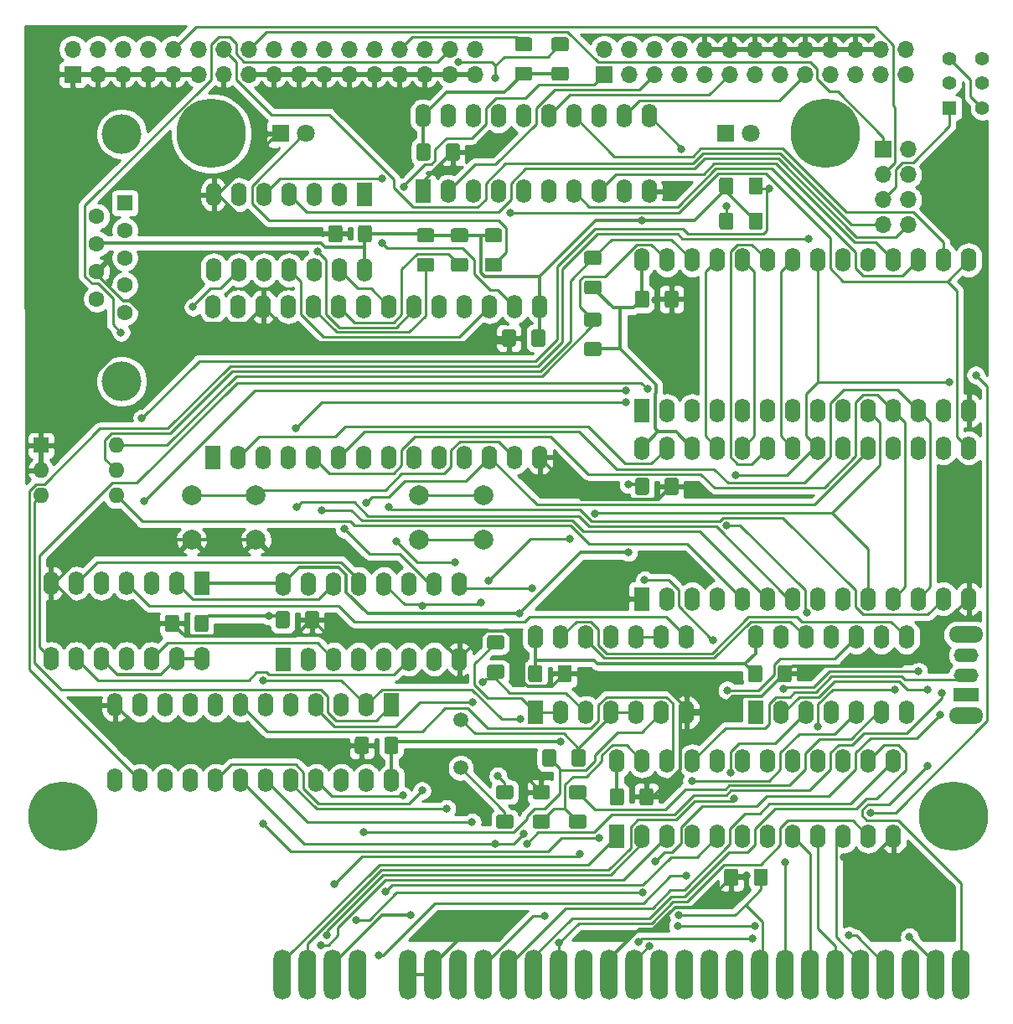
<source format=gbl>
G04 #@! TF.GenerationSoftware,KiCad,Pcbnew,(5.1.6)-1*
G04 #@! TF.CreationDate,2020-11-26T16:24:22+02:00*
G04 #@! TF.ProjectId,PlusD_Clone_1_6,506c7573-445f-4436-9c6f-6e655f315f36,rev?*
G04 #@! TF.SameCoordinates,Original*
G04 #@! TF.FileFunction,Copper,L2,Bot*
G04 #@! TF.FilePolarity,Positive*
%FSLAX46Y46*%
G04 Gerber Fmt 4.6, Leading zero omitted, Abs format (unit mm)*
G04 Created by KiCad (PCBNEW (5.1.6)-1) date 2020-11-26 16:24:22*
%MOMM*%
%LPD*%
G01*
G04 APERTURE LIST*
G04 #@! TA.AperFunction,ComponentPad*
%ADD10C,0.800000*%
G04 #@! TD*
G04 #@! TA.AperFunction,ComponentPad*
%ADD11C,7.000000*%
G04 #@! TD*
G04 #@! TA.AperFunction,ComponentPad*
%ADD12O,1.700000X1.700000*%
G04 #@! TD*
G04 #@! TA.AperFunction,ComponentPad*
%ADD13R,1.700000X1.700000*%
G04 #@! TD*
G04 #@! TA.AperFunction,ComponentPad*
%ADD14C,1.400000*%
G04 #@! TD*
G04 #@! TA.AperFunction,ComponentPad*
%ADD15R,1.400000X1.400000*%
G04 #@! TD*
G04 #@! TA.AperFunction,ComponentPad*
%ADD16O,1.600000X2.400000*%
G04 #@! TD*
G04 #@! TA.AperFunction,ComponentPad*
%ADD17R,1.600000X2.400000*%
G04 #@! TD*
G04 #@! TA.AperFunction,ComponentPad*
%ADD18O,3.500000X1.700000*%
G04 #@! TD*
G04 #@! TA.AperFunction,ComponentPad*
%ADD19O,2.500000X1.400000*%
G04 #@! TD*
G04 #@! TA.AperFunction,ComponentPad*
%ADD20R,2.500000X1.400000*%
G04 #@! TD*
G04 #@! TA.AperFunction,ComponentPad*
%ADD21C,4.000000*%
G04 #@! TD*
G04 #@! TA.AperFunction,ComponentPad*
%ADD22C,1.600000*%
G04 #@! TD*
G04 #@! TA.AperFunction,ComponentPad*
%ADD23R,1.600000X1.600000*%
G04 #@! TD*
G04 #@! TA.AperFunction,ComponentPad*
%ADD24O,1.600000X1.600000*%
G04 #@! TD*
G04 #@! TA.AperFunction,ComponentPad*
%ADD25C,2.000000*%
G04 #@! TD*
G04 #@! TA.AperFunction,ConnectorPad*
%ADD26O,1.778000X5.080000*%
G04 #@! TD*
G04 #@! TA.AperFunction,ComponentPad*
%ADD27C,1.800000*%
G04 #@! TD*
G04 #@! TA.AperFunction,ComponentPad*
%ADD28R,1.800000X1.800000*%
G04 #@! TD*
G04 #@! TA.AperFunction,ComponentPad*
%ADD29C,1.500000*%
G04 #@! TD*
G04 #@! TA.AperFunction,ViaPad*
%ADD30C,0.800000*%
G04 #@! TD*
G04 #@! TA.AperFunction,Conductor*
%ADD31C,0.350000*%
G04 #@! TD*
G04 #@! TA.AperFunction,Conductor*
%ADD32C,0.250000*%
G04 #@! TD*
G04 #@! TA.AperFunction,Conductor*
%ADD33C,0.254000*%
G04 #@! TD*
G04 APERTURE END LIST*
G04 #@! TA.AperFunction,SMDPad,CuDef*
G36*
G01*
X115707000Y-105804000D02*
X116957000Y-105804000D01*
G75*
G02*
X117207000Y-106054000I0J-250000D01*
G01*
X117207000Y-106979000D01*
G75*
G02*
X116957000Y-107229000I-250000J0D01*
G01*
X115707000Y-107229000D01*
G75*
G02*
X115457000Y-106979000I0J250000D01*
G01*
X115457000Y-106054000D01*
G75*
G02*
X115707000Y-105804000I250000J0D01*
G01*
G37*
G04 #@! TD.AperFunction*
G04 #@! TA.AperFunction,SMDPad,CuDef*
G36*
G01*
X115707000Y-102829000D02*
X116957000Y-102829000D01*
G75*
G02*
X117207000Y-103079000I0J-250000D01*
G01*
X117207000Y-104004000D01*
G75*
G02*
X116957000Y-104254000I-250000J0D01*
G01*
X115707000Y-104254000D01*
G75*
G02*
X115457000Y-104004000I0J250000D01*
G01*
X115457000Y-103079000D01*
G75*
G02*
X115707000Y-102829000I250000J0D01*
G01*
G37*
G04 #@! TD.AperFunction*
G04 #@! TA.AperFunction,SMDPad,CuDef*
G36*
G01*
X120914000Y-51829000D02*
X122164000Y-51829000D01*
G75*
G02*
X122414000Y-52079000I0J-250000D01*
G01*
X122414000Y-53004000D01*
G75*
G02*
X122164000Y-53254000I-250000J0D01*
G01*
X120914000Y-53254000D01*
G75*
G02*
X120664000Y-53004000I0J250000D01*
G01*
X120664000Y-52079000D01*
G75*
G02*
X120914000Y-51829000I250000J0D01*
G01*
G37*
G04 #@! TD.AperFunction*
G04 #@! TA.AperFunction,SMDPad,CuDef*
G36*
G01*
X120914000Y-48854000D02*
X122164000Y-48854000D01*
G75*
G02*
X122414000Y-49104000I0J-250000D01*
G01*
X122414000Y-50029000D01*
G75*
G02*
X122164000Y-50279000I-250000J0D01*
G01*
X120914000Y-50279000D01*
G75*
G02*
X120664000Y-50029000I0J250000D01*
G01*
X120664000Y-49104000D01*
G75*
G02*
X120914000Y-48854000I250000J0D01*
G01*
G37*
G04 #@! TD.AperFunction*
G04 #@! TA.AperFunction,SMDPad,CuDef*
G36*
G01*
X120914000Y-58052000D02*
X122164000Y-58052000D01*
G75*
G02*
X122414000Y-58302000I0J-250000D01*
G01*
X122414000Y-59227000D01*
G75*
G02*
X122164000Y-59477000I-250000J0D01*
G01*
X120914000Y-59477000D01*
G75*
G02*
X120664000Y-59227000I0J250000D01*
G01*
X120664000Y-58302000D01*
G75*
G02*
X120914000Y-58052000I250000J0D01*
G01*
G37*
G04 #@! TD.AperFunction*
G04 #@! TA.AperFunction,SMDPad,CuDef*
G36*
G01*
X120914000Y-55077000D02*
X122164000Y-55077000D01*
G75*
G02*
X122414000Y-55327000I0J-250000D01*
G01*
X122414000Y-56252000D01*
G75*
G02*
X122164000Y-56502000I-250000J0D01*
G01*
X120914000Y-56502000D01*
G75*
G02*
X120664000Y-56252000I0J250000D01*
G01*
X120664000Y-55327000D01*
G75*
G02*
X120914000Y-55077000I250000J0D01*
G01*
G37*
G04 #@! TD.AperFunction*
G04 #@! TA.AperFunction,SMDPad,CuDef*
G36*
G01*
X112131000Y-47993000D02*
X110881000Y-47993000D01*
G75*
G02*
X110631000Y-47743000I0J250000D01*
G01*
X110631000Y-46818000D01*
G75*
G02*
X110881000Y-46568000I250000J0D01*
G01*
X112131000Y-46568000D01*
G75*
G02*
X112381000Y-46818000I0J-250000D01*
G01*
X112381000Y-47743000D01*
G75*
G02*
X112131000Y-47993000I-250000J0D01*
G01*
G37*
G04 #@! TD.AperFunction*
G04 #@! TA.AperFunction,SMDPad,CuDef*
G36*
G01*
X112131000Y-50968000D02*
X110881000Y-50968000D01*
G75*
G02*
X110631000Y-50718000I0J250000D01*
G01*
X110631000Y-49793000D01*
G75*
G02*
X110881000Y-49543000I250000J0D01*
G01*
X112131000Y-49543000D01*
G75*
G02*
X112381000Y-49793000I0J-250000D01*
G01*
X112381000Y-50718000D01*
G75*
G02*
X112131000Y-50968000I-250000J0D01*
G01*
G37*
G04 #@! TD.AperFunction*
G04 #@! TA.AperFunction,SMDPad,CuDef*
G36*
G01*
X120640000Y-104254000D02*
X119390000Y-104254000D01*
G75*
G02*
X119140000Y-104004000I0J250000D01*
G01*
X119140000Y-103079000D01*
G75*
G02*
X119390000Y-102829000I250000J0D01*
G01*
X120640000Y-102829000D01*
G75*
G02*
X120890000Y-103079000I0J-250000D01*
G01*
X120890000Y-104004000D01*
G75*
G02*
X120640000Y-104254000I-250000J0D01*
G01*
G37*
G04 #@! TD.AperFunction*
G04 #@! TA.AperFunction,SMDPad,CuDef*
G36*
G01*
X120640000Y-107229000D02*
X119390000Y-107229000D01*
G75*
G02*
X119140000Y-106979000I0J250000D01*
G01*
X119140000Y-106054000D01*
G75*
G02*
X119390000Y-105804000I250000J0D01*
G01*
X120640000Y-105804000D01*
G75*
G02*
X120890000Y-106054000I0J-250000D01*
G01*
X120890000Y-106979000D01*
G75*
G02*
X120640000Y-107229000I-250000J0D01*
G01*
G37*
G04 #@! TD.AperFunction*
G04 #@! TA.AperFunction,SMDPad,CuDef*
G36*
G01*
X117843000Y-99451000D02*
X117843000Y-100701000D01*
G75*
G02*
X117593000Y-100951000I-250000J0D01*
G01*
X116668000Y-100951000D01*
G75*
G02*
X116418000Y-100701000I0J250000D01*
G01*
X116418000Y-99451000D01*
G75*
G02*
X116668000Y-99201000I250000J0D01*
G01*
X117593000Y-99201000D01*
G75*
G02*
X117843000Y-99451000I0J-250000D01*
G01*
G37*
G04 #@! TD.AperFunction*
G04 #@! TA.AperFunction,SMDPad,CuDef*
G36*
G01*
X120818000Y-99451000D02*
X120818000Y-100701000D01*
G75*
G02*
X120568000Y-100951000I-250000J0D01*
G01*
X119643000Y-100951000D01*
G75*
G02*
X119393000Y-100701000I0J250000D01*
G01*
X119393000Y-99451000D01*
G75*
G02*
X119643000Y-99201000I250000J0D01*
G01*
X120568000Y-99201000D01*
G75*
G02*
X120818000Y-99451000I0J-250000D01*
G01*
G37*
G04 #@! TD.AperFunction*
G04 #@! TA.AperFunction,SMDPad,CuDef*
G36*
G01*
X111110000Y-90665600D02*
X112360000Y-90665600D01*
G75*
G02*
X112610000Y-90915600I0J-250000D01*
G01*
X112610000Y-91840600D01*
G75*
G02*
X112360000Y-92090600I-250000J0D01*
G01*
X111110000Y-92090600D01*
G75*
G02*
X110860000Y-91840600I0J250000D01*
G01*
X110860000Y-90915600D01*
G75*
G02*
X111110000Y-90665600I250000J0D01*
G01*
G37*
G04 #@! TD.AperFunction*
G04 #@! TA.AperFunction,SMDPad,CuDef*
G36*
G01*
X111110000Y-87690600D02*
X112360000Y-87690600D01*
G75*
G02*
X112610000Y-87940600I0J-250000D01*
G01*
X112610000Y-88865600D01*
G75*
G02*
X112360000Y-89115600I-250000J0D01*
G01*
X111110000Y-89115600D01*
G75*
G02*
X110860000Y-88865600I0J250000D01*
G01*
X110860000Y-87940600D01*
G75*
G02*
X111110000Y-87690600I250000J0D01*
G01*
G37*
G04 #@! TD.AperFunction*
G04 #@! TA.AperFunction,SMDPad,CuDef*
G36*
G01*
X137300000Y-46472000D02*
X137300000Y-45222000D01*
G75*
G02*
X137550000Y-44972000I250000J0D01*
G01*
X138475000Y-44972000D01*
G75*
G02*
X138725000Y-45222000I0J-250000D01*
G01*
X138725000Y-46472000D01*
G75*
G02*
X138475000Y-46722000I-250000J0D01*
G01*
X137550000Y-46722000D01*
G75*
G02*
X137300000Y-46472000I0J250000D01*
G01*
G37*
G04 #@! TD.AperFunction*
G04 #@! TA.AperFunction,SMDPad,CuDef*
G36*
G01*
X134325000Y-46472000D02*
X134325000Y-45222000D01*
G75*
G02*
X134575000Y-44972000I250000J0D01*
G01*
X135500000Y-44972000D01*
G75*
G02*
X135750000Y-45222000I0J-250000D01*
G01*
X135750000Y-46472000D01*
G75*
G02*
X135500000Y-46722000I-250000J0D01*
G01*
X134575000Y-46722000D01*
G75*
G02*
X134325000Y-46472000I0J250000D01*
G01*
G37*
G04 #@! TD.AperFunction*
G04 #@! TA.AperFunction,SMDPad,CuDef*
G36*
G01*
X135750000Y-41666000D02*
X135750000Y-42916000D01*
G75*
G02*
X135500000Y-43166000I-250000J0D01*
G01*
X134575000Y-43166000D01*
G75*
G02*
X134325000Y-42916000I0J250000D01*
G01*
X134325000Y-41666000D01*
G75*
G02*
X134575000Y-41416000I250000J0D01*
G01*
X135500000Y-41416000D01*
G75*
G02*
X135750000Y-41666000I0J-250000D01*
G01*
G37*
G04 #@! TD.AperFunction*
G04 #@! TA.AperFunction,SMDPad,CuDef*
G36*
G01*
X138725000Y-41666000D02*
X138725000Y-42916000D01*
G75*
G02*
X138475000Y-43166000I-250000J0D01*
G01*
X137550000Y-43166000D01*
G75*
G02*
X137300000Y-42916000I0J250000D01*
G01*
X137300000Y-41666000D01*
G75*
G02*
X137550000Y-41416000I250000J0D01*
G01*
X138475000Y-41416000D01*
G75*
G02*
X138725000Y-41666000I0J-250000D01*
G01*
G37*
G04 #@! TD.AperFunction*
G04 #@! TA.AperFunction,SMDPad,CuDef*
G36*
G01*
X118862000Y-28689000D02*
X117612000Y-28689000D01*
G75*
G02*
X117362000Y-28439000I0J250000D01*
G01*
X117362000Y-27514000D01*
G75*
G02*
X117612000Y-27264000I250000J0D01*
G01*
X118862000Y-27264000D01*
G75*
G02*
X119112000Y-27514000I0J-250000D01*
G01*
X119112000Y-28439000D01*
G75*
G02*
X118862000Y-28689000I-250000J0D01*
G01*
G37*
G04 #@! TD.AperFunction*
G04 #@! TA.AperFunction,SMDPad,CuDef*
G36*
G01*
X118862000Y-31664000D02*
X117612000Y-31664000D01*
G75*
G02*
X117362000Y-31414000I0J250000D01*
G01*
X117362000Y-30489000D01*
G75*
G02*
X117612000Y-30239000I250000J0D01*
G01*
X118862000Y-30239000D01*
G75*
G02*
X119112000Y-30489000I0J-250000D01*
G01*
X119112000Y-31414000D01*
G75*
G02*
X118862000Y-31664000I-250000J0D01*
G01*
G37*
G04 #@! TD.AperFunction*
G04 #@! TA.AperFunction,SMDPad,CuDef*
G36*
G01*
X115179000Y-28689000D02*
X113929000Y-28689000D01*
G75*
G02*
X113679000Y-28439000I0J250000D01*
G01*
X113679000Y-27514000D01*
G75*
G02*
X113929000Y-27264000I250000J0D01*
G01*
X115179000Y-27264000D01*
G75*
G02*
X115429000Y-27514000I0J-250000D01*
G01*
X115429000Y-28439000D01*
G75*
G02*
X115179000Y-28689000I-250000J0D01*
G01*
G37*
G04 #@! TD.AperFunction*
G04 #@! TA.AperFunction,SMDPad,CuDef*
G36*
G01*
X115179000Y-31664000D02*
X113929000Y-31664000D01*
G75*
G02*
X113679000Y-31414000I0J250000D01*
G01*
X113679000Y-30489000D01*
G75*
G02*
X113929000Y-30239000I250000J0D01*
G01*
X115179000Y-30239000D01*
G75*
G02*
X115429000Y-30489000I0J-250000D01*
G01*
X115429000Y-31414000D01*
G75*
G02*
X115179000Y-31664000I-250000J0D01*
G01*
G37*
G04 #@! TD.AperFunction*
G04 #@! TA.AperFunction,SMDPad,CuDef*
G36*
G01*
X107452000Y-49543000D02*
X108702000Y-49543000D01*
G75*
G02*
X108952000Y-49793000I0J-250000D01*
G01*
X108952000Y-50718000D01*
G75*
G02*
X108702000Y-50968000I-250000J0D01*
G01*
X107452000Y-50968000D01*
G75*
G02*
X107202000Y-50718000I0J250000D01*
G01*
X107202000Y-49793000D01*
G75*
G02*
X107452000Y-49543000I250000J0D01*
G01*
G37*
G04 #@! TD.AperFunction*
G04 #@! TA.AperFunction,SMDPad,CuDef*
G36*
G01*
X107452000Y-46568000D02*
X108702000Y-46568000D01*
G75*
G02*
X108952000Y-46818000I0J-250000D01*
G01*
X108952000Y-47743000D01*
G75*
G02*
X108702000Y-47993000I-250000J0D01*
G01*
X107452000Y-47993000D01*
G75*
G02*
X107202000Y-47743000I0J250000D01*
G01*
X107202000Y-46818000D01*
G75*
G02*
X107452000Y-46568000I250000J0D01*
G01*
G37*
G04 #@! TD.AperFunction*
G04 #@! TA.AperFunction,SMDPad,CuDef*
G36*
G01*
X104023000Y-49543000D02*
X105273000Y-49543000D01*
G75*
G02*
X105523000Y-49793000I0J-250000D01*
G01*
X105523000Y-50718000D01*
G75*
G02*
X105273000Y-50968000I-250000J0D01*
G01*
X104023000Y-50968000D01*
G75*
G02*
X103773000Y-50718000I0J250000D01*
G01*
X103773000Y-49793000D01*
G75*
G02*
X104023000Y-49543000I250000J0D01*
G01*
G37*
G04 #@! TD.AperFunction*
G04 #@! TA.AperFunction,SMDPad,CuDef*
G36*
G01*
X104023000Y-46568000D02*
X105273000Y-46568000D01*
G75*
G02*
X105523000Y-46818000I0J-250000D01*
G01*
X105523000Y-47743000D01*
G75*
G02*
X105273000Y-47993000I-250000J0D01*
G01*
X104023000Y-47993000D01*
G75*
G02*
X103773000Y-47743000I0J250000D01*
G01*
X103773000Y-46818000D01*
G75*
G02*
X104023000Y-46568000I250000J0D01*
G01*
G37*
G04 #@! TD.AperFunction*
G04 #@! TA.AperFunction,SMDPad,CuDef*
G36*
G01*
X113274000Y-104254000D02*
X112024000Y-104254000D01*
G75*
G02*
X111774000Y-104004000I0J250000D01*
G01*
X111774000Y-103079000D01*
G75*
G02*
X112024000Y-102829000I250000J0D01*
G01*
X113274000Y-102829000D01*
G75*
G02*
X113524000Y-103079000I0J-250000D01*
G01*
X113524000Y-104004000D01*
G75*
G02*
X113274000Y-104254000I-250000J0D01*
G01*
G37*
G04 #@! TD.AperFunction*
G04 #@! TA.AperFunction,SMDPad,CuDef*
G36*
G01*
X113274000Y-107229000D02*
X112024000Y-107229000D01*
G75*
G02*
X111774000Y-106979000I0J250000D01*
G01*
X111774000Y-106054000D01*
G75*
G02*
X112024000Y-105804000I250000J0D01*
G01*
X113274000Y-105804000D01*
G75*
G02*
X113524000Y-106054000I0J-250000D01*
G01*
X113524000Y-106979000D01*
G75*
G02*
X113274000Y-107229000I-250000J0D01*
G01*
G37*
G04 #@! TD.AperFunction*
G04 #@! TA.AperFunction,SMDPad,CuDef*
G36*
G01*
X137808000Y-112766000D02*
X137808000Y-111516000D01*
G75*
G02*
X138058000Y-111266000I250000J0D01*
G01*
X138983000Y-111266000D01*
G75*
G02*
X139233000Y-111516000I0J-250000D01*
G01*
X139233000Y-112766000D01*
G75*
G02*
X138983000Y-113016000I-250000J0D01*
G01*
X138058000Y-113016000D01*
G75*
G02*
X137808000Y-112766000I0J250000D01*
G01*
G37*
G04 #@! TD.AperFunction*
G04 #@! TA.AperFunction,SMDPad,CuDef*
G36*
G01*
X134833000Y-112766000D02*
X134833000Y-111516000D01*
G75*
G02*
X135083000Y-111266000I250000J0D01*
G01*
X136008000Y-111266000D01*
G75*
G02*
X136258000Y-111516000I0J-250000D01*
G01*
X136258000Y-112766000D01*
G75*
G02*
X136008000Y-113016000I-250000J0D01*
G01*
X135083000Y-113016000D01*
G75*
G02*
X134833000Y-112766000I0J250000D01*
G01*
G37*
G04 #@! TD.AperFunction*
G04 #@! TA.AperFunction,SMDPad,CuDef*
G36*
G01*
X100470000Y-99431000D02*
X100470000Y-98181000D01*
G75*
G02*
X100720000Y-97931000I250000J0D01*
G01*
X101645000Y-97931000D01*
G75*
G02*
X101895000Y-98181000I0J-250000D01*
G01*
X101895000Y-99431000D01*
G75*
G02*
X101645000Y-99681000I-250000J0D01*
G01*
X100720000Y-99681000D01*
G75*
G02*
X100470000Y-99431000I0J250000D01*
G01*
G37*
G04 #@! TD.AperFunction*
G04 #@! TA.AperFunction,SMDPad,CuDef*
G36*
G01*
X97495000Y-99431000D02*
X97495000Y-98181000D01*
G75*
G02*
X97745000Y-97931000I250000J0D01*
G01*
X98670000Y-97931000D01*
G75*
G02*
X98920000Y-98181000I0J-250000D01*
G01*
X98920000Y-99431000D01*
G75*
G02*
X98670000Y-99681000I-250000J0D01*
G01*
X97745000Y-99681000D01*
G75*
G02*
X97495000Y-99431000I0J250000D01*
G01*
G37*
G04 #@! TD.AperFunction*
G04 #@! TA.AperFunction,SMDPad,CuDef*
G36*
G01*
X138671000Y-90942000D02*
X138671000Y-92192000D01*
G75*
G02*
X138421000Y-92442000I-250000J0D01*
G01*
X137496000Y-92442000D01*
G75*
G02*
X137246000Y-92192000I0J250000D01*
G01*
X137246000Y-90942000D01*
G75*
G02*
X137496000Y-90692000I250000J0D01*
G01*
X138421000Y-90692000D01*
G75*
G02*
X138671000Y-90942000I0J-250000D01*
G01*
G37*
G04 #@! TD.AperFunction*
G04 #@! TA.AperFunction,SMDPad,CuDef*
G36*
G01*
X141646000Y-90942000D02*
X141646000Y-92192000D01*
G75*
G02*
X141396000Y-92442000I-250000J0D01*
G01*
X140471000Y-92442000D01*
G75*
G02*
X140221000Y-92192000I0J250000D01*
G01*
X140221000Y-90942000D01*
G75*
G02*
X140471000Y-90692000I250000J0D01*
G01*
X141396000Y-90692000D01*
G75*
G02*
X141646000Y-90942000I0J-250000D01*
G01*
G37*
G04 #@! TD.AperFunction*
G04 #@! TA.AperFunction,SMDPad,CuDef*
G36*
G01*
X116446000Y-90942000D02*
X116446000Y-92192000D01*
G75*
G02*
X116196000Y-92442000I-250000J0D01*
G01*
X115271000Y-92442000D01*
G75*
G02*
X115021000Y-92192000I0J250000D01*
G01*
X115021000Y-90942000D01*
G75*
G02*
X115271000Y-90692000I250000J0D01*
G01*
X116196000Y-90692000D01*
G75*
G02*
X116446000Y-90942000I0J-250000D01*
G01*
G37*
G04 #@! TD.AperFunction*
G04 #@! TA.AperFunction,SMDPad,CuDef*
G36*
G01*
X119421000Y-90942000D02*
X119421000Y-92192000D01*
G75*
G02*
X119171000Y-92442000I-250000J0D01*
G01*
X118246000Y-92442000D01*
G75*
G02*
X117996000Y-92192000I0J250000D01*
G01*
X117996000Y-90942000D01*
G75*
G02*
X118246000Y-90692000I250000J0D01*
G01*
X119171000Y-90692000D01*
G75*
G02*
X119421000Y-90942000I0J-250000D01*
G01*
G37*
G04 #@! TD.AperFunction*
G04 #@! TA.AperFunction,SMDPad,CuDef*
G36*
G01*
X90919000Y-85481000D02*
X90919000Y-86731000D01*
G75*
G02*
X90669000Y-86981000I-250000J0D01*
G01*
X89744000Y-86981000D01*
G75*
G02*
X89494000Y-86731000I0J250000D01*
G01*
X89494000Y-85481000D01*
G75*
G02*
X89744000Y-85231000I250000J0D01*
G01*
X90669000Y-85231000D01*
G75*
G02*
X90919000Y-85481000I0J-250000D01*
G01*
G37*
G04 #@! TD.AperFunction*
G04 #@! TA.AperFunction,SMDPad,CuDef*
G36*
G01*
X93894000Y-85481000D02*
X93894000Y-86731000D01*
G75*
G02*
X93644000Y-86981000I-250000J0D01*
G01*
X92719000Y-86981000D01*
G75*
G02*
X92469000Y-86731000I0J250000D01*
G01*
X92469000Y-85481000D01*
G75*
G02*
X92719000Y-85231000I250000J0D01*
G01*
X93644000Y-85231000D01*
G75*
G02*
X93894000Y-85481000I0J-250000D01*
G01*
G37*
G04 #@! TD.AperFunction*
G04 #@! TA.AperFunction,SMDPad,CuDef*
G36*
G01*
X105143000Y-38237000D02*
X105143000Y-39487000D01*
G75*
G02*
X104893000Y-39737000I-250000J0D01*
G01*
X103968000Y-39737000D01*
G75*
G02*
X103718000Y-39487000I0J250000D01*
G01*
X103718000Y-38237000D01*
G75*
G02*
X103968000Y-37987000I250000J0D01*
G01*
X104893000Y-37987000D01*
G75*
G02*
X105143000Y-38237000I0J-250000D01*
G01*
G37*
G04 #@! TD.AperFunction*
G04 #@! TA.AperFunction,SMDPad,CuDef*
G36*
G01*
X108118000Y-38237000D02*
X108118000Y-39487000D01*
G75*
G02*
X107868000Y-39737000I-250000J0D01*
G01*
X106943000Y-39737000D01*
G75*
G02*
X106693000Y-39487000I0J250000D01*
G01*
X106693000Y-38237000D01*
G75*
G02*
X106943000Y-37987000I250000J0D01*
G01*
X107868000Y-37987000D01*
G75*
G02*
X108118000Y-38237000I0J-250000D01*
G01*
G37*
G04 #@! TD.AperFunction*
G04 #@! TA.AperFunction,SMDPad,CuDef*
G36*
G01*
X81293000Y-87112000D02*
X81293000Y-85862000D01*
G75*
G02*
X81543000Y-85612000I250000J0D01*
G01*
X82468000Y-85612000D01*
G75*
G02*
X82718000Y-85862000I0J-250000D01*
G01*
X82718000Y-87112000D01*
G75*
G02*
X82468000Y-87362000I-250000J0D01*
G01*
X81543000Y-87362000D01*
G75*
G02*
X81293000Y-87112000I0J250000D01*
G01*
G37*
G04 #@! TD.AperFunction*
G04 #@! TA.AperFunction,SMDPad,CuDef*
G36*
G01*
X78318000Y-87112000D02*
X78318000Y-85862000D01*
G75*
G02*
X78568000Y-85612000I250000J0D01*
G01*
X79493000Y-85612000D01*
G75*
G02*
X79743000Y-85862000I0J-250000D01*
G01*
X79743000Y-87112000D01*
G75*
G02*
X79493000Y-87362000I-250000J0D01*
G01*
X78568000Y-87362000D01*
G75*
G02*
X78318000Y-87112000I0J250000D01*
G01*
G37*
G04 #@! TD.AperFunction*
G04 #@! TA.AperFunction,SMDPad,CuDef*
G36*
G01*
X97803000Y-47742000D02*
X97803000Y-46492000D01*
G75*
G02*
X98053000Y-46242000I250000J0D01*
G01*
X98978000Y-46242000D01*
G75*
G02*
X99228000Y-46492000I0J-250000D01*
G01*
X99228000Y-47742000D01*
G75*
G02*
X98978000Y-47992000I-250000J0D01*
G01*
X98053000Y-47992000D01*
G75*
G02*
X97803000Y-47742000I0J250000D01*
G01*
G37*
G04 #@! TD.AperFunction*
G04 #@! TA.AperFunction,SMDPad,CuDef*
G36*
G01*
X94828000Y-47742000D02*
X94828000Y-46492000D01*
G75*
G02*
X95078000Y-46242000I250000J0D01*
G01*
X96003000Y-46242000D01*
G75*
G02*
X96253000Y-46492000I0J-250000D01*
G01*
X96253000Y-47742000D01*
G75*
G02*
X96003000Y-47992000I-250000J0D01*
G01*
X95078000Y-47992000D01*
G75*
G02*
X94828000Y-47742000I0J250000D01*
G01*
G37*
G04 #@! TD.AperFunction*
G04 #@! TA.AperFunction,SMDPad,CuDef*
G36*
G01*
X124701000Y-103388000D02*
X124701000Y-104638000D01*
G75*
G02*
X124451000Y-104888000I-250000J0D01*
G01*
X123526000Y-104888000D01*
G75*
G02*
X123276000Y-104638000I0J250000D01*
G01*
X123276000Y-103388000D01*
G75*
G02*
X123526000Y-103138000I250000J0D01*
G01*
X124451000Y-103138000D01*
G75*
G02*
X124701000Y-103388000I0J-250000D01*
G01*
G37*
G04 #@! TD.AperFunction*
G04 #@! TA.AperFunction,SMDPad,CuDef*
G36*
G01*
X127676000Y-103388000D02*
X127676000Y-104638000D01*
G75*
G02*
X127426000Y-104888000I-250000J0D01*
G01*
X126501000Y-104888000D01*
G75*
G02*
X126251000Y-104638000I0J250000D01*
G01*
X126251000Y-103388000D01*
G75*
G02*
X126501000Y-103138000I250000J0D01*
G01*
X127426000Y-103138000D01*
G75*
G02*
X127676000Y-103388000I0J-250000D01*
G01*
G37*
G04 #@! TD.AperFunction*
G04 #@! TA.AperFunction,SMDPad,CuDef*
G36*
G01*
X127241000Y-72019000D02*
X127241000Y-73269000D01*
G75*
G02*
X126991000Y-73519000I-250000J0D01*
G01*
X126066000Y-73519000D01*
G75*
G02*
X125816000Y-73269000I0J250000D01*
G01*
X125816000Y-72019000D01*
G75*
G02*
X126066000Y-71769000I250000J0D01*
G01*
X126991000Y-71769000D01*
G75*
G02*
X127241000Y-72019000I0J-250000D01*
G01*
G37*
G04 #@! TD.AperFunction*
G04 #@! TA.AperFunction,SMDPad,CuDef*
G36*
G01*
X130216000Y-72019000D02*
X130216000Y-73269000D01*
G75*
G02*
X129966000Y-73519000I-250000J0D01*
G01*
X129041000Y-73519000D01*
G75*
G02*
X128791000Y-73269000I0J250000D01*
G01*
X128791000Y-72019000D01*
G75*
G02*
X129041000Y-71769000I250000J0D01*
G01*
X129966000Y-71769000D01*
G75*
G02*
X130216000Y-72019000I0J-250000D01*
G01*
G37*
G04 #@! TD.AperFunction*
G04 #@! TA.AperFunction,SMDPad,CuDef*
G36*
G01*
X127241000Y-53096000D02*
X127241000Y-54346000D01*
G75*
G02*
X126991000Y-54596000I-250000J0D01*
G01*
X126066000Y-54596000D01*
G75*
G02*
X125816000Y-54346000I0J250000D01*
G01*
X125816000Y-53096000D01*
G75*
G02*
X126066000Y-52846000I250000J0D01*
G01*
X126991000Y-52846000D01*
G75*
G02*
X127241000Y-53096000I0J-250000D01*
G01*
G37*
G04 #@! TD.AperFunction*
G04 #@! TA.AperFunction,SMDPad,CuDef*
G36*
G01*
X130216000Y-53096000D02*
X130216000Y-54346000D01*
G75*
G02*
X129966000Y-54596000I-250000J0D01*
G01*
X129041000Y-54596000D01*
G75*
G02*
X128791000Y-54346000I0J250000D01*
G01*
X128791000Y-53096000D01*
G75*
G02*
X129041000Y-52846000I250000J0D01*
G01*
X129966000Y-52846000D01*
G75*
G02*
X130216000Y-53096000I0J-250000D01*
G01*
G37*
G04 #@! TD.AperFunction*
G04 #@! TA.AperFunction,SMDPad,CuDef*
G36*
G01*
X115329000Y-58283000D02*
X115329000Y-57033000D01*
G75*
G02*
X115579000Y-56783000I250000J0D01*
G01*
X116504000Y-56783000D01*
G75*
G02*
X116754000Y-57033000I0J-250000D01*
G01*
X116754000Y-58283000D01*
G75*
G02*
X116504000Y-58533000I-250000J0D01*
G01*
X115579000Y-58533000D01*
G75*
G02*
X115329000Y-58283000I0J250000D01*
G01*
G37*
G04 #@! TD.AperFunction*
G04 #@! TA.AperFunction,SMDPad,CuDef*
G36*
G01*
X112354000Y-58283000D02*
X112354000Y-57033000D01*
G75*
G02*
X112604000Y-56783000I250000J0D01*
G01*
X113529000Y-56783000D01*
G75*
G02*
X113779000Y-57033000I0J-250000D01*
G01*
X113779000Y-58283000D01*
G75*
G02*
X113529000Y-58533000I-250000J0D01*
G01*
X112604000Y-58533000D01*
G75*
G02*
X112354000Y-58283000I0J250000D01*
G01*
G37*
G04 #@! TD.AperFunction*
D10*
X146856155Y-35143845D03*
X145000000Y-34375000D03*
X143143845Y-35143845D03*
X142375000Y-37000000D03*
X143143845Y-38856155D03*
X145000000Y-39625000D03*
X146856155Y-38856155D03*
X147625000Y-37000000D03*
D11*
X145000000Y-37000000D03*
D12*
X153416000Y-46228000D03*
X150876000Y-46228000D03*
X153416000Y-43688000D03*
X150876000Y-43688000D03*
X153416000Y-41148000D03*
X150876000Y-41148000D03*
X153416000Y-38608000D03*
D13*
X150876000Y-38608000D03*
D11*
X83000000Y-37000000D03*
D10*
X85625000Y-37000000D03*
X84856155Y-38856155D03*
X83000000Y-39625000D03*
X81143845Y-38856155D03*
X80375000Y-37000000D03*
X81143845Y-35143845D03*
X83000000Y-34375000D03*
X84856155Y-35143845D03*
D14*
X160907000Y-29417000D03*
X160907000Y-31917000D03*
X160907000Y-34417000D03*
X157607000Y-29417000D03*
X157607000Y-31917000D03*
D15*
X157607000Y-34417000D03*
D16*
X126500000Y-49760000D03*
X159520000Y-65000000D03*
X129040000Y-49760000D03*
X156980000Y-65000000D03*
X131580000Y-49760000D03*
X154440000Y-65000000D03*
X134120000Y-49760000D03*
X151900000Y-65000000D03*
X136660000Y-49760000D03*
X149360000Y-65000000D03*
X139200000Y-49760000D03*
X146820000Y-65000000D03*
X141740000Y-49760000D03*
X144280000Y-65000000D03*
X144280000Y-49760000D03*
X141740000Y-65000000D03*
X146820000Y-49760000D03*
X139200000Y-65000000D03*
X149360000Y-49760000D03*
X136660000Y-65000000D03*
X151900000Y-49760000D03*
X134120000Y-65000000D03*
X154440000Y-49760000D03*
X131580000Y-65000000D03*
X156980000Y-49760000D03*
X129040000Y-65000000D03*
X159520000Y-49760000D03*
D17*
X126500000Y-65000000D03*
D18*
X159258000Y-87626000D03*
X159258000Y-95826000D03*
D19*
X159258000Y-89726000D03*
X159258000Y-91726000D03*
D20*
X159258000Y-93726000D03*
D21*
X73950000Y-62040000D03*
X73950000Y-37040000D03*
D22*
X71410000Y-53695000D03*
X71410000Y-50925000D03*
X71410000Y-48155000D03*
X71410000Y-45385000D03*
X74250000Y-55080000D03*
X74250000Y-52310000D03*
X74250000Y-49540000D03*
X74250000Y-46770000D03*
D23*
X74250000Y-44000000D03*
D24*
X73406000Y-68500000D03*
X65786000Y-73580000D03*
X73406000Y-71040000D03*
X65786000Y-71040000D03*
X73406000Y-73580000D03*
D23*
X65786000Y-68500000D03*
D16*
X115762000Y-87880000D03*
X131002000Y-95500000D03*
X118302000Y-87880000D03*
X128462000Y-95500000D03*
X120842000Y-87880000D03*
X125922000Y-95500000D03*
X123382000Y-87880000D03*
X123382000Y-95500000D03*
X125922000Y-87880000D03*
X120842000Y-95500000D03*
X128462000Y-87880000D03*
X118302000Y-95500000D03*
X131002000Y-87880000D03*
D17*
X115762000Y-95500000D03*
D16*
X101219000Y-102362000D03*
X73279000Y-94742000D03*
X98679000Y-102362000D03*
X75819000Y-94742000D03*
X96139000Y-102362000D03*
X78359000Y-94742000D03*
X93599000Y-102362000D03*
X80899000Y-94742000D03*
X91059000Y-102362000D03*
X83439000Y-94742000D03*
X88519000Y-102362000D03*
X85979000Y-94742000D03*
X85979000Y-102362000D03*
X88519000Y-94742000D03*
X83439000Y-102362000D03*
X91059000Y-94742000D03*
X80899000Y-102362000D03*
X93599000Y-94742000D03*
X78359000Y-102362000D03*
X96139000Y-94742000D03*
X75819000Y-102362000D03*
X98679000Y-94742000D03*
X73279000Y-102362000D03*
D17*
X101219000Y-94742000D03*
D16*
X98477000Y-50772000D03*
X83237000Y-43152000D03*
X95937000Y-50772000D03*
X85777000Y-43152000D03*
X93397000Y-50772000D03*
X88317000Y-43152000D03*
X90857000Y-50772000D03*
X90857000Y-43152000D03*
X88317000Y-50772000D03*
X93397000Y-43152000D03*
X85777000Y-50772000D03*
X95937000Y-43152000D03*
X83237000Y-50772000D03*
D17*
X98477000Y-43152000D03*
D16*
X82042000Y-90043000D03*
X66802000Y-82423000D03*
X79502000Y-90043000D03*
X69342000Y-82423000D03*
X76962000Y-90043000D03*
X71882000Y-82423000D03*
X74422000Y-90043000D03*
X74422000Y-82423000D03*
X71882000Y-90043000D03*
X76962000Y-82423000D03*
X69342000Y-90043000D03*
X79502000Y-82423000D03*
X66802000Y-90043000D03*
D17*
X82042000Y-82423000D03*
D16*
X138000000Y-87880000D03*
X153240000Y-95500000D03*
X140540000Y-87880000D03*
X150700000Y-95500000D03*
X143080000Y-87880000D03*
X148160000Y-95500000D03*
X145620000Y-87880000D03*
X145620000Y-95500000D03*
X148160000Y-87880000D03*
X143080000Y-95500000D03*
X150700000Y-87880000D03*
X140540000Y-95500000D03*
X153240000Y-87880000D03*
D17*
X138000000Y-95500000D03*
D10*
X69856155Y-104143845D03*
X68000000Y-103375000D03*
X66143845Y-104143845D03*
X65375000Y-106000000D03*
X66143845Y-107856155D03*
X68000000Y-108625000D03*
X69856155Y-107856155D03*
X70625000Y-106000000D03*
D11*
X68000000Y-106000000D03*
D10*
X159856155Y-104143845D03*
X158000000Y-103375000D03*
X156143845Y-104143845D03*
X155375000Y-106000000D03*
X156143845Y-107856155D03*
X158000000Y-108625000D03*
X159856155Y-107856155D03*
X160625000Y-106000000D03*
D11*
X158000000Y-106000000D03*
D25*
X110500000Y-73500000D03*
X110500000Y-78000000D03*
X104000000Y-73500000D03*
X104000000Y-78000000D03*
X87500000Y-73500000D03*
X87500000Y-78000000D03*
X81000000Y-73500000D03*
X81000000Y-78000000D03*
D16*
X104380000Y-35213000D03*
X127240000Y-42833000D03*
X106920000Y-35213000D03*
X124700000Y-42833000D03*
X109460000Y-35213000D03*
X122160000Y-42833000D03*
X112000000Y-35213000D03*
X119620000Y-42833000D03*
X114540000Y-35213000D03*
X117080000Y-42833000D03*
X117080000Y-35213000D03*
X114540000Y-42833000D03*
X119620000Y-35213000D03*
X112000000Y-42833000D03*
X122160000Y-35213000D03*
X109460000Y-42833000D03*
X124700000Y-35213000D03*
X106920000Y-42833000D03*
X127240000Y-35213000D03*
D17*
X104380000Y-42833000D03*
D16*
X90284000Y-82476000D03*
X108064000Y-90096000D03*
X92824000Y-82476000D03*
X105524000Y-90096000D03*
X95364000Y-82476000D03*
X102984000Y-90096000D03*
X97904000Y-82476000D03*
X100444000Y-90096000D03*
X100444000Y-82476000D03*
X97904000Y-90096000D03*
X102984000Y-82476000D03*
X95364000Y-90096000D03*
X105524000Y-82476000D03*
X92824000Y-90096000D03*
X108064000Y-82476000D03*
D17*
X90284000Y-90096000D03*
D16*
X124000000Y-100380000D03*
X151940000Y-108000000D03*
X126540000Y-100380000D03*
X149400000Y-108000000D03*
X129080000Y-100380000D03*
X146860000Y-108000000D03*
X131620000Y-100380000D03*
X144320000Y-108000000D03*
X134160000Y-100380000D03*
X141780000Y-108000000D03*
X136700000Y-100380000D03*
X139240000Y-108000000D03*
X139240000Y-100380000D03*
X136700000Y-108000000D03*
X141780000Y-100380000D03*
X134160000Y-108000000D03*
X144320000Y-100380000D03*
X131620000Y-108000000D03*
X146860000Y-100380000D03*
X129080000Y-108000000D03*
X149400000Y-100380000D03*
X126540000Y-108000000D03*
X151940000Y-100380000D03*
D17*
X124000000Y-108000000D03*
D16*
X126500000Y-68760000D03*
X159520000Y-84000000D03*
X129040000Y-68760000D03*
X156980000Y-84000000D03*
X131580000Y-68760000D03*
X154440000Y-84000000D03*
X134120000Y-68760000D03*
X151900000Y-84000000D03*
X136660000Y-68760000D03*
X149360000Y-84000000D03*
X139200000Y-68760000D03*
X146820000Y-84000000D03*
X141740000Y-68760000D03*
X144280000Y-84000000D03*
X144280000Y-68760000D03*
X141740000Y-84000000D03*
X146820000Y-68760000D03*
X139200000Y-84000000D03*
X149360000Y-68760000D03*
X136660000Y-84000000D03*
X151900000Y-68760000D03*
X134120000Y-84000000D03*
X154440000Y-68760000D03*
X131580000Y-84000000D03*
X156980000Y-68760000D03*
X129040000Y-84000000D03*
X159520000Y-68760000D03*
D17*
X126500000Y-84000000D03*
D16*
X83185000Y-54483000D03*
X116205000Y-69723000D03*
X85725000Y-54483000D03*
X113665000Y-69723000D03*
X88265000Y-54483000D03*
X111125000Y-69723000D03*
X90805000Y-54483000D03*
X108585000Y-69723000D03*
X93345000Y-54483000D03*
X106045000Y-69723000D03*
X95885000Y-54483000D03*
X103505000Y-69723000D03*
X98425000Y-54483000D03*
X100965000Y-69723000D03*
X100965000Y-54483000D03*
X98425000Y-69723000D03*
X103505000Y-54483000D03*
X95885000Y-69723000D03*
X106045000Y-54483000D03*
X93345000Y-69723000D03*
X108585000Y-54483000D03*
X90805000Y-69723000D03*
X111125000Y-54483000D03*
X88265000Y-69723000D03*
X113665000Y-54483000D03*
X85725000Y-69723000D03*
X116205000Y-54483000D03*
D17*
X83185000Y-69723000D03*
D26*
X90218000Y-121960000D03*
X92758000Y-121960000D03*
X97838000Y-121960000D03*
X102918000Y-121960000D03*
X105458000Y-121960000D03*
X95298000Y-121960000D03*
X153718000Y-121960000D03*
X158798000Y-121960000D03*
X125778000Y-121960000D03*
X133398000Y-121960000D03*
X146098000Y-121960000D03*
X141018000Y-121960000D03*
X118158000Y-121960000D03*
X148638000Y-121960000D03*
X107998000Y-121960000D03*
X123238000Y-121960000D03*
X130858000Y-121960000D03*
X135938000Y-121960000D03*
X143558000Y-121960000D03*
X115618000Y-121960000D03*
X156258000Y-121960000D03*
X128318000Y-121960000D03*
X113078000Y-121960000D03*
X110538000Y-121960000D03*
X120698000Y-121960000D03*
X151178000Y-121960000D03*
X138478000Y-121960000D03*
D12*
X153162000Y-28460000D03*
X153162000Y-31000000D03*
X150622000Y-28460000D03*
X150622000Y-31000000D03*
X148082000Y-28460000D03*
X148082000Y-31000000D03*
X145542000Y-28460000D03*
X145542000Y-31000000D03*
X143002000Y-28460000D03*
X143002000Y-31000000D03*
X140462000Y-28460000D03*
X140462000Y-31000000D03*
X137922000Y-28460000D03*
X137922000Y-31000000D03*
X135382000Y-28460000D03*
X135382000Y-31000000D03*
X132842000Y-28460000D03*
X132842000Y-31000000D03*
X130302000Y-28460000D03*
X130302000Y-31000000D03*
X127762000Y-28460000D03*
X127762000Y-31000000D03*
X125222000Y-28460000D03*
X125222000Y-31000000D03*
X122682000Y-28460000D03*
D13*
X122682000Y-31000000D03*
X69000000Y-31000000D03*
D12*
X69000000Y-28460000D03*
X71540000Y-31000000D03*
X71540000Y-28460000D03*
X74080000Y-31000000D03*
X74080000Y-28460000D03*
X76620000Y-31000000D03*
X76620000Y-28460000D03*
X79160000Y-31000000D03*
X79160000Y-28460000D03*
X81700000Y-31000000D03*
X81700000Y-28460000D03*
X84240000Y-31000000D03*
X84240000Y-28460000D03*
X86780000Y-31000000D03*
X86780000Y-28460000D03*
X89320000Y-31000000D03*
X89320000Y-28460000D03*
X91860000Y-31000000D03*
X91860000Y-28460000D03*
X94400000Y-31000000D03*
X94400000Y-28460000D03*
X96940000Y-31000000D03*
X96940000Y-28460000D03*
X99480000Y-31000000D03*
X99480000Y-28460000D03*
X102020000Y-31000000D03*
X102020000Y-28460000D03*
X104560000Y-31000000D03*
X104560000Y-28460000D03*
X107100000Y-31000000D03*
X107100000Y-28460000D03*
X109640000Y-31000000D03*
X109640000Y-28460000D03*
D27*
X137540000Y-37000000D03*
D28*
X135000000Y-37000000D03*
D27*
X92540000Y-37000000D03*
D28*
X90000000Y-37000000D03*
D29*
X108204000Y-101092000D03*
X108204000Y-96192000D03*
D30*
X105664700Y-99655000D03*
X137120200Y-111949500D03*
X146922300Y-110110000D03*
X127893000Y-53844900D03*
X109097700Y-117899300D03*
X73152000Y-86487000D03*
X115411500Y-82922600D03*
X133704700Y-88160100D03*
X126791800Y-82093100D03*
X130511100Y-38549600D03*
X95438000Y-112857900D03*
X120267600Y-109762800D03*
X152040000Y-93140100D03*
X144320000Y-96889000D03*
X160249600Y-61396800D03*
X149595900Y-105585700D03*
X135017100Y-44308100D03*
X73871800Y-57087400D03*
X143384700Y-47631500D03*
X81157800Y-54514200D03*
X96435900Y-76955600D03*
X124883400Y-62956900D03*
X76190200Y-74127000D03*
X127074400Y-62800300D03*
X131545200Y-102374200D03*
X130206300Y-115981900D03*
X98659400Y-74326400D03*
X135955100Y-71475800D03*
X157541800Y-62136700D03*
X155376200Y-93198900D03*
X155376200Y-100884800D03*
X121794100Y-75375800D03*
X119226800Y-77943100D03*
X111044300Y-82147300D03*
X116680300Y-116081700D03*
X135820500Y-104150100D03*
X135466200Y-101598800D03*
X140957300Y-110626600D03*
X135118100Y-93242500D03*
X135048500Y-76595700D03*
X143172300Y-85432300D03*
X140778400Y-93106600D03*
X154457000Y-91343200D03*
X153533900Y-118163900D03*
X102394400Y-103891700D03*
X100918100Y-74750100D03*
X113214700Y-44991100D03*
X106775000Y-105223600D03*
X109347200Y-106572100D03*
X114592700Y-107711800D03*
X111691100Y-108762200D03*
X88228300Y-106748700D03*
X122180900Y-108204400D03*
X124864200Y-64101900D03*
X91500500Y-66794000D03*
X110263000Y-84369500D03*
X104290600Y-103378300D03*
X104290600Y-84682200D03*
X91609000Y-74743300D03*
X109394500Y-94442300D03*
X118139700Y-118723500D03*
X94179200Y-75025600D03*
X97660000Y-116428500D03*
X126612300Y-113703500D03*
X130130500Y-117036400D03*
X137918700Y-117026400D03*
X114198800Y-96162500D03*
X88265400Y-92208200D03*
X94682100Y-117991100D03*
X94035500Y-118965700D03*
X100619600Y-113578600D03*
X107960500Y-29730100D03*
X111705200Y-31340800D03*
X100234200Y-48023200D03*
X100234200Y-41576700D03*
X93742700Y-48883000D03*
X102454700Y-42339300D03*
X75980600Y-65752800D03*
X139384300Y-42512900D03*
X126159500Y-118638200D03*
X137657600Y-118305200D03*
X147427700Y-118019600D03*
X127224700Y-119101800D03*
X131011200Y-112017000D03*
X99949500Y-120026700D03*
X125132300Y-79311000D03*
X125132300Y-72439000D03*
X118284400Y-98397500D03*
X114154800Y-85507600D03*
X126500000Y-45793100D03*
X103171800Y-115987800D03*
X88830900Y-85731800D03*
X114864000Y-108762200D03*
X156804200Y-93511000D03*
X127852300Y-110506700D03*
X156643500Y-95735500D03*
X98394600Y-107609700D03*
X111959000Y-101912600D03*
X110408500Y-92419200D03*
X101693400Y-78203200D03*
X107647800Y-80353700D03*
D31*
X116205000Y-69723000D02*
X120427400Y-73945400D01*
X120427400Y-73945400D02*
X128202100Y-73945400D01*
X128202100Y-73945400D02*
X129503500Y-72644000D01*
X83631500Y-43139400D02*
X87609000Y-47117000D01*
X87609000Y-47117000D02*
X95540500Y-47117000D01*
X83237000Y-43152000D02*
X83249600Y-43139400D01*
X83249600Y-43139400D02*
X83631400Y-43139400D01*
X83631400Y-43139400D02*
X83631500Y-43139400D01*
X90000000Y-37000000D02*
X89770900Y-37000000D01*
X89770900Y-37000000D02*
X83631500Y-43139400D01*
X116332000Y-103541500D02*
X112445500Y-99655000D01*
X112445500Y-99655000D02*
X105664700Y-99655000D01*
X105458000Y-121960000D02*
X105458000Y-120985500D01*
X105458000Y-120985500D02*
X108544200Y-117899300D01*
X108544200Y-117899300D02*
X109097700Y-117899300D01*
X73279000Y-94742000D02*
X77343000Y-98806000D01*
X77343000Y-98806000D02*
X98207500Y-98806000D01*
X135545500Y-112141000D02*
X135737000Y-111949500D01*
X135737000Y-111949500D02*
X137120200Y-111949500D01*
X135545500Y-112141000D02*
X132529900Y-115156600D01*
X132529900Y-115156600D02*
X129864600Y-115156600D01*
X129864600Y-115156600D02*
X127620600Y-117400600D01*
X127620600Y-117400600D02*
X126230100Y-117400600D01*
X126230100Y-117400600D02*
X123238000Y-120392700D01*
X123238000Y-120392700D02*
X123238000Y-121960000D01*
X143002000Y-28460000D02*
X145542000Y-28460000D01*
X140462000Y-28460000D02*
X143002000Y-28460000D01*
X81000000Y-78000000D02*
X87500000Y-78000000D01*
X67143600Y-82409100D02*
X71552700Y-78000000D01*
X71552700Y-78000000D02*
X81000000Y-78000000D01*
X66802000Y-82423000D02*
X67129700Y-82423000D01*
X67129700Y-82423000D02*
X67143600Y-82409100D01*
X73152000Y-86487000D02*
X71221500Y-86487000D01*
X71221500Y-86487000D02*
X67143600Y-82409100D01*
X131217900Y-95284100D02*
X134243700Y-95284100D01*
X134243700Y-95284100D02*
X135664500Y-93863300D01*
X135664500Y-93863300D02*
X138637200Y-93863300D01*
X138637200Y-93863300D02*
X140933500Y-91567000D01*
X151940000Y-108000000D02*
X149830000Y-110110000D01*
X149830000Y-110110000D02*
X146922300Y-110110000D01*
X145542000Y-28460000D02*
X148082000Y-28460000D01*
X76404600Y-56142800D02*
X86605200Y-56142800D01*
X86605200Y-56142800D02*
X88265000Y-54483000D01*
X65786000Y-68500000D02*
X65786000Y-66761400D01*
X65786000Y-66761400D02*
X76404600Y-56142800D01*
X76404600Y-56142800D02*
X76404600Y-55495700D01*
X76404600Y-55495700D02*
X74763500Y-53854600D01*
X74763500Y-53854600D02*
X74050200Y-53854600D01*
X74050200Y-53854600D02*
X71410000Y-51214400D01*
X71410000Y-51214400D02*
X71410000Y-50925000D01*
X129503500Y-53721000D02*
X129379600Y-53844900D01*
X129379600Y-53844900D02*
X127893000Y-53844900D01*
X88265000Y-54483000D02*
X91900000Y-58118000D01*
X91900000Y-58118000D02*
X112606500Y-58118000D01*
X112606500Y-58118000D02*
X113066500Y-57658000D01*
X131002000Y-95500000D02*
X130394600Y-96107400D01*
X130394600Y-96107400D02*
X130394600Y-101199100D01*
X130394600Y-101199100D02*
X127580700Y-104013000D01*
X127580700Y-104013000D02*
X126963500Y-104013000D01*
X131217900Y-95284100D02*
X131002000Y-95500000D01*
X140933500Y-91567000D02*
X141707600Y-90792900D01*
X141707600Y-90792900D02*
X152727100Y-90792900D01*
X152727100Y-90792900D02*
X159520000Y-84000000D01*
X118708500Y-91567000D02*
X127500800Y-91567000D01*
X127500800Y-91567000D02*
X131217900Y-95284100D01*
X89320000Y-31000000D02*
X86780000Y-31000000D01*
X91860000Y-31000000D02*
X89320000Y-31000000D01*
X118708500Y-91567000D02*
X117402200Y-92873300D01*
X117402200Y-92873300D02*
X114988200Y-92873300D01*
X114988200Y-92873300D02*
X114536600Y-92421700D01*
X114536600Y-92421700D02*
X114536600Y-89106900D01*
X114536600Y-89106900D02*
X112671600Y-87241900D01*
X112671600Y-87241900D02*
X110832900Y-87241900D01*
X110832900Y-87241900D02*
X108064000Y-90010800D01*
X108064000Y-90010800D02*
X108064000Y-90096000D01*
X93181500Y-86106000D02*
X95272500Y-88197000D01*
X95272500Y-88197000D02*
X106165000Y-88197000D01*
X106165000Y-88197000D02*
X108064000Y-90096000D01*
X79030500Y-86487000D02*
X80331900Y-87788400D01*
X80331900Y-87788400D02*
X91499100Y-87788400D01*
X91499100Y-87788400D02*
X93181500Y-86106000D01*
X79030500Y-86487000D02*
X73152000Y-86487000D01*
X94400000Y-31000000D02*
X96940000Y-31000000D01*
X91860000Y-31000000D02*
X94400000Y-31000000D01*
X140462000Y-28460000D02*
X137922000Y-28460000D01*
X137922000Y-28460000D02*
X135382000Y-28460000D01*
X99480000Y-31000000D02*
X102020000Y-31000000D01*
X96940000Y-31000000D02*
X99480000Y-31000000D01*
X79160000Y-31000000D02*
X76620000Y-31000000D01*
X81700000Y-31000000D02*
X79160000Y-31000000D01*
X150622000Y-28460000D02*
X148082000Y-28460000D01*
X102020000Y-31000000D02*
X104560000Y-31000000D01*
X105458000Y-121960000D02*
X102918000Y-121960000D01*
X104380000Y-42833000D02*
X104380000Y-41887500D01*
X104380000Y-41887500D02*
X107405500Y-38862000D01*
X132842000Y-28460000D02*
X135382000Y-28460000D01*
X71540000Y-31000000D02*
X69000000Y-31000000D01*
X74080000Y-31000000D02*
X71540000Y-31000000D01*
X76620000Y-31000000D02*
X74080000Y-31000000D01*
D32*
X110500000Y-73500000D02*
X104000000Y-73500000D01*
X129080000Y-100380000D02*
X129650500Y-99809500D01*
X129650500Y-99809500D02*
X129650500Y-94573700D01*
X129650500Y-94573700D02*
X128982700Y-93905900D01*
X128982700Y-93905900D02*
X122909900Y-93905900D01*
X122909900Y-93905900D02*
X122112000Y-94703800D01*
X122112000Y-94703800D02*
X122112000Y-96306000D01*
X122112000Y-96306000D02*
X121342600Y-97075400D01*
X121342600Y-97075400D02*
X110931200Y-97075400D01*
X110931200Y-97075400D02*
X108911200Y-95055400D01*
X108911200Y-95055400D02*
X106633800Y-95055400D01*
X106633800Y-95055400D02*
X104281700Y-97407500D01*
X104281700Y-97407500D02*
X88644500Y-97407500D01*
X88644500Y-97407500D02*
X85979000Y-94742000D01*
X128462000Y-87880000D02*
X125922000Y-87880000D01*
X108064000Y-82476000D02*
X108510600Y-82922600D01*
X108510600Y-82922600D02*
X115411500Y-82922600D01*
X127240000Y-35213000D02*
X130511100Y-38484100D01*
X130511100Y-38484100D02*
X130511100Y-38549600D01*
X126791800Y-82093100D02*
X129206200Y-82093100D01*
X129206200Y-82093100D02*
X130215400Y-83102300D01*
X130215400Y-83102300D02*
X130215400Y-84757000D01*
X130215400Y-84757000D02*
X133618500Y-88160100D01*
X133618500Y-88160100D02*
X133704700Y-88160100D01*
X120267600Y-109762800D02*
X119992500Y-110037900D01*
X119992500Y-110037900D02*
X98258000Y-110037900D01*
X98258000Y-110037900D02*
X95438000Y-112857900D01*
X111735000Y-88403100D02*
X109607300Y-90530800D01*
X109607300Y-90530800D02*
X109607300Y-92714400D01*
X109607300Y-92714400D02*
X110950700Y-94057800D01*
X110950700Y-94057800D02*
X114319800Y-94057800D01*
X114319800Y-94057800D02*
X115762000Y-95500000D01*
X118302000Y-95500000D02*
X115762000Y-95500000D01*
X157607000Y-29417000D02*
X159730500Y-31540500D01*
X159730500Y-31540500D02*
X159730500Y-33240500D01*
X159730500Y-33240500D02*
X160907000Y-34417000D01*
X152040000Y-93140100D02*
X145841900Y-93140100D01*
X145841900Y-93140100D02*
X144320100Y-94661900D01*
X144320100Y-94661900D02*
X144320100Y-96889000D01*
X144320100Y-96889000D02*
X144320000Y-96889000D01*
X149595900Y-105585700D02*
X152131300Y-105585700D01*
X152131300Y-105585700D02*
X161423800Y-96293200D01*
X161423800Y-96293200D02*
X161423800Y-62571000D01*
X161423800Y-62571000D02*
X160249600Y-61396800D01*
X135037500Y-45847000D02*
X135037500Y-44328500D01*
X135037500Y-44328500D02*
X135017100Y-44308100D01*
X159258000Y-91726000D02*
X158825100Y-92158900D01*
X158825100Y-92158900D02*
X153051300Y-92158900D01*
X153051300Y-92158900D02*
X152735900Y-91843500D01*
X152735900Y-91843500D02*
X145654800Y-91843500D01*
X145654800Y-91843500D02*
X144074000Y-93424300D01*
X144074000Y-93424300D02*
X141947400Y-93424300D01*
X141947400Y-93424300D02*
X141447100Y-93924600D01*
X141447100Y-93924600D02*
X140028700Y-93924600D01*
X140028700Y-93924600D02*
X139354300Y-94599000D01*
X139354300Y-94599000D02*
X139354300Y-96689700D01*
X139354300Y-96689700D02*
X138968600Y-97075400D01*
X138968600Y-97075400D02*
X134924600Y-97075400D01*
X134924600Y-97075400D02*
X131620000Y-100380000D01*
X110500000Y-78000000D02*
X104000000Y-78000000D01*
X92540000Y-37000000D02*
X92406700Y-37000000D01*
X92406700Y-37000000D02*
X87136200Y-42270500D01*
X87136200Y-42270500D02*
X87136200Y-44102600D01*
X87136200Y-44102600D02*
X88808100Y-45774500D01*
X88808100Y-45774500D02*
X111993400Y-45774500D01*
X111993400Y-45774500D02*
X112773300Y-46554400D01*
X112773300Y-46554400D02*
X112773300Y-48988200D01*
X112773300Y-48988200D02*
X111506000Y-50255500D01*
X93345000Y-54483000D02*
X93345000Y-54720700D01*
X93345000Y-54720700D02*
X95688300Y-57064000D01*
X95688300Y-57064000D02*
X103001700Y-57064000D01*
X103001700Y-57064000D02*
X104680400Y-55385300D01*
X104680400Y-55385300D02*
X104680400Y-50287900D01*
X104680400Y-50287900D02*
X104648000Y-50255500D01*
X86780000Y-28460000D02*
X88543900Y-26696100D01*
X88543900Y-26696100D02*
X118979900Y-26696100D01*
X118979900Y-26696100D02*
X122058400Y-29774600D01*
X122058400Y-29774600D02*
X143521500Y-29774600D01*
X143521500Y-29774600D02*
X144227400Y-30480500D01*
X144227400Y-30480500D02*
X144227400Y-31481000D01*
X144227400Y-31481000D02*
X145505800Y-32759400D01*
X145505800Y-32759400D02*
X146284000Y-32759400D01*
X146284000Y-32759400D02*
X150876000Y-37351400D01*
X150876000Y-37351400D02*
X150876000Y-38608000D01*
X107100000Y-28460000D02*
X105830000Y-29730000D01*
X105830000Y-29730000D02*
X86313800Y-29730000D01*
X86313800Y-29730000D02*
X85510000Y-28926200D01*
X85510000Y-28926200D02*
X85510000Y-27912800D01*
X85510000Y-27912800D02*
X84814300Y-27217100D01*
X84814300Y-27217100D02*
X83748600Y-27217100D01*
X83748600Y-27217100D02*
X82970000Y-27995700D01*
X82970000Y-27995700D02*
X82970000Y-31506000D01*
X82970000Y-31506000D02*
X70224400Y-44251600D01*
X70224400Y-44251600D02*
X70224400Y-51401400D01*
X70224400Y-51401400D02*
X70955900Y-52132900D01*
X70955900Y-52132900D02*
X71550100Y-52132900D01*
X71550100Y-52132900D02*
X73039800Y-53622600D01*
X73039800Y-53622600D02*
X73039800Y-56255400D01*
X73039800Y-56255400D02*
X73871800Y-57087400D01*
X143384700Y-47631500D02*
X130598300Y-47631500D01*
X130598300Y-47631500D02*
X130098000Y-47131200D01*
X130098000Y-47131200D02*
X121984800Y-47131200D01*
X121984800Y-47131200D02*
X118464100Y-50651900D01*
X118464100Y-50651900D02*
X118464100Y-58031100D01*
X118464100Y-58031100D02*
X116021100Y-60474100D01*
X116021100Y-60474100D02*
X84931700Y-60474100D01*
X84931700Y-60474100D02*
X78602400Y-66803400D01*
X78602400Y-66803400D02*
X71704400Y-66803400D01*
X71704400Y-66803400D02*
X66103200Y-72404600D01*
X66103200Y-72404600D02*
X65299100Y-72404600D01*
X65299100Y-72404600D02*
X64576300Y-73127400D01*
X64576300Y-73127400D02*
X64576300Y-91119300D01*
X64576300Y-91119300D02*
X75819000Y-102362000D01*
X108077000Y-50255500D02*
X106958800Y-49137300D01*
X106958800Y-49137300D02*
X103793800Y-49137300D01*
X103793800Y-49137300D02*
X102235000Y-50696100D01*
X102235000Y-50696100D02*
X102235000Y-55283800D01*
X102235000Y-55283800D02*
X101455500Y-56063300D01*
X101455500Y-56063300D02*
X97465300Y-56063300D01*
X97465300Y-56063300D02*
X95885000Y-54483000D01*
X118744700Y-105246200D02*
X120015000Y-106516500D01*
X126540000Y-100380000D02*
X124945400Y-98785400D01*
X124945400Y-98785400D02*
X123494700Y-98785400D01*
X123494700Y-98785400D02*
X122471600Y-99808500D01*
X122471600Y-99808500D02*
X122471600Y-100399000D01*
X122471600Y-100399000D02*
X120895700Y-101974900D01*
X120895700Y-101974900D02*
X119546800Y-101974900D01*
X119546800Y-101974900D02*
X118744700Y-102777000D01*
X118744700Y-102777000D02*
X118744700Y-105246200D01*
X118744700Y-105246200D02*
X117602300Y-105246200D01*
X117602300Y-105246200D02*
X116332000Y-106516500D01*
X105524000Y-82476000D02*
X105046100Y-82476000D01*
X105046100Y-82476000D02*
X102034000Y-79463900D01*
X102034000Y-79463900D02*
X98944200Y-79463900D01*
X98944200Y-79463900D02*
X96435900Y-76955600D01*
X81157800Y-54514200D02*
X81157800Y-54396000D01*
X81157800Y-54396000D02*
X82926200Y-52627600D01*
X82926200Y-52627600D02*
X83921400Y-52627600D01*
X83921400Y-52627600D02*
X85777000Y-50772000D01*
X153416000Y-46228000D02*
X152190600Y-47453400D01*
X152190600Y-47453400D02*
X148204500Y-47453400D01*
X148204500Y-47453400D02*
X140282800Y-39531700D01*
X140282800Y-39531700D02*
X132859900Y-39531700D01*
X132859900Y-39531700D02*
X131835800Y-40555800D01*
X131835800Y-40555800D02*
X114732800Y-40555800D01*
X114732800Y-40555800D02*
X113270000Y-42018600D01*
X113270000Y-42018600D02*
X113270000Y-43693100D01*
X113270000Y-43693100D02*
X112007900Y-44955200D01*
X112007900Y-44955200D02*
X92660200Y-44955200D01*
X92660200Y-44955200D02*
X90857000Y-43152000D01*
X95364000Y-90096000D02*
X93735600Y-88467600D01*
X93735600Y-88467600D02*
X78537400Y-88467600D01*
X78537400Y-88467600D02*
X76962000Y-90043000D01*
X76190200Y-74127000D02*
X87360300Y-62956900D01*
X87360300Y-62956900D02*
X124883400Y-62956900D01*
X131002000Y-87880000D02*
X128926300Y-85804300D01*
X128926300Y-85804300D02*
X115164100Y-85804300D01*
X115164100Y-85804300D02*
X114647800Y-86320600D01*
X114647800Y-86320600D02*
X97455400Y-86320600D01*
X97455400Y-86320600D02*
X95837900Y-84703100D01*
X95837900Y-84703100D02*
X76702100Y-84703100D01*
X76702100Y-84703100D02*
X74422000Y-82423000D01*
X102984000Y-90096000D02*
X101408600Y-91671400D01*
X101408600Y-91671400D02*
X88825100Y-91671400D01*
X88825100Y-91671400D02*
X88586600Y-91432900D01*
X88586600Y-91432900D02*
X87564500Y-91432900D01*
X87564500Y-91432900D02*
X86776300Y-92221100D01*
X86776300Y-92221100D02*
X71520100Y-92221100D01*
X71520100Y-92221100D02*
X69342000Y-90043000D01*
X95364000Y-82476000D02*
X93788700Y-84051300D01*
X93788700Y-84051300D02*
X81130300Y-84051300D01*
X81130300Y-84051300D02*
X79502000Y-82423000D01*
X66802000Y-90043000D02*
X65607900Y-88848900D01*
X65607900Y-88848900D02*
X65607900Y-79656200D01*
X65607900Y-79656200D02*
X72954100Y-72310000D01*
X72954100Y-72310000D02*
X75468600Y-72310000D01*
X75468600Y-72310000D02*
X85597100Y-62181500D01*
X85597100Y-62181500D02*
X126455600Y-62181500D01*
X126455600Y-62181500D02*
X127074400Y-62800300D01*
X153240000Y-87880000D02*
X151659800Y-86299800D01*
X151659800Y-86299800D02*
X142696300Y-86299800D01*
X142696300Y-86299800D02*
X142195700Y-85799200D01*
X142195700Y-85799200D02*
X137289800Y-85799200D01*
X137289800Y-85799200D02*
X133584600Y-89504400D01*
X133584600Y-89504400D02*
X122924600Y-89504400D01*
X122924600Y-89504400D02*
X122112000Y-88691800D01*
X122112000Y-88691800D02*
X122112000Y-87059200D01*
X122112000Y-87059200D02*
X121357500Y-86304700D01*
X121357500Y-86304700D02*
X119877300Y-86304700D01*
X119877300Y-86304700D02*
X118302000Y-87880000D01*
X120842000Y-87880000D02*
X120842000Y-88129500D01*
X120842000Y-88129500D02*
X122717300Y-90004800D01*
X122717300Y-90004800D02*
X133791900Y-90004800D01*
X133791900Y-90004800D02*
X137497100Y-86299600D01*
X137497100Y-86299600D02*
X141499600Y-86299600D01*
X141499600Y-86299600D02*
X143080000Y-87880000D01*
X123382000Y-95500000D02*
X123382000Y-95815400D01*
X123382000Y-95815400D02*
X120105500Y-99091900D01*
X125922000Y-95500000D02*
X123382000Y-95500000D01*
X120105500Y-99091900D02*
X120105500Y-100076000D01*
X108204000Y-96192000D02*
X109610900Y-97598900D01*
X109610900Y-97598900D02*
X118612500Y-97598900D01*
X118612500Y-97598900D02*
X120105500Y-99091900D01*
X148160000Y-95500000D02*
X145972100Y-97687900D01*
X145972100Y-97687900D02*
X142391100Y-97687900D01*
X142391100Y-97687900D02*
X140510000Y-99569000D01*
X140510000Y-99569000D02*
X140510000Y-101254000D01*
X140510000Y-101254000D02*
X139389800Y-102374200D01*
X139389800Y-102374200D02*
X131545200Y-102374200D01*
X150700000Y-95500000D02*
X150319100Y-95500000D01*
X150319100Y-95500000D02*
X147630800Y-98188300D01*
X147630800Y-98188300D02*
X144440700Y-98188300D01*
X144440700Y-98188300D02*
X143050000Y-99579000D01*
X143050000Y-99579000D02*
X143050000Y-101237000D01*
X143050000Y-101237000D02*
X141412500Y-102874500D01*
X141412500Y-102874500D02*
X135292100Y-102874500D01*
X135292100Y-102874500D02*
X134928100Y-103238500D01*
X134928100Y-103238500D02*
X130928200Y-103238500D01*
X130928200Y-103238500D02*
X128878600Y-105288100D01*
X128878600Y-105288100D02*
X121761600Y-105288100D01*
X121761600Y-105288100D02*
X120015000Y-103541500D01*
X79160000Y-28460000D02*
X81440600Y-26179400D01*
X81440600Y-26179400D02*
X150080800Y-26179400D01*
X150080800Y-26179400D02*
X151935000Y-28033600D01*
X151935000Y-28033600D02*
X151935000Y-34184100D01*
X151935000Y-34184100D02*
X152101400Y-34350500D01*
X152101400Y-34350500D02*
X152101400Y-39922600D01*
X152101400Y-39922600D02*
X150876000Y-41148000D01*
X150876000Y-46228000D02*
X147686900Y-46228000D01*
X147686900Y-46228000D02*
X140486200Y-39027300D01*
X140486200Y-39027300D02*
X132656700Y-39027300D01*
X132656700Y-39027300D02*
X131665400Y-40018600D01*
X131665400Y-40018600D02*
X112738200Y-40018600D01*
X112738200Y-40018600D02*
X110730000Y-42026800D01*
X110730000Y-42026800D02*
X110730000Y-43625300D01*
X110730000Y-43625300D02*
X109931300Y-44424000D01*
X109931300Y-44424000D02*
X103353600Y-44424000D01*
X103353600Y-44424000D02*
X101428500Y-42498900D01*
X101428500Y-42498900D02*
X101428500Y-41607900D01*
X101428500Y-41607900D02*
X94890500Y-35069900D01*
X94890500Y-35069900D02*
X89075200Y-35069900D01*
X89075200Y-35069900D02*
X85510000Y-31504700D01*
X85510000Y-31504700D02*
X85510000Y-29730000D01*
X85510000Y-29730000D02*
X84240000Y-28460000D01*
X101219000Y-94742000D02*
X99641700Y-96319300D01*
X99641700Y-96319300D02*
X95621200Y-96319300D01*
X95621200Y-96319300D02*
X94777500Y-95475600D01*
X94777500Y-95475600D02*
X94777500Y-93825200D01*
X94777500Y-93825200D02*
X94106500Y-93154200D01*
X94106500Y-93154200D02*
X67798400Y-93154200D01*
X67798400Y-93154200D02*
X65107500Y-90463300D01*
X65107500Y-90463300D02*
X65107500Y-74258500D01*
X65107500Y-74258500D02*
X65786000Y-73580000D01*
X113665000Y-69723000D02*
X112041000Y-68099000D01*
X112041000Y-68099000D02*
X108125700Y-68099000D01*
X108125700Y-68099000D02*
X107231800Y-68992900D01*
X107231800Y-68992900D02*
X107231800Y-70624900D01*
X107231800Y-70624900D02*
X106490000Y-71366700D01*
X106490000Y-71366700D02*
X102232400Y-71366700D01*
X102232400Y-71366700D02*
X100599400Y-72999700D01*
X100599400Y-72999700D02*
X88000300Y-72999700D01*
X88000300Y-72999700D02*
X87500000Y-73500000D01*
X136965600Y-114917400D02*
X138520500Y-113362500D01*
X138520500Y-113362500D02*
X138520500Y-112141000D01*
X138478000Y-121960000D02*
X138714300Y-121723700D01*
X138714300Y-121723700D02*
X138714300Y-116666100D01*
X138714300Y-116666100D02*
X136965600Y-114917400D01*
X136965600Y-114917400D02*
X135901100Y-115981900D01*
X135901100Y-115981900D02*
X130206300Y-115981900D01*
X81000000Y-73500000D02*
X87500000Y-73500000D01*
X98659400Y-74326400D02*
X99235700Y-73750100D01*
X99235700Y-73750100D02*
X100930500Y-73750100D01*
X100930500Y-73750100D02*
X102556000Y-72124600D01*
X102556000Y-72124600D02*
X108723400Y-72124600D01*
X108723400Y-72124600D02*
X111125000Y-69723000D01*
X111125000Y-69723000D02*
X115897700Y-74495700D01*
X115897700Y-74495700D02*
X143945500Y-74495700D01*
X143945500Y-74495700D02*
X149360000Y-69081200D01*
X149360000Y-69081200D02*
X149360000Y-68760000D01*
X69342000Y-82423000D02*
X71477600Y-80287400D01*
X71477600Y-80287400D02*
X96106300Y-80287400D01*
X96106300Y-80287400D02*
X97904000Y-82085100D01*
X97904000Y-82085100D02*
X97904000Y-82476000D01*
X144072100Y-68552100D02*
X141148400Y-71475800D01*
X141148400Y-71475800D02*
X135955100Y-71475800D01*
X144072100Y-68552100D02*
X144280000Y-68760000D01*
X144280000Y-62136700D02*
X143089400Y-63327300D01*
X143089400Y-63327300D02*
X143089400Y-67569400D01*
X143089400Y-67569400D02*
X144072100Y-68552100D01*
X144280000Y-62136700D02*
X157541800Y-62136700D01*
X144280000Y-49760000D02*
X144280000Y-62136700D01*
X158798000Y-121960000D02*
X158798000Y-112738700D01*
X158798000Y-112738700D02*
X152420300Y-106361000D01*
X152420300Y-106361000D02*
X149212000Y-106361000D01*
X149212000Y-106361000D02*
X148769700Y-105918700D01*
X148769700Y-105918700D02*
X148769700Y-105315200D01*
X148769700Y-105315200D02*
X149335100Y-104749800D01*
X149335100Y-104749800D02*
X151511200Y-104749800D01*
X151511200Y-104749800D02*
X155376200Y-100884800D01*
X155376200Y-93198900D02*
X153310700Y-93198900D01*
X153310700Y-93198900D02*
X152455600Y-92343800D01*
X152455600Y-92343800D02*
X145930500Y-92343800D01*
X145930500Y-92343800D02*
X144349700Y-93924600D01*
X144349700Y-93924600D02*
X142405000Y-93924600D01*
X142405000Y-93924600D02*
X140829600Y-95500000D01*
X140829600Y-95500000D02*
X140540000Y-95500000D01*
X139200000Y-68760000D02*
X137583600Y-70376400D01*
X137583600Y-70376400D02*
X136140500Y-70376400D01*
X136140500Y-70376400D02*
X135443500Y-69679400D01*
X135443500Y-69679400D02*
X135443500Y-48895800D01*
X135443500Y-48895800D02*
X136156100Y-48183200D01*
X136156100Y-48183200D02*
X137623200Y-48183200D01*
X137623200Y-48183200D02*
X139200000Y-49760000D01*
X145723400Y-75320100D02*
X121849800Y-75320100D01*
X121849800Y-75320100D02*
X121794100Y-75375800D01*
X149360000Y-84000000D02*
X149360000Y-78956700D01*
X149360000Y-78956700D02*
X145723400Y-75320100D01*
X149360000Y-65000000D02*
X150557700Y-66197700D01*
X150557700Y-66197700D02*
X150557700Y-70485800D01*
X150557700Y-70485800D02*
X145723400Y-75320100D01*
X111044300Y-82147300D02*
X115248500Y-77943100D01*
X115248500Y-77943100D02*
X119226800Y-77943100D01*
X110538000Y-121960000D02*
X110538000Y-121048900D01*
X110538000Y-121048900D02*
X115505200Y-116081700D01*
X115505200Y-116081700D02*
X116680300Y-116081700D01*
X92758000Y-121960000D02*
X92758000Y-118818600D01*
X92758000Y-118818600D02*
X100164600Y-111412000D01*
X100164600Y-111412000D02*
X123128000Y-111412000D01*
X123128000Y-111412000D02*
X125364600Y-109175400D01*
X125364600Y-109175400D02*
X125364600Y-107045800D01*
X125364600Y-107045800D02*
X126097800Y-106312600D01*
X126097800Y-106312600D02*
X129987100Y-106312600D01*
X129987100Y-106312600D02*
X131874500Y-104425200D01*
X131874500Y-104425200D02*
X135545400Y-104425200D01*
X135545400Y-104425200D02*
X135820500Y-104150100D01*
X143080000Y-95500000D02*
X139980300Y-98599700D01*
X139980300Y-98599700D02*
X136343500Y-98599700D01*
X136343500Y-98599700D02*
X135466200Y-99477000D01*
X135466200Y-99477000D02*
X135466200Y-101598800D01*
X141018000Y-121960000D02*
X141018000Y-110687300D01*
X141018000Y-110687300D02*
X140957300Y-110626600D01*
X135118100Y-93242500D02*
X138255800Y-93242500D01*
X138255800Y-93242500D02*
X139839600Y-91658700D01*
X139839600Y-91658700D02*
X139839600Y-90640600D01*
X139839600Y-90640600D02*
X140454300Y-90025900D01*
X140454300Y-90025900D02*
X146014100Y-90025900D01*
X146014100Y-90025900D02*
X148160000Y-87880000D01*
X135048500Y-76595700D02*
X136423100Y-76595700D01*
X136423100Y-76595700D02*
X142971000Y-83143600D01*
X142971000Y-83143600D02*
X142971000Y-85231000D01*
X142971000Y-85231000D02*
X143172300Y-85432300D01*
X134120000Y-68760000D02*
X132929400Y-67569400D01*
X132929400Y-67569400D02*
X132929400Y-50950600D01*
X132929400Y-50950600D02*
X134120000Y-49760000D01*
X136660000Y-68760000D02*
X137850600Y-67569400D01*
X137850600Y-67569400D02*
X137850600Y-50950600D01*
X137850600Y-50950600D02*
X136660000Y-49760000D01*
X156258000Y-121960000D02*
X156258000Y-120888000D01*
X156258000Y-120888000D02*
X153533900Y-118163900D01*
X140778400Y-93106600D02*
X140961000Y-92924000D01*
X140961000Y-92924000D02*
X143866700Y-92924000D01*
X143866700Y-92924000D02*
X145447500Y-91343200D01*
X145447500Y-91343200D02*
X154457000Y-91343200D01*
X93345000Y-69723000D02*
X94920400Y-71298400D01*
X94920400Y-71298400D02*
X101451700Y-71298400D01*
X101451700Y-71298400D02*
X102235000Y-70515100D01*
X102235000Y-70515100D02*
X102235000Y-68927200D01*
X102235000Y-68927200D02*
X103563500Y-67598700D01*
X103563500Y-67598700D02*
X117281200Y-67598700D01*
X117281200Y-67598700D02*
X121069600Y-71387100D01*
X121069600Y-71387100D02*
X132461300Y-71387100D01*
X132461300Y-71387100D02*
X133825600Y-72751400D01*
X133825600Y-72751400D02*
X144926200Y-72751400D01*
X144926200Y-72751400D02*
X148090000Y-69587600D01*
X148090000Y-69587600D02*
X148090000Y-64174100D01*
X148090000Y-64174100D02*
X148858700Y-63405400D01*
X148858700Y-63405400D02*
X150305400Y-63405400D01*
X150305400Y-63405400D02*
X151900000Y-65000000D01*
X151900000Y-84000000D02*
X153094000Y-82806000D01*
X153094000Y-82806000D02*
X153094000Y-66194000D01*
X153094000Y-66194000D02*
X151900000Y-65000000D01*
X95885000Y-69723000D02*
X98509600Y-67098400D01*
X98509600Y-67098400D02*
X120165100Y-67098400D01*
X120165100Y-67098400D02*
X123953400Y-70886700D01*
X123953400Y-70886700D02*
X133821300Y-70886700D01*
X133821300Y-70886700D02*
X135185700Y-72251100D01*
X135185700Y-72251100D02*
X142908000Y-72251100D01*
X142908000Y-72251100D02*
X145550000Y-69609100D01*
X145550000Y-69609100D02*
X145550000Y-64203000D01*
X145550000Y-64203000D02*
X146899200Y-62853800D01*
X146899200Y-62853800D02*
X152293800Y-62853800D01*
X152293800Y-62853800D02*
X154440000Y-65000000D01*
X154440000Y-84000000D02*
X155630600Y-82809400D01*
X155630600Y-82809400D02*
X155630600Y-66190600D01*
X155630600Y-66190600D02*
X154440000Y-65000000D01*
X93599000Y-102362000D02*
X95205100Y-103968100D01*
X95205100Y-103968100D02*
X102318000Y-103968100D01*
X102318000Y-103968100D02*
X102394400Y-103891700D01*
X156980000Y-84000000D02*
X155404600Y-85575400D01*
X155404600Y-85575400D02*
X148849300Y-85575400D01*
X148849300Y-85575400D02*
X148090000Y-84816100D01*
X148090000Y-84816100D02*
X148090000Y-83145600D01*
X148090000Y-83145600D02*
X140764800Y-75820400D01*
X140764800Y-75820400D02*
X134727400Y-75820400D01*
X134727400Y-75820400D02*
X134396600Y-76151200D01*
X134396600Y-76151200D02*
X121404300Y-76151200D01*
X121404300Y-76151200D02*
X120249100Y-74996000D01*
X120249100Y-74996000D02*
X101164000Y-74996000D01*
X101164000Y-74996000D02*
X100918100Y-74750100D01*
X157371900Y-51908100D02*
X146822200Y-51908100D01*
X146822200Y-51908100D02*
X145550000Y-50635900D01*
X145550000Y-50635900D02*
X145550000Y-47526300D01*
X145550000Y-47526300D02*
X139061600Y-41037900D01*
X139061600Y-41037900D02*
X134184200Y-41037900D01*
X134184200Y-41037900D02*
X130231000Y-44991100D01*
X130231000Y-44991100D02*
X113214700Y-44991100D01*
X159520000Y-49760000D02*
X157371900Y-51908100D01*
X159520000Y-68760000D02*
X158334300Y-67574300D01*
X158334300Y-67574300D02*
X158334300Y-52870500D01*
X158334300Y-52870500D02*
X157371900Y-51908100D01*
X91059000Y-102362000D02*
X91059000Y-102627400D01*
X91059000Y-102627400D02*
X93655200Y-105223600D01*
X93655200Y-105223600D02*
X106775000Y-105223600D01*
X156980000Y-49760000D02*
X156980000Y-47990100D01*
X156980000Y-47990100D02*
X153947900Y-44958000D01*
X153947900Y-44958000D02*
X147124600Y-44958000D01*
X147124600Y-44958000D02*
X140693500Y-38526900D01*
X140693500Y-38526900D02*
X132449500Y-38526900D01*
X132449500Y-38526900D02*
X131642300Y-39334100D01*
X131642300Y-39334100D02*
X123741100Y-39334100D01*
X123741100Y-39334100D02*
X119620000Y-35213000D01*
X109347200Y-106572100D02*
X92729100Y-106572100D01*
X92729100Y-106572100D02*
X88519000Y-102362000D01*
X154440000Y-49760000D02*
X152860600Y-51339400D01*
X152860600Y-51339400D02*
X148867200Y-51339400D01*
X148867200Y-51339400D02*
X148090000Y-50562200D01*
X148090000Y-50562200D02*
X148090000Y-48967300D01*
X148090000Y-48967300D02*
X139660200Y-40537500D01*
X139660200Y-40537500D02*
X133976900Y-40537500D01*
X133976900Y-40537500D02*
X130102100Y-44412300D01*
X130102100Y-44412300D02*
X121199300Y-44412300D01*
X121199300Y-44412300D02*
X119620000Y-42833000D01*
X111691100Y-108762200D02*
X92379200Y-108762200D01*
X92379200Y-108762200D02*
X85979000Y-102362000D01*
X114592700Y-107711800D02*
X113542300Y-108762200D01*
X113542300Y-108762200D02*
X111691100Y-108762200D01*
X88228300Y-106748700D02*
X91017100Y-109537500D01*
X91017100Y-109537500D02*
X117040800Y-109537500D01*
X117040800Y-109537500D02*
X118373900Y-108204400D01*
X118373900Y-108204400D02*
X122180900Y-108204400D01*
X91500500Y-66794000D02*
X94192600Y-64101900D01*
X94192600Y-64101900D02*
X124864200Y-64101900D01*
X141740000Y-49760000D02*
X140549400Y-50950600D01*
X140549400Y-50950600D02*
X140549400Y-67569400D01*
X140549400Y-67569400D02*
X141740000Y-68760000D01*
X104290600Y-84575800D02*
X102543800Y-84575800D01*
X102543800Y-84575800D02*
X100444000Y-82476000D01*
X104290600Y-84682200D02*
X104290600Y-84575800D01*
X104290600Y-84575800D02*
X110056700Y-84575800D01*
X110056700Y-84575800D02*
X110263000Y-84369500D01*
X151900000Y-49760000D02*
X150093700Y-47953700D01*
X150093700Y-47953700D02*
X147997100Y-47953700D01*
X147997100Y-47953700D02*
X140075500Y-40032100D01*
X140075500Y-40032100D02*
X133774700Y-40032100D01*
X133774700Y-40032100D02*
X132724800Y-41082000D01*
X132724800Y-41082000D02*
X123911000Y-41082000D01*
X123911000Y-41082000D02*
X122160000Y-42833000D01*
X83439000Y-102362000D02*
X85053600Y-100747400D01*
X85053600Y-100747400D02*
X91540700Y-100747400D01*
X91540700Y-100747400D02*
X92329000Y-101535700D01*
X92329000Y-101535700D02*
X92329000Y-103183800D01*
X92329000Y-103183800D02*
X93843100Y-104697900D01*
X93843100Y-104697900D02*
X102971000Y-104697900D01*
X102971000Y-104697900D02*
X104290600Y-103378300D01*
X91609000Y-74743300D02*
X92114300Y-74238000D01*
X92114300Y-74238000D02*
X97474600Y-74238000D01*
X97474600Y-74238000D02*
X98850900Y-75614300D01*
X98850900Y-75614300D02*
X120159800Y-75614300D01*
X120159800Y-75614300D02*
X121197000Y-76651500D01*
X121197000Y-76651500D02*
X134007900Y-76651500D01*
X134007900Y-76651500D02*
X141356400Y-84000000D01*
X141356400Y-84000000D02*
X141740000Y-84000000D01*
X118158000Y-118723500D02*
X120116100Y-116765400D01*
X120116100Y-116765400D02*
X127477500Y-116765400D01*
X127477500Y-116765400D02*
X129636600Y-114606300D01*
X129636600Y-114606300D02*
X131032400Y-114606300D01*
X131032400Y-114606300D02*
X134778700Y-110860000D01*
X134778700Y-110860000D02*
X138511800Y-110860000D01*
X138511800Y-110860000D02*
X140509900Y-108861900D01*
X140509900Y-108861900D02*
X140509900Y-107186200D01*
X140509900Y-107186200D02*
X141271500Y-106424600D01*
X141271500Y-106424600D02*
X147824600Y-106424600D01*
X147824600Y-106424600D02*
X149400000Y-108000000D01*
X118158000Y-118723500D02*
X118139700Y-118723500D01*
X118158000Y-121960000D02*
X118158000Y-118723500D01*
X93599000Y-94742000D02*
X93599000Y-95004800D01*
X93599000Y-95004800D02*
X95464000Y-96869800D01*
X95464000Y-96869800D02*
X101641700Y-96869800D01*
X101641700Y-96869800D02*
X104069200Y-94442300D01*
X104069200Y-94442300D02*
X109394500Y-94442300D01*
X94179200Y-75025600D02*
X97103300Y-75025600D01*
X97103300Y-75025600D02*
X98192400Y-76114700D01*
X98192400Y-76114700D02*
X119495200Y-76114700D01*
X119495200Y-76114700D02*
X120532400Y-77151900D01*
X120532400Y-77151900D02*
X132351900Y-77151900D01*
X132351900Y-77151900D02*
X139200000Y-84000000D01*
X97660000Y-116428500D02*
X98975900Y-116428500D01*
X98975900Y-116428500D02*
X101700900Y-113703500D01*
X101700900Y-113703500D02*
X126612300Y-113703500D01*
X137918700Y-117026400D02*
X130140500Y-117026400D01*
X130140500Y-117026400D02*
X130130500Y-117036400D01*
X146860000Y-108000000D02*
X146147000Y-108713000D01*
X146147000Y-108713000D02*
X146147000Y-118193700D01*
X146147000Y-118193700D02*
X148638000Y-120684700D01*
X148638000Y-120684700D02*
X148638000Y-121960000D01*
X114198800Y-96162500D02*
X112347700Y-96162500D01*
X112347700Y-96162500D02*
X109351800Y-93166600D01*
X109351800Y-93166600D02*
X100254400Y-93166600D01*
X100254400Y-93166600D02*
X98679000Y-94742000D01*
X129040000Y-68760000D02*
X127464500Y-70335500D01*
X127464500Y-70335500D02*
X124811300Y-70335500D01*
X124811300Y-70335500D02*
X121073900Y-66598100D01*
X121073900Y-66598100D02*
X96565500Y-66598100D01*
X96565500Y-66598100D02*
X95538900Y-67624700D01*
X95538900Y-67624700D02*
X87823300Y-67624700D01*
X87823300Y-67624700D02*
X85725000Y-69723000D01*
X98679000Y-94742000D02*
X96145200Y-92208200D01*
X96145200Y-92208200D02*
X88265400Y-92208200D01*
X94682100Y-117991100D02*
X94682100Y-117602100D01*
X94682100Y-117602100D02*
X100371900Y-111912300D01*
X100371900Y-111912300D02*
X123335200Y-111912300D01*
X123335200Y-111912300D02*
X126540000Y-108707500D01*
X126540000Y-108707500D02*
X126540000Y-108000000D01*
X94035500Y-118965700D02*
X94804000Y-118965700D01*
X94804000Y-118965700D02*
X95747200Y-118022500D01*
X95747200Y-118022500D02*
X95747200Y-117244600D01*
X95747200Y-117244600D02*
X100564000Y-112427800D01*
X100564000Y-112427800D02*
X124652200Y-112427800D01*
X124652200Y-112427800D02*
X129080000Y-108000000D01*
X134160000Y-108000000D02*
X132084200Y-110075800D01*
X132084200Y-110075800D02*
X129446800Y-110075800D01*
X129446800Y-110075800D02*
X126594400Y-112928200D01*
X126594400Y-112928200D02*
X101270000Y-112928200D01*
X101270000Y-112928200D02*
X100619600Y-113578600D01*
X90218000Y-121960000D02*
X90218000Y-120651000D01*
X90218000Y-120651000D02*
X99957400Y-110911600D01*
X99957400Y-110911600D02*
X121088400Y-110911600D01*
X121088400Y-110911600D02*
X124000000Y-108000000D01*
X73406000Y-73580000D02*
X76006100Y-76180100D01*
X76006100Y-76180100D02*
X97008000Y-76180100D01*
X97008000Y-76180100D02*
X97452600Y-76624700D01*
X97452600Y-76624700D02*
X119297500Y-76624700D01*
X119297500Y-76624700D02*
X121123000Y-78450200D01*
X121123000Y-78450200D02*
X131110300Y-78450200D01*
X131110300Y-78450200D02*
X131110300Y-78450300D01*
X131110300Y-78450300D02*
X136660000Y-84000000D01*
X144320000Y-108000000D02*
X144320000Y-117324200D01*
X144320000Y-117324200D02*
X146098000Y-119102200D01*
X146098000Y-119102200D02*
X146098000Y-121960000D01*
X143558000Y-121960000D02*
X143558000Y-109778000D01*
X143558000Y-109778000D02*
X141780000Y-108000000D01*
X115618000Y-121960000D02*
X115618000Y-120094900D01*
X115618000Y-120094900D02*
X119447800Y-116265100D01*
X119447800Y-116265100D02*
X127270200Y-116265100D01*
X127270200Y-116265100D02*
X129429300Y-114106000D01*
X129429300Y-114106000D02*
X130824500Y-114106000D01*
X130824500Y-114106000D02*
X135300500Y-109630000D01*
X135300500Y-109630000D02*
X137179700Y-109630000D01*
X137179700Y-109630000D02*
X137970000Y-108839700D01*
X137970000Y-108839700D02*
X137970000Y-107195800D01*
X137970000Y-107195800D02*
X139943600Y-105222200D01*
X139943600Y-105222200D02*
X148155200Y-105222200D01*
X148155200Y-105222200D02*
X149155900Y-104221500D01*
X149155900Y-104221500D02*
X150229000Y-104221500D01*
X150229000Y-104221500D02*
X153171700Y-101278800D01*
X153171700Y-101278800D02*
X153171700Y-99527600D01*
X153171700Y-99527600D02*
X152441200Y-98797100D01*
X152441200Y-98797100D02*
X150982900Y-98797100D01*
X150982900Y-98797100D02*
X149400000Y-100380000D01*
X113078000Y-121960000D02*
X113078000Y-121001700D01*
X113078000Y-121001700D02*
X118815200Y-115264500D01*
X118815200Y-115264500D02*
X127563200Y-115264500D01*
X127563200Y-115264500D02*
X129403000Y-113424700D01*
X129403000Y-113424700D02*
X130797900Y-113424700D01*
X130797900Y-113424700D02*
X135430000Y-108792600D01*
X135430000Y-108792600D02*
X135430000Y-107195700D01*
X135430000Y-107195700D02*
X136949800Y-105675900D01*
X136949800Y-105675900D02*
X138429200Y-105675900D01*
X138429200Y-105675900D02*
X139383200Y-104721900D01*
X139383200Y-104721900D02*
X147598100Y-104721900D01*
X147598100Y-104721900D02*
X151940000Y-100380000D01*
X157607000Y-34417000D02*
X157607000Y-36205600D01*
X157607000Y-36205600D02*
X153890000Y-39922600D01*
X153890000Y-39922600D02*
X152826500Y-39922600D01*
X152826500Y-39922600D02*
X152146000Y-40603100D01*
X152146000Y-40603100D02*
X152146000Y-42418000D01*
X152146000Y-42418000D02*
X150876000Y-43688000D01*
X102020000Y-28460000D02*
X103265800Y-27214200D01*
X103265800Y-27214200D02*
X113791700Y-27214200D01*
X113791700Y-27214200D02*
X114554000Y-27976500D01*
X111705200Y-30130900D02*
X111304400Y-29730100D01*
X111304400Y-29730100D02*
X107960500Y-29730100D01*
X111705200Y-30130900D02*
X111705200Y-31340800D01*
X118237000Y-27976500D02*
X116983800Y-29229700D01*
X116983800Y-29229700D02*
X112606400Y-29229700D01*
X112606400Y-29229700D02*
X111705200Y-30130900D01*
X95937000Y-50772000D02*
X97792500Y-52627500D01*
X97792500Y-52627500D02*
X99109500Y-52627500D01*
X99109500Y-52627500D02*
X100965000Y-54483000D01*
X88317000Y-43152000D02*
X89892300Y-41576700D01*
X89892300Y-41576700D02*
X100234200Y-41576700D01*
X113665000Y-54483000D02*
X111945600Y-52763600D01*
X111945600Y-52763600D02*
X111134800Y-52763600D01*
X111134800Y-52763600D02*
X109574300Y-51203100D01*
X109574300Y-51203100D02*
X109574300Y-49745600D01*
X109574300Y-49745600D02*
X108403800Y-48575100D01*
X108403800Y-48575100D02*
X100786100Y-48575100D01*
X100786100Y-48575100D02*
X100234200Y-48023200D01*
X90857000Y-50772000D02*
X92075000Y-51990000D01*
X92075000Y-51990000D02*
X92075000Y-55278600D01*
X92075000Y-55278600D02*
X94364000Y-57567600D01*
X94364000Y-57567600D02*
X108040400Y-57567600D01*
X108040400Y-57567600D02*
X111125000Y-54483000D01*
X93742700Y-48883000D02*
X94614900Y-49755200D01*
X94614900Y-49755200D02*
X94614900Y-55276100D01*
X94614900Y-55276100D02*
X95902400Y-56563600D01*
X95902400Y-56563600D02*
X101670300Y-56563600D01*
X101670300Y-56563600D02*
X103505000Y-54728900D01*
X103505000Y-54728900D02*
X103505000Y-54483000D01*
X122682000Y-31000000D02*
X121641600Y-32040400D01*
X121641600Y-32040400D02*
X116096800Y-32040400D01*
X116096800Y-32040400D02*
X114734900Y-33402300D01*
X114734900Y-33402300D02*
X111741900Y-33402300D01*
X111741900Y-33402300D02*
X110730000Y-34414200D01*
X110730000Y-34414200D02*
X110730000Y-36046500D01*
X110730000Y-36046500D02*
X109296100Y-37480400D01*
X109296100Y-37480400D02*
X106741400Y-37480400D01*
X106741400Y-37480400D02*
X105624600Y-38597200D01*
X105624600Y-38597200D02*
X105624600Y-39706100D01*
X105624600Y-39706100D02*
X105217300Y-40113400D01*
X105217300Y-40113400D02*
X104538000Y-40113400D01*
X104538000Y-40113400D02*
X102454700Y-42196700D01*
X102454700Y-42196700D02*
X102454700Y-42339300D01*
X139116300Y-42512900D02*
X139116300Y-46811800D01*
X139116300Y-46811800D02*
X138796900Y-47131200D01*
X138796900Y-47131200D02*
X131159200Y-47131200D01*
X131159200Y-47131200D02*
X130658900Y-46630900D01*
X130658900Y-46630900D02*
X121777400Y-46630900D01*
X121777400Y-46630900D02*
X117963700Y-50444600D01*
X117963700Y-50444600D02*
X117963700Y-57792800D01*
X117963700Y-57792800D02*
X115782700Y-59973800D01*
X115782700Y-59973800D02*
X81759600Y-59973800D01*
X81759600Y-59973800D02*
X75980600Y-65752800D01*
X139116300Y-42512900D02*
X139384300Y-42512900D01*
X139116300Y-42512900D02*
X138234400Y-42512900D01*
X138234400Y-42512900D02*
X138012500Y-42291000D01*
X143002000Y-31000000D02*
X140364300Y-33637700D01*
X140364300Y-33637700D02*
X126275300Y-33637700D01*
X126275300Y-33637700D02*
X124700000Y-35213000D01*
X135382000Y-31000000D02*
X133305300Y-33076700D01*
X133305300Y-33076700D02*
X119216200Y-33076700D01*
X119216200Y-33076700D02*
X119216200Y-33076800D01*
X119216200Y-33076800D02*
X117080000Y-35213000D01*
X127762000Y-31000000D02*
X126221200Y-32540800D01*
X126221200Y-32540800D02*
X117656800Y-32540800D01*
X117656800Y-32540800D02*
X115810000Y-34387600D01*
X115810000Y-34387600D02*
X115810000Y-36010000D01*
X115810000Y-36010000D02*
X111706600Y-40113400D01*
X111706600Y-40113400D02*
X109639600Y-40113400D01*
X109639600Y-40113400D02*
X106920000Y-42833000D01*
X151178000Y-121960000D02*
X151178000Y-121041500D01*
X151178000Y-121041500D02*
X148156100Y-118019600D01*
X148156100Y-118019600D02*
X147427700Y-118019600D01*
X126159500Y-118638200D02*
X126492500Y-118305200D01*
X126492500Y-118305200D02*
X137657600Y-118305200D01*
X125778000Y-121960000D02*
X125778000Y-120548500D01*
X125778000Y-120548500D02*
X127224700Y-119101800D01*
X131011200Y-112017000D02*
X129395400Y-112017000D01*
X129395400Y-112017000D02*
X126648200Y-114764200D01*
X126648200Y-114764200D02*
X105571500Y-114764200D01*
X105571500Y-114764200D02*
X100309000Y-120026700D01*
X100309000Y-120026700D02*
X99949500Y-120026700D01*
X121539000Y-55789500D02*
X121539000Y-56371500D01*
X121539000Y-56371500D02*
X116435800Y-61474700D01*
X116435800Y-61474700D02*
X85553600Y-61474700D01*
X85553600Y-61474700D02*
X78528300Y-68500000D01*
X78528300Y-68500000D02*
X73406000Y-68500000D01*
X129040000Y-49760000D02*
X127462300Y-48182300D01*
X127462300Y-48182300D02*
X125994400Y-48182300D01*
X125994400Y-48182300D02*
X122753700Y-51423000D01*
X122753700Y-51423000D02*
X120651900Y-51423000D01*
X120651900Y-51423000D02*
X120269000Y-51805900D01*
X120269000Y-51805900D02*
X120269000Y-54519500D01*
X120269000Y-54519500D02*
X121539000Y-55789500D01*
X121539000Y-49566500D02*
X119276800Y-51828700D01*
X119276800Y-51828700D02*
X119276800Y-57926100D01*
X119276800Y-57926100D02*
X116228500Y-60974400D01*
X116228500Y-60974400D02*
X85139000Y-60974400D01*
X85139000Y-60974400D02*
X78809600Y-67303800D01*
X78809600Y-67303800D02*
X72900700Y-67303800D01*
X72900700Y-67303800D02*
X72225100Y-67979400D01*
X72225100Y-67979400D02*
X72225100Y-69859100D01*
X72225100Y-69859100D02*
X73406000Y-71040000D01*
X121539000Y-49566500D02*
X123431700Y-47673800D01*
X123431700Y-47673800D02*
X129493800Y-47673800D01*
X129493800Y-47673800D02*
X131580000Y-49760000D01*
D31*
X124311100Y-58764500D02*
X121539000Y-58764500D01*
X124311100Y-54595600D02*
X124311100Y-58764500D01*
X124311100Y-58764500D02*
X127904100Y-62357500D01*
X127904100Y-62357500D02*
X127904100Y-63199100D01*
X127904100Y-63199100D02*
X127814700Y-63288500D01*
X127814700Y-63288500D02*
X127814700Y-66807700D01*
X127814700Y-66807700D02*
X128133500Y-67126500D01*
X128133500Y-67126500D02*
X129946500Y-67126500D01*
X129946500Y-67126500D02*
X131580000Y-68760000D01*
X126500000Y-68760000D02*
X128133500Y-67126500D01*
X124311100Y-54595600D02*
X123593100Y-54595600D01*
X123593100Y-54595600D02*
X121539000Y-52541500D01*
X126528500Y-53721000D02*
X125653900Y-54595600D01*
X125653900Y-54595600D02*
X124311100Y-54595600D01*
X115762000Y-90200300D02*
X121676500Y-90200300D01*
X121676500Y-90200300D02*
X122031300Y-90555100D01*
X122031300Y-90555100D02*
X136946700Y-90555100D01*
X114154800Y-85507600D02*
X120351400Y-79311000D01*
X120351400Y-79311000D02*
X125132300Y-79311000D01*
X134891600Y-42726100D02*
X131824600Y-45793100D01*
X131824600Y-45793100D02*
X126500000Y-45793100D01*
X101219000Y-98806000D02*
X101627500Y-98397500D01*
X101627500Y-98397500D02*
X118284400Y-98397500D01*
X101182500Y-98806000D02*
X101219000Y-98806000D01*
X101219000Y-102362000D02*
X101219000Y-98806000D01*
X90284000Y-82423000D02*
X90284000Y-82476000D01*
X114154800Y-85507600D02*
X98790200Y-85507600D01*
X98790200Y-85507600D02*
X96634000Y-83351400D01*
X96634000Y-83351400D02*
X96634000Y-81593500D01*
X96634000Y-81593500D02*
X95878300Y-80837800D01*
X95878300Y-80837800D02*
X91869200Y-80837800D01*
X91869200Y-80837800D02*
X90284000Y-82423000D01*
X90284000Y-82423000D02*
X82042000Y-82423000D01*
X95298000Y-121960000D02*
X95298000Y-120928000D01*
X95298000Y-120928000D02*
X100238200Y-115987800D01*
X100238200Y-115987800D02*
X103171800Y-115987800D01*
X136946700Y-90555100D02*
X136946700Y-90555200D01*
X136946700Y-90555200D02*
X137958500Y-91567000D01*
X138000000Y-87880000D02*
X138000000Y-89501800D01*
X138000000Y-89501800D02*
X136946700Y-90555100D01*
X115762000Y-90200300D02*
X115733500Y-90228800D01*
X115733500Y-90228800D02*
X115733500Y-91567000D01*
X115762000Y-87880000D02*
X115762000Y-90200300D01*
X116205000Y-54483000D02*
X116205000Y-57494500D01*
X116205000Y-57494500D02*
X116041500Y-57658000D01*
X116205000Y-51409800D02*
X116205000Y-54483000D01*
X126500000Y-49760000D02*
X126500000Y-53692500D01*
X126500000Y-53692500D02*
X126528500Y-53721000D01*
X126528500Y-72644000D02*
X126323500Y-72439000D01*
X126323500Y-72439000D02*
X125132300Y-72439000D01*
X114554000Y-30951500D02*
X118237000Y-30951500D01*
X104430500Y-35213000D02*
X106791600Y-32851900D01*
X106791600Y-32851900D02*
X112653600Y-32851900D01*
X112653600Y-32851900D02*
X114554000Y-30951500D01*
X134891600Y-42726100D02*
X138012500Y-45847000D01*
X134891600Y-42726100D02*
X134891600Y-42436900D01*
X134891600Y-42436900D02*
X135037500Y-42291000D01*
X116205000Y-51409800D02*
X121821700Y-45793100D01*
X121821700Y-45793100D02*
X126500000Y-45793100D01*
X98477000Y-48468700D02*
X94495600Y-48468700D01*
X94495600Y-48468700D02*
X94084600Y-48057700D01*
X94084600Y-48057700D02*
X71507300Y-48057700D01*
X71507300Y-48057700D02*
X71410000Y-48155000D01*
X98515500Y-47117000D02*
X98515500Y-48430200D01*
X98515500Y-48430200D02*
X98477000Y-48468700D01*
X98477000Y-48468700D02*
X98477000Y-50772000D01*
X104648000Y-47280500D02*
X104484500Y-47117000D01*
X104484500Y-47117000D02*
X98515500Y-47117000D01*
X110204700Y-47280500D02*
X110204700Y-51055100D01*
X110204700Y-51055100D02*
X110559400Y-51409800D01*
X110559400Y-51409800D02*
X116205000Y-51409800D01*
X110204700Y-47280500D02*
X111506000Y-47280500D01*
X108077000Y-47280500D02*
X110204700Y-47280500D01*
X104648000Y-47280500D02*
X108077000Y-47280500D01*
X104430500Y-35213000D02*
X104430500Y-38862000D01*
X104430500Y-35213000D02*
X104380000Y-35213000D01*
X79502000Y-90043000D02*
X82042000Y-90043000D01*
X71882000Y-90043000D02*
X73507400Y-91668400D01*
X73507400Y-91668400D02*
X77876600Y-91668400D01*
X77876600Y-91668400D02*
X79502000Y-90043000D01*
X88830900Y-85731800D02*
X82760700Y-85731800D01*
X82760700Y-85731800D02*
X82005500Y-86487000D01*
X90206500Y-86106000D02*
X89832300Y-85731800D01*
X89832300Y-85731800D02*
X88830900Y-85731800D01*
X124000000Y-100380000D02*
X124000000Y-104001500D01*
X124000000Y-104001500D02*
X123988500Y-104013000D01*
D32*
X156804200Y-93511000D02*
X156804200Y-94057200D01*
X156804200Y-94057200D02*
X153263500Y-97597900D01*
X153263500Y-97597900D02*
X148928900Y-97597900D01*
X148928900Y-97597900D02*
X147767100Y-98759700D01*
X147767100Y-98759700D02*
X146399400Y-98759700D01*
X146399400Y-98759700D02*
X145590000Y-99569100D01*
X145590000Y-99569100D02*
X145590000Y-101193100D01*
X145590000Y-101193100D02*
X143408300Y-103374800D01*
X143408300Y-103374800D02*
X135499500Y-103374800D01*
X135499500Y-103374800D02*
X135034700Y-103839600D01*
X135034700Y-103839600D02*
X131752500Y-103839600D01*
X131752500Y-103839600D02*
X129779800Y-105812300D01*
X129779800Y-105812300D02*
X123476600Y-105812300D01*
X123476600Y-105812300D02*
X121683500Y-107605400D01*
X121683500Y-107605400D02*
X116020800Y-107605400D01*
X116020800Y-107605400D02*
X114864000Y-108762200D01*
X156643500Y-95735500D02*
X154280800Y-98098200D01*
X154280800Y-98098200D02*
X149598500Y-98098200D01*
X149598500Y-98098200D02*
X148130000Y-99566700D01*
X148130000Y-99566700D02*
X148130000Y-101248300D01*
X148130000Y-101248300D02*
X145406900Y-103971400D01*
X145406900Y-103971400D02*
X139072900Y-103971400D01*
X139072900Y-103971400D02*
X138118700Y-104925600D01*
X138118700Y-104925600D02*
X132567500Y-104925600D01*
X132567500Y-104925600D02*
X130444600Y-107048500D01*
X130444600Y-107048500D02*
X130444600Y-108711700D01*
X130444600Y-108711700D02*
X129580900Y-109575400D01*
X129580900Y-109575400D02*
X128783600Y-109575400D01*
X128783600Y-109575400D02*
X127852300Y-110506700D01*
X118166000Y-101338500D02*
X118166000Y-103683600D01*
X118166000Y-103683600D02*
X116643600Y-105206000D01*
X116643600Y-105206000D02*
X115626500Y-105206000D01*
X115626500Y-105206000D02*
X114889100Y-105943400D01*
X114889100Y-105943400D02*
X114889100Y-106248300D01*
X114889100Y-106248300D02*
X113527700Y-107609700D01*
X113527700Y-107609700D02*
X98394600Y-107609700D01*
X118166000Y-101338500D02*
X118166000Y-101111500D01*
X118166000Y-101111500D02*
X117130500Y-100076000D01*
X128462000Y-95500000D02*
X126458800Y-97503200D01*
X126458800Y-97503200D02*
X124069200Y-97503200D01*
X124069200Y-97503200D02*
X121759900Y-99812500D01*
X121759900Y-99812500D02*
X121759900Y-100403000D01*
X121759900Y-100403000D02*
X120824400Y-101338500D01*
X120824400Y-101338500D02*
X118166000Y-101338500D01*
X111959000Y-101912600D02*
X112649000Y-102602600D01*
X112649000Y-102602600D02*
X112649000Y-103541500D01*
X107647800Y-80353700D02*
X103843900Y-80353700D01*
X103843900Y-80353700D02*
X101693400Y-78203200D01*
X111735000Y-92083300D02*
X110744400Y-92083300D01*
X110744400Y-92083300D02*
X110408500Y-92419200D01*
X120842000Y-95500000D02*
X118821600Y-93479600D01*
X118821600Y-93479600D02*
X113131300Y-93479600D01*
X113131300Y-93479600D02*
X111735000Y-92083300D01*
X111735000Y-92083300D02*
X111735000Y-91378100D01*
X108204000Y-101092000D02*
X112649000Y-105537000D01*
X112649000Y-105537000D02*
X112649000Y-106516500D01*
D33*
G36*
X114965199Y-115541699D02*
G01*
X114941401Y-115570697D01*
X112021099Y-118491000D01*
X102919501Y-118491000D01*
X105886302Y-115524200D01*
X114986522Y-115524200D01*
X114965199Y-115541699D01*
G37*
X114965199Y-115541699D02*
X114941401Y-115570697D01*
X112021099Y-118491000D01*
X102919501Y-118491000D01*
X105886302Y-115524200D01*
X114986522Y-115524200D01*
X114965199Y-115541699D01*
G36*
X129211074Y-116283798D02*
G01*
X129279006Y-116447800D01*
X129213295Y-116546144D01*
X129135274Y-116734502D01*
X129095500Y-116934461D01*
X129095500Y-117138339D01*
X129135274Y-117338298D01*
X129213295Y-117526656D01*
X129225686Y-117545200D01*
X126529822Y-117545200D01*
X126492499Y-117541524D01*
X126455176Y-117545200D01*
X126455167Y-117545200D01*
X126343514Y-117556197D01*
X126200253Y-117599654D01*
X126193619Y-117603200D01*
X126057561Y-117603200D01*
X125857602Y-117642974D01*
X125669244Y-117720995D01*
X125499726Y-117834263D01*
X125355563Y-117978426D01*
X125242295Y-118147944D01*
X125164274Y-118336302D01*
X125133503Y-118491000D01*
X119465301Y-118491000D01*
X120430902Y-117525400D01*
X127440178Y-117525400D01*
X127477500Y-117529076D01*
X127514822Y-117525400D01*
X127514833Y-117525400D01*
X127626486Y-117514403D01*
X127769747Y-117470946D01*
X127901776Y-117400374D01*
X128017501Y-117305401D01*
X128041304Y-117276397D01*
X129181680Y-116136022D01*
X129211074Y-116283798D01*
G37*
X129211074Y-116283798D02*
X129279006Y-116447800D01*
X129213295Y-116546144D01*
X129135274Y-116734502D01*
X129095500Y-116934461D01*
X129095500Y-117138339D01*
X129135274Y-117338298D01*
X129213295Y-117526656D01*
X129225686Y-117545200D01*
X126529822Y-117545200D01*
X126492499Y-117541524D01*
X126455176Y-117545200D01*
X126455167Y-117545200D01*
X126343514Y-117556197D01*
X126200253Y-117599654D01*
X126193619Y-117603200D01*
X126057561Y-117603200D01*
X125857602Y-117642974D01*
X125669244Y-117720995D01*
X125499726Y-117834263D01*
X125355563Y-117978426D01*
X125242295Y-118147944D01*
X125164274Y-118336302D01*
X125133503Y-118491000D01*
X119465301Y-118491000D01*
X120430902Y-117525400D01*
X127440178Y-117525400D01*
X127477500Y-117529076D01*
X127514822Y-117525400D01*
X127514833Y-117525400D01*
X127626486Y-117514403D01*
X127769747Y-117470946D01*
X127901776Y-117400374D01*
X128017501Y-117305401D01*
X128041304Y-117276397D01*
X129181680Y-116136022D01*
X129211074Y-116283798D01*
G36*
X152067000Y-107873000D02*
G01*
X152087000Y-107873000D01*
X152087000Y-108127000D01*
X152067000Y-108127000D01*
X152067000Y-109669915D01*
X152289039Y-109791904D01*
X152371818Y-109774367D01*
X152631646Y-109663715D01*
X152864895Y-109504500D01*
X153062601Y-109302839D01*
X153217166Y-109066483D01*
X153322650Y-108804514D01*
X153375000Y-108527000D01*
X153375000Y-108390501D01*
X158038001Y-113053503D01*
X158038000Y-118491000D01*
X154935801Y-118491000D01*
X154568900Y-118124099D01*
X154568900Y-118061961D01*
X154529126Y-117862002D01*
X154451105Y-117673644D01*
X154337837Y-117504126D01*
X154193674Y-117359963D01*
X154024156Y-117246695D01*
X153835798Y-117168674D01*
X153635839Y-117128900D01*
X153431961Y-117128900D01*
X153232002Y-117168674D01*
X153043644Y-117246695D01*
X152874126Y-117359963D01*
X152729963Y-117504126D01*
X152616695Y-117673644D01*
X152538674Y-117862002D01*
X152498900Y-118061961D01*
X152498900Y-118265839D01*
X152538674Y-118465798D01*
X152549113Y-118491000D01*
X149702302Y-118491000D01*
X148719904Y-117508603D01*
X148696101Y-117479599D01*
X148580376Y-117384626D01*
X148448347Y-117314054D01*
X148305086Y-117270597D01*
X148193433Y-117259600D01*
X148193422Y-117259600D01*
X148156100Y-117255924D01*
X148130278Y-117258467D01*
X148087474Y-117215663D01*
X147917956Y-117102395D01*
X147729598Y-117024374D01*
X147529639Y-116984600D01*
X147325761Y-116984600D01*
X147125802Y-117024374D01*
X146937444Y-117102395D01*
X146907000Y-117122737D01*
X146907000Y-109837314D01*
X147141309Y-109814236D01*
X147411808Y-109732182D01*
X147661101Y-109598932D01*
X147879608Y-109419608D01*
X148058932Y-109201101D01*
X148130000Y-109068142D01*
X148201068Y-109201101D01*
X148380393Y-109419608D01*
X148598900Y-109598932D01*
X148848193Y-109732182D01*
X149118692Y-109814236D01*
X149400000Y-109841943D01*
X149681309Y-109814236D01*
X149951808Y-109732182D01*
X150201101Y-109598932D01*
X150419608Y-109419608D01*
X150598932Y-109201101D01*
X150667265Y-109073259D01*
X150817399Y-109302839D01*
X151015105Y-109504500D01*
X151248354Y-109663715D01*
X151508182Y-109774367D01*
X151590961Y-109791904D01*
X151813000Y-109669915D01*
X151813000Y-108127000D01*
X151793000Y-108127000D01*
X151793000Y-107873000D01*
X151813000Y-107873000D01*
X151813000Y-107853000D01*
X152067000Y-107853000D01*
X152067000Y-107873000D01*
G37*
X152067000Y-107873000D02*
X152087000Y-107873000D01*
X152087000Y-108127000D01*
X152067000Y-108127000D01*
X152067000Y-109669915D01*
X152289039Y-109791904D01*
X152371818Y-109774367D01*
X152631646Y-109663715D01*
X152864895Y-109504500D01*
X153062601Y-109302839D01*
X153217166Y-109066483D01*
X153322650Y-108804514D01*
X153375000Y-108527000D01*
X153375000Y-108390501D01*
X158038001Y-113053503D01*
X158038000Y-118491000D01*
X154935801Y-118491000D01*
X154568900Y-118124099D01*
X154568900Y-118061961D01*
X154529126Y-117862002D01*
X154451105Y-117673644D01*
X154337837Y-117504126D01*
X154193674Y-117359963D01*
X154024156Y-117246695D01*
X153835798Y-117168674D01*
X153635839Y-117128900D01*
X153431961Y-117128900D01*
X153232002Y-117168674D01*
X153043644Y-117246695D01*
X152874126Y-117359963D01*
X152729963Y-117504126D01*
X152616695Y-117673644D01*
X152538674Y-117862002D01*
X152498900Y-118061961D01*
X152498900Y-118265839D01*
X152538674Y-118465798D01*
X152549113Y-118491000D01*
X149702302Y-118491000D01*
X148719904Y-117508603D01*
X148696101Y-117479599D01*
X148580376Y-117384626D01*
X148448347Y-117314054D01*
X148305086Y-117270597D01*
X148193433Y-117259600D01*
X148193422Y-117259600D01*
X148156100Y-117255924D01*
X148130278Y-117258467D01*
X148087474Y-117215663D01*
X147917956Y-117102395D01*
X147729598Y-117024374D01*
X147529639Y-116984600D01*
X147325761Y-116984600D01*
X147125802Y-117024374D01*
X146937444Y-117102395D01*
X146907000Y-117122737D01*
X146907000Y-109837314D01*
X147141309Y-109814236D01*
X147411808Y-109732182D01*
X147661101Y-109598932D01*
X147879608Y-109419608D01*
X148058932Y-109201101D01*
X148130000Y-109068142D01*
X148201068Y-109201101D01*
X148380393Y-109419608D01*
X148598900Y-109598932D01*
X148848193Y-109732182D01*
X149118692Y-109814236D01*
X149400000Y-109841943D01*
X149681309Y-109814236D01*
X149951808Y-109732182D01*
X150201101Y-109598932D01*
X150419608Y-109419608D01*
X150598932Y-109201101D01*
X150667265Y-109073259D01*
X150817399Y-109302839D01*
X151015105Y-109504500D01*
X151248354Y-109663715D01*
X151508182Y-109774367D01*
X151590961Y-109791904D01*
X151813000Y-109669915D01*
X151813000Y-108127000D01*
X151793000Y-108127000D01*
X151793000Y-107873000D01*
X151813000Y-107873000D01*
X151813000Y-107853000D01*
X152067000Y-107853000D01*
X152067000Y-107873000D01*
G36*
X137169928Y-112766000D02*
G01*
X137186992Y-112939254D01*
X137237528Y-113105850D01*
X137319595Y-113259386D01*
X137422915Y-113385283D01*
X136454603Y-114353596D01*
X136425599Y-114377399D01*
X136401801Y-114406397D01*
X135586299Y-115221900D01*
X131480283Y-115221900D01*
X131572401Y-115146301D01*
X131596204Y-115117297D01*
X134197535Y-112515967D01*
X134194928Y-113016000D01*
X134207188Y-113140482D01*
X134243498Y-113260180D01*
X134302463Y-113370494D01*
X134381815Y-113467185D01*
X134478506Y-113546537D01*
X134588820Y-113605502D01*
X134708518Y-113641812D01*
X134833000Y-113654072D01*
X135259750Y-113651000D01*
X135418500Y-113492250D01*
X135418500Y-112268000D01*
X135672500Y-112268000D01*
X135672500Y-113492250D01*
X135831250Y-113651000D01*
X136258000Y-113654072D01*
X136382482Y-113641812D01*
X136502180Y-113605502D01*
X136612494Y-113546537D01*
X136709185Y-113467185D01*
X136788537Y-113370494D01*
X136847502Y-113260180D01*
X136883812Y-113140482D01*
X136896072Y-113016000D01*
X136893000Y-112426750D01*
X136734250Y-112268000D01*
X135672500Y-112268000D01*
X135418500Y-112268000D01*
X135398500Y-112268000D01*
X135398500Y-112014000D01*
X135418500Y-112014000D01*
X135418500Y-111994000D01*
X135672500Y-111994000D01*
X135672500Y-112014000D01*
X136734250Y-112014000D01*
X136893000Y-111855250D01*
X136894226Y-111620000D01*
X137169928Y-111620000D01*
X137169928Y-112766000D01*
G37*
X137169928Y-112766000D02*
X137186992Y-112939254D01*
X137237528Y-113105850D01*
X137319595Y-113259386D01*
X137422915Y-113385283D01*
X136454603Y-114353596D01*
X136425599Y-114377399D01*
X136401801Y-114406397D01*
X135586299Y-115221900D01*
X131480283Y-115221900D01*
X131572401Y-115146301D01*
X131596204Y-115117297D01*
X134197535Y-112515967D01*
X134194928Y-113016000D01*
X134207188Y-113140482D01*
X134243498Y-113260180D01*
X134302463Y-113370494D01*
X134381815Y-113467185D01*
X134478506Y-113546537D01*
X134588820Y-113605502D01*
X134708518Y-113641812D01*
X134833000Y-113654072D01*
X135259750Y-113651000D01*
X135418500Y-113492250D01*
X135418500Y-112268000D01*
X135672500Y-112268000D01*
X135672500Y-113492250D01*
X135831250Y-113651000D01*
X136258000Y-113654072D01*
X136382482Y-113641812D01*
X136502180Y-113605502D01*
X136612494Y-113546537D01*
X136709185Y-113467185D01*
X136788537Y-113370494D01*
X136847502Y-113260180D01*
X136883812Y-113140482D01*
X136896072Y-113016000D01*
X136893000Y-112426750D01*
X136734250Y-112268000D01*
X135672500Y-112268000D01*
X135418500Y-112268000D01*
X135398500Y-112268000D01*
X135398500Y-112014000D01*
X135418500Y-112014000D01*
X135418500Y-111994000D01*
X135672500Y-111994000D01*
X135672500Y-112014000D01*
X136734250Y-112014000D01*
X136893000Y-111855250D01*
X136894226Y-111620000D01*
X137169928Y-111620000D01*
X137169928Y-112766000D01*
G36*
X115796992Y-99277746D02*
G01*
X115779928Y-99451000D01*
X115779928Y-100701000D01*
X115796992Y-100874254D01*
X115847528Y-101040850D01*
X115929595Y-101194386D01*
X116040038Y-101328962D01*
X116174614Y-101439405D01*
X116328150Y-101521472D01*
X116494746Y-101572008D01*
X116668000Y-101589072D01*
X117406000Y-101589072D01*
X117406000Y-102225793D01*
X117331482Y-102203188D01*
X117207000Y-102190928D01*
X116617750Y-102194000D01*
X116459000Y-102352750D01*
X116459000Y-103414500D01*
X116479000Y-103414500D01*
X116479000Y-103668500D01*
X116459000Y-103668500D01*
X116459000Y-103688500D01*
X116205000Y-103688500D01*
X116205000Y-103668500D01*
X114980750Y-103668500D01*
X114822000Y-103827250D01*
X114818928Y-104254000D01*
X114831188Y-104378482D01*
X114867498Y-104498180D01*
X114926463Y-104608494D01*
X115005815Y-104705185D01*
X115031464Y-104726234D01*
X114378102Y-105379597D01*
X114349099Y-105403399D01*
X114313397Y-105446903D01*
X114254126Y-105519124D01*
X114203773Y-105613327D01*
X114183554Y-105651154D01*
X114140097Y-105794415D01*
X114134882Y-105847364D01*
X114094472Y-105714150D01*
X114012405Y-105560614D01*
X113901962Y-105426038D01*
X113767386Y-105315595D01*
X113613850Y-105233528D01*
X113447254Y-105182992D01*
X113314547Y-105169922D01*
X113283974Y-105112724D01*
X113189001Y-104996999D01*
X113160004Y-104973202D01*
X113078874Y-104892072D01*
X113274000Y-104892072D01*
X113447254Y-104875008D01*
X113613850Y-104824472D01*
X113767386Y-104742405D01*
X113901962Y-104631962D01*
X114012405Y-104497386D01*
X114094472Y-104343850D01*
X114145008Y-104177254D01*
X114162072Y-104004000D01*
X114162072Y-103079000D01*
X114145008Y-102905746D01*
X114121728Y-102829000D01*
X114818928Y-102829000D01*
X114822000Y-103255750D01*
X114980750Y-103414500D01*
X116205000Y-103414500D01*
X116205000Y-102352750D01*
X116046250Y-102194000D01*
X115457000Y-102190928D01*
X115332518Y-102203188D01*
X115212820Y-102239498D01*
X115102506Y-102298463D01*
X115005815Y-102377815D01*
X114926463Y-102474506D01*
X114867498Y-102584820D01*
X114831188Y-102704518D01*
X114818928Y-102829000D01*
X114121728Y-102829000D01*
X114094472Y-102739150D01*
X114012405Y-102585614D01*
X113901962Y-102451038D01*
X113767386Y-102340595D01*
X113613850Y-102258528D01*
X113447254Y-102207992D01*
X113291640Y-102192665D01*
X113283974Y-102178324D01*
X113189001Y-102062599D01*
X113160004Y-102038802D01*
X112994000Y-101872798D01*
X112994000Y-101810661D01*
X112954226Y-101610702D01*
X112876205Y-101422344D01*
X112762937Y-101252826D01*
X112618774Y-101108663D01*
X112449256Y-100995395D01*
X112260898Y-100917374D01*
X112060939Y-100877600D01*
X111857061Y-100877600D01*
X111657102Y-100917374D01*
X111468744Y-100995395D01*
X111299226Y-101108663D01*
X111155063Y-101252826D01*
X111041795Y-101422344D01*
X110963774Y-101610702D01*
X110924000Y-101810661D01*
X110924000Y-102014539D01*
X110963774Y-102214498D01*
X111041795Y-102402856D01*
X111155063Y-102572374D01*
X111244739Y-102662050D01*
X111203528Y-102739150D01*
X111152992Y-102905746D01*
X111147573Y-102960771D01*
X109560167Y-101373365D01*
X109589000Y-101228411D01*
X109589000Y-100955589D01*
X109535775Y-100688011D01*
X109431371Y-100435957D01*
X109279799Y-100209114D01*
X109086886Y-100016201D01*
X108860043Y-99864629D01*
X108607989Y-99760225D01*
X108340411Y-99707000D01*
X108067589Y-99707000D01*
X107800011Y-99760225D01*
X107547957Y-99864629D01*
X107321114Y-100016201D01*
X107128201Y-100209114D01*
X106976629Y-100435957D01*
X106872225Y-100688011D01*
X106819000Y-100955589D01*
X106819000Y-101228411D01*
X106872225Y-101495989D01*
X106976629Y-101748043D01*
X107128201Y-101974886D01*
X107321114Y-102167799D01*
X107547957Y-102319371D01*
X107800011Y-102423775D01*
X108067589Y-102477000D01*
X108340411Y-102477000D01*
X108485365Y-102448167D01*
X111432946Y-105395748D01*
X111396038Y-105426038D01*
X111285595Y-105560614D01*
X111203528Y-105714150D01*
X111152992Y-105880746D01*
X111135928Y-106054000D01*
X111135928Y-106849700D01*
X110347259Y-106849700D01*
X110382200Y-106674039D01*
X110382200Y-106470161D01*
X110342426Y-106270202D01*
X110264405Y-106081844D01*
X110151137Y-105912326D01*
X110006974Y-105768163D01*
X109837456Y-105654895D01*
X109649098Y-105576874D01*
X109449139Y-105537100D01*
X109245261Y-105537100D01*
X109045302Y-105576874D01*
X108856944Y-105654895D01*
X108687426Y-105768163D01*
X108643489Y-105812100D01*
X107626561Y-105812100D01*
X107692205Y-105713856D01*
X107770226Y-105525498D01*
X107810000Y-105325539D01*
X107810000Y-105121661D01*
X107770226Y-104921702D01*
X107692205Y-104733344D01*
X107578937Y-104563826D01*
X107434774Y-104419663D01*
X107265256Y-104306395D01*
X107076898Y-104228374D01*
X106876939Y-104188600D01*
X106673061Y-104188600D01*
X106473102Y-104228374D01*
X106284744Y-104306395D01*
X106115226Y-104419663D01*
X106071289Y-104463600D01*
X104280102Y-104463600D01*
X104330402Y-104413300D01*
X104392539Y-104413300D01*
X104592498Y-104373526D01*
X104780856Y-104295505D01*
X104950374Y-104182237D01*
X105094537Y-104038074D01*
X105207805Y-103868556D01*
X105285826Y-103680198D01*
X105325600Y-103480239D01*
X105325600Y-103276361D01*
X105285826Y-103076402D01*
X105207805Y-102888044D01*
X105094537Y-102718526D01*
X104950374Y-102574363D01*
X104780856Y-102461095D01*
X104592498Y-102383074D01*
X104392539Y-102343300D01*
X104188661Y-102343300D01*
X103988702Y-102383074D01*
X103800344Y-102461095D01*
X103630826Y-102574363D01*
X103486663Y-102718526D01*
X103373395Y-102888044D01*
X103295374Y-103076402D01*
X103255600Y-103276361D01*
X103255600Y-103317626D01*
X103198337Y-103231926D01*
X103054174Y-103087763D01*
X102884656Y-102974495D01*
X102696298Y-102896474D01*
X102648632Y-102886993D01*
X102654000Y-102832492D01*
X102654000Y-101891509D01*
X102633236Y-101680691D01*
X102551182Y-101410192D01*
X102417932Y-101160899D01*
X102238608Y-100942392D01*
X102029000Y-100770371D01*
X102029000Y-100227873D01*
X102138386Y-100169405D01*
X102272962Y-100058962D01*
X102383405Y-99924386D01*
X102465472Y-99770850D01*
X102516008Y-99604254D01*
X102533072Y-99431000D01*
X102533072Y-99207500D01*
X115818301Y-99207500D01*
X115796992Y-99277746D01*
G37*
X115796992Y-99277746D02*
X115779928Y-99451000D01*
X115779928Y-100701000D01*
X115796992Y-100874254D01*
X115847528Y-101040850D01*
X115929595Y-101194386D01*
X116040038Y-101328962D01*
X116174614Y-101439405D01*
X116328150Y-101521472D01*
X116494746Y-101572008D01*
X116668000Y-101589072D01*
X117406000Y-101589072D01*
X117406000Y-102225793D01*
X117331482Y-102203188D01*
X117207000Y-102190928D01*
X116617750Y-102194000D01*
X116459000Y-102352750D01*
X116459000Y-103414500D01*
X116479000Y-103414500D01*
X116479000Y-103668500D01*
X116459000Y-103668500D01*
X116459000Y-103688500D01*
X116205000Y-103688500D01*
X116205000Y-103668500D01*
X114980750Y-103668500D01*
X114822000Y-103827250D01*
X114818928Y-104254000D01*
X114831188Y-104378482D01*
X114867498Y-104498180D01*
X114926463Y-104608494D01*
X115005815Y-104705185D01*
X115031464Y-104726234D01*
X114378102Y-105379597D01*
X114349099Y-105403399D01*
X114313397Y-105446903D01*
X114254126Y-105519124D01*
X114203773Y-105613327D01*
X114183554Y-105651154D01*
X114140097Y-105794415D01*
X114134882Y-105847364D01*
X114094472Y-105714150D01*
X114012405Y-105560614D01*
X113901962Y-105426038D01*
X113767386Y-105315595D01*
X113613850Y-105233528D01*
X113447254Y-105182992D01*
X113314547Y-105169922D01*
X113283974Y-105112724D01*
X113189001Y-104996999D01*
X113160004Y-104973202D01*
X113078874Y-104892072D01*
X113274000Y-104892072D01*
X113447254Y-104875008D01*
X113613850Y-104824472D01*
X113767386Y-104742405D01*
X113901962Y-104631962D01*
X114012405Y-104497386D01*
X114094472Y-104343850D01*
X114145008Y-104177254D01*
X114162072Y-104004000D01*
X114162072Y-103079000D01*
X114145008Y-102905746D01*
X114121728Y-102829000D01*
X114818928Y-102829000D01*
X114822000Y-103255750D01*
X114980750Y-103414500D01*
X116205000Y-103414500D01*
X116205000Y-102352750D01*
X116046250Y-102194000D01*
X115457000Y-102190928D01*
X115332518Y-102203188D01*
X115212820Y-102239498D01*
X115102506Y-102298463D01*
X115005815Y-102377815D01*
X114926463Y-102474506D01*
X114867498Y-102584820D01*
X114831188Y-102704518D01*
X114818928Y-102829000D01*
X114121728Y-102829000D01*
X114094472Y-102739150D01*
X114012405Y-102585614D01*
X113901962Y-102451038D01*
X113767386Y-102340595D01*
X113613850Y-102258528D01*
X113447254Y-102207992D01*
X113291640Y-102192665D01*
X113283974Y-102178324D01*
X113189001Y-102062599D01*
X113160004Y-102038802D01*
X112994000Y-101872798D01*
X112994000Y-101810661D01*
X112954226Y-101610702D01*
X112876205Y-101422344D01*
X112762937Y-101252826D01*
X112618774Y-101108663D01*
X112449256Y-100995395D01*
X112260898Y-100917374D01*
X112060939Y-100877600D01*
X111857061Y-100877600D01*
X111657102Y-100917374D01*
X111468744Y-100995395D01*
X111299226Y-101108663D01*
X111155063Y-101252826D01*
X111041795Y-101422344D01*
X110963774Y-101610702D01*
X110924000Y-101810661D01*
X110924000Y-102014539D01*
X110963774Y-102214498D01*
X111041795Y-102402856D01*
X111155063Y-102572374D01*
X111244739Y-102662050D01*
X111203528Y-102739150D01*
X111152992Y-102905746D01*
X111147573Y-102960771D01*
X109560167Y-101373365D01*
X109589000Y-101228411D01*
X109589000Y-100955589D01*
X109535775Y-100688011D01*
X109431371Y-100435957D01*
X109279799Y-100209114D01*
X109086886Y-100016201D01*
X108860043Y-99864629D01*
X108607989Y-99760225D01*
X108340411Y-99707000D01*
X108067589Y-99707000D01*
X107800011Y-99760225D01*
X107547957Y-99864629D01*
X107321114Y-100016201D01*
X107128201Y-100209114D01*
X106976629Y-100435957D01*
X106872225Y-100688011D01*
X106819000Y-100955589D01*
X106819000Y-101228411D01*
X106872225Y-101495989D01*
X106976629Y-101748043D01*
X107128201Y-101974886D01*
X107321114Y-102167799D01*
X107547957Y-102319371D01*
X107800011Y-102423775D01*
X108067589Y-102477000D01*
X108340411Y-102477000D01*
X108485365Y-102448167D01*
X111432946Y-105395748D01*
X111396038Y-105426038D01*
X111285595Y-105560614D01*
X111203528Y-105714150D01*
X111152992Y-105880746D01*
X111135928Y-106054000D01*
X111135928Y-106849700D01*
X110347259Y-106849700D01*
X110382200Y-106674039D01*
X110382200Y-106470161D01*
X110342426Y-106270202D01*
X110264405Y-106081844D01*
X110151137Y-105912326D01*
X110006974Y-105768163D01*
X109837456Y-105654895D01*
X109649098Y-105576874D01*
X109449139Y-105537100D01*
X109245261Y-105537100D01*
X109045302Y-105576874D01*
X108856944Y-105654895D01*
X108687426Y-105768163D01*
X108643489Y-105812100D01*
X107626561Y-105812100D01*
X107692205Y-105713856D01*
X107770226Y-105525498D01*
X107810000Y-105325539D01*
X107810000Y-105121661D01*
X107770226Y-104921702D01*
X107692205Y-104733344D01*
X107578937Y-104563826D01*
X107434774Y-104419663D01*
X107265256Y-104306395D01*
X107076898Y-104228374D01*
X106876939Y-104188600D01*
X106673061Y-104188600D01*
X106473102Y-104228374D01*
X106284744Y-104306395D01*
X106115226Y-104419663D01*
X106071289Y-104463600D01*
X104280102Y-104463600D01*
X104330402Y-104413300D01*
X104392539Y-104413300D01*
X104592498Y-104373526D01*
X104780856Y-104295505D01*
X104950374Y-104182237D01*
X105094537Y-104038074D01*
X105207805Y-103868556D01*
X105285826Y-103680198D01*
X105325600Y-103480239D01*
X105325600Y-103276361D01*
X105285826Y-103076402D01*
X105207805Y-102888044D01*
X105094537Y-102718526D01*
X104950374Y-102574363D01*
X104780856Y-102461095D01*
X104592498Y-102383074D01*
X104392539Y-102343300D01*
X104188661Y-102343300D01*
X103988702Y-102383074D01*
X103800344Y-102461095D01*
X103630826Y-102574363D01*
X103486663Y-102718526D01*
X103373395Y-102888044D01*
X103295374Y-103076402D01*
X103255600Y-103276361D01*
X103255600Y-103317626D01*
X103198337Y-103231926D01*
X103054174Y-103087763D01*
X102884656Y-102974495D01*
X102696298Y-102896474D01*
X102648632Y-102886993D01*
X102654000Y-102832492D01*
X102654000Y-101891509D01*
X102633236Y-101680691D01*
X102551182Y-101410192D01*
X102417932Y-101160899D01*
X102238608Y-100942392D01*
X102029000Y-100770371D01*
X102029000Y-100227873D01*
X102138386Y-100169405D01*
X102272962Y-100058962D01*
X102383405Y-99924386D01*
X102465472Y-99770850D01*
X102516008Y-99604254D01*
X102533072Y-99431000D01*
X102533072Y-99207500D01*
X115818301Y-99207500D01*
X115796992Y-99277746D01*
G36*
X130421068Y-101581101D02*
G01*
X130600393Y-101799608D01*
X130654614Y-101844106D01*
X130627995Y-101883944D01*
X130549974Y-102072302D01*
X130510200Y-102272261D01*
X130510200Y-102476139D01*
X130532500Y-102588251D01*
X130503923Y-102603526D01*
X130442121Y-102654246D01*
X130388199Y-102698499D01*
X130364401Y-102727497D01*
X128563799Y-104528100D01*
X128312196Y-104528100D01*
X128311000Y-104298750D01*
X128152250Y-104140000D01*
X127090500Y-104140000D01*
X127090500Y-104160000D01*
X126836500Y-104160000D01*
X126836500Y-104140000D01*
X125774750Y-104140000D01*
X125616000Y-104298750D01*
X125614804Y-104528100D01*
X125339072Y-104528100D01*
X125339072Y-103388000D01*
X125322008Y-103214746D01*
X125298728Y-103138000D01*
X125612928Y-103138000D01*
X125616000Y-103727250D01*
X125774750Y-103886000D01*
X126836500Y-103886000D01*
X126836500Y-102661750D01*
X127090500Y-102661750D01*
X127090500Y-103886000D01*
X128152250Y-103886000D01*
X128311000Y-103727250D01*
X128314072Y-103138000D01*
X128301812Y-103013518D01*
X128265502Y-102893820D01*
X128206537Y-102783506D01*
X128127185Y-102686815D01*
X128030494Y-102607463D01*
X127920180Y-102548498D01*
X127800482Y-102512188D01*
X127676000Y-102499928D01*
X127249250Y-102503000D01*
X127090500Y-102661750D01*
X126836500Y-102661750D01*
X126677750Y-102503000D01*
X126251000Y-102499928D01*
X126126518Y-102512188D01*
X126006820Y-102548498D01*
X125896506Y-102607463D01*
X125799815Y-102686815D01*
X125720463Y-102783506D01*
X125661498Y-102893820D01*
X125625188Y-103013518D01*
X125612928Y-103138000D01*
X125298728Y-103138000D01*
X125271472Y-103048150D01*
X125189405Y-102894614D01*
X125078962Y-102760038D01*
X124944386Y-102649595D01*
X124810000Y-102577764D01*
X124810000Y-101971629D01*
X125019608Y-101799608D01*
X125198932Y-101581101D01*
X125270000Y-101448142D01*
X125341068Y-101581101D01*
X125520393Y-101799608D01*
X125738900Y-101978932D01*
X125988193Y-102112182D01*
X126258692Y-102194236D01*
X126540000Y-102221943D01*
X126821309Y-102194236D01*
X127091808Y-102112182D01*
X127341101Y-101978932D01*
X127559608Y-101799608D01*
X127738932Y-101581101D01*
X127810000Y-101448142D01*
X127881068Y-101581101D01*
X128060393Y-101799608D01*
X128278900Y-101978932D01*
X128528193Y-102112182D01*
X128798692Y-102194236D01*
X129080000Y-102221943D01*
X129361309Y-102194236D01*
X129631808Y-102112182D01*
X129881101Y-101978932D01*
X130099608Y-101799608D01*
X130278932Y-101581101D01*
X130350000Y-101448142D01*
X130421068Y-101581101D01*
G37*
X130421068Y-101581101D02*
X130600393Y-101799608D01*
X130654614Y-101844106D01*
X130627995Y-101883944D01*
X130549974Y-102072302D01*
X130510200Y-102272261D01*
X130510200Y-102476139D01*
X130532500Y-102588251D01*
X130503923Y-102603526D01*
X130442121Y-102654246D01*
X130388199Y-102698499D01*
X130364401Y-102727497D01*
X128563799Y-104528100D01*
X128312196Y-104528100D01*
X128311000Y-104298750D01*
X128152250Y-104140000D01*
X127090500Y-104140000D01*
X127090500Y-104160000D01*
X126836500Y-104160000D01*
X126836500Y-104140000D01*
X125774750Y-104140000D01*
X125616000Y-104298750D01*
X125614804Y-104528100D01*
X125339072Y-104528100D01*
X125339072Y-103388000D01*
X125322008Y-103214746D01*
X125298728Y-103138000D01*
X125612928Y-103138000D01*
X125616000Y-103727250D01*
X125774750Y-103886000D01*
X126836500Y-103886000D01*
X126836500Y-102661750D01*
X127090500Y-102661750D01*
X127090500Y-103886000D01*
X128152250Y-103886000D01*
X128311000Y-103727250D01*
X128314072Y-103138000D01*
X128301812Y-103013518D01*
X128265502Y-102893820D01*
X128206537Y-102783506D01*
X128127185Y-102686815D01*
X128030494Y-102607463D01*
X127920180Y-102548498D01*
X127800482Y-102512188D01*
X127676000Y-102499928D01*
X127249250Y-102503000D01*
X127090500Y-102661750D01*
X126836500Y-102661750D01*
X126677750Y-102503000D01*
X126251000Y-102499928D01*
X126126518Y-102512188D01*
X126006820Y-102548498D01*
X125896506Y-102607463D01*
X125799815Y-102686815D01*
X125720463Y-102783506D01*
X125661498Y-102893820D01*
X125625188Y-103013518D01*
X125612928Y-103138000D01*
X125298728Y-103138000D01*
X125271472Y-103048150D01*
X125189405Y-102894614D01*
X125078962Y-102760038D01*
X124944386Y-102649595D01*
X124810000Y-102577764D01*
X124810000Y-101971629D01*
X125019608Y-101799608D01*
X125198932Y-101581101D01*
X125270000Y-101448142D01*
X125341068Y-101581101D01*
X125520393Y-101799608D01*
X125738900Y-101978932D01*
X125988193Y-102112182D01*
X126258692Y-102194236D01*
X126540000Y-102221943D01*
X126821309Y-102194236D01*
X127091808Y-102112182D01*
X127341101Y-101978932D01*
X127559608Y-101799608D01*
X127738932Y-101581101D01*
X127810000Y-101448142D01*
X127881068Y-101581101D01*
X128060393Y-101799608D01*
X128278900Y-101978932D01*
X128528193Y-102112182D01*
X128798692Y-102194236D01*
X129080000Y-102221943D01*
X129361309Y-102194236D01*
X129631808Y-102112182D01*
X129881101Y-101978932D01*
X130099608Y-101799608D01*
X130278932Y-101581101D01*
X130350000Y-101448142D01*
X130421068Y-101581101D01*
G36*
X71896350Y-93937486D02*
G01*
X71844000Y-94215000D01*
X71844000Y-94615000D01*
X73152000Y-94615000D01*
X73152000Y-94595000D01*
X73406000Y-94595000D01*
X73406000Y-94615000D01*
X73426000Y-94615000D01*
X73426000Y-94869000D01*
X73406000Y-94869000D01*
X73406000Y-96411915D01*
X73628039Y-96533904D01*
X73710818Y-96516367D01*
X73970646Y-96405715D01*
X74203895Y-96246500D01*
X74401601Y-96044839D01*
X74551735Y-95815258D01*
X74620068Y-95943100D01*
X74799392Y-96161607D01*
X75017899Y-96340932D01*
X75267192Y-96474182D01*
X75537691Y-96556236D01*
X75819000Y-96583943D01*
X76100308Y-96556236D01*
X76370807Y-96474182D01*
X76620100Y-96340932D01*
X76838607Y-96161608D01*
X77017932Y-95943101D01*
X77089000Y-95810142D01*
X77160068Y-95943100D01*
X77339392Y-96161607D01*
X77557899Y-96340932D01*
X77807192Y-96474182D01*
X78077691Y-96556236D01*
X78359000Y-96583943D01*
X78640308Y-96556236D01*
X78910807Y-96474182D01*
X79160100Y-96340932D01*
X79378607Y-96161608D01*
X79557932Y-95943101D01*
X79629000Y-95810142D01*
X79700068Y-95943100D01*
X79879392Y-96161607D01*
X80097899Y-96340932D01*
X80347192Y-96474182D01*
X80617691Y-96556236D01*
X80899000Y-96583943D01*
X81180308Y-96556236D01*
X81450807Y-96474182D01*
X81700100Y-96340932D01*
X81918607Y-96161608D01*
X82097932Y-95943101D01*
X82169000Y-95810142D01*
X82240068Y-95943100D01*
X82419392Y-96161607D01*
X82637899Y-96340932D01*
X82887192Y-96474182D01*
X83157691Y-96556236D01*
X83439000Y-96583943D01*
X83720308Y-96556236D01*
X83990807Y-96474182D01*
X84240100Y-96340932D01*
X84458607Y-96161608D01*
X84637932Y-95943101D01*
X84709000Y-95810142D01*
X84780068Y-95943100D01*
X84959392Y-96161607D01*
X85177899Y-96340932D01*
X85427192Y-96474182D01*
X85697691Y-96556236D01*
X85979000Y-96583943D01*
X86260308Y-96556236D01*
X86530807Y-96474182D01*
X86599606Y-96437408D01*
X88080701Y-97918503D01*
X88104499Y-97947501D01*
X88220224Y-98042474D01*
X88352253Y-98113046D01*
X88495514Y-98156503D01*
X88607167Y-98167500D01*
X88607176Y-98167500D01*
X88644499Y-98171176D01*
X88681822Y-98167500D01*
X96858161Y-98167500D01*
X96860000Y-98520250D01*
X97018750Y-98679000D01*
X98080500Y-98679000D01*
X98080500Y-98659000D01*
X98334500Y-98659000D01*
X98334500Y-98679000D01*
X99396250Y-98679000D01*
X99555000Y-98520250D01*
X99556839Y-98167500D01*
X99833258Y-98167500D01*
X99831928Y-98181000D01*
X99831928Y-99431000D01*
X99848992Y-99604254D01*
X99899528Y-99770850D01*
X99981595Y-99924386D01*
X100092038Y-100058962D01*
X100226614Y-100169405D01*
X100380150Y-100251472D01*
X100409001Y-100260224D01*
X100409000Y-100770372D01*
X100199393Y-100942392D01*
X100020068Y-101160899D01*
X99949000Y-101293858D01*
X99877932Y-101160899D01*
X99698608Y-100942392D01*
X99480101Y-100763068D01*
X99230808Y-100629818D01*
X98960309Y-100547764D01*
X98679000Y-100520057D01*
X98397692Y-100547764D01*
X98127193Y-100629818D01*
X97877900Y-100763068D01*
X97659393Y-100942392D01*
X97480068Y-101160899D01*
X97409000Y-101293858D01*
X97337932Y-101160899D01*
X97158608Y-100942392D01*
X96940101Y-100763068D01*
X96690808Y-100629818D01*
X96420309Y-100547764D01*
X96139000Y-100520057D01*
X95857692Y-100547764D01*
X95587193Y-100629818D01*
X95337900Y-100763068D01*
X95119393Y-100942392D01*
X94940068Y-101160899D01*
X94869000Y-101293858D01*
X94797932Y-101160899D01*
X94618608Y-100942392D01*
X94400101Y-100763068D01*
X94150808Y-100629818D01*
X93880309Y-100547764D01*
X93599000Y-100520057D01*
X93317692Y-100547764D01*
X93047193Y-100629818D01*
X92797900Y-100763068D01*
X92706324Y-100838222D01*
X92104503Y-100236402D01*
X92080701Y-100207399D01*
X91964976Y-100112426D01*
X91832947Y-100041854D01*
X91689686Y-99998397D01*
X91578033Y-99987400D01*
X91578022Y-99987400D01*
X91540700Y-99983724D01*
X91503378Y-99987400D01*
X85090922Y-99987400D01*
X85053599Y-99983724D01*
X85016276Y-99987400D01*
X85016267Y-99987400D01*
X84904614Y-99998397D01*
X84761353Y-100041854D01*
X84629324Y-100112426D01*
X84513599Y-100207399D01*
X84489801Y-100236397D01*
X84059607Y-100666592D01*
X83990808Y-100629818D01*
X83720309Y-100547764D01*
X83439000Y-100520057D01*
X83157692Y-100547764D01*
X82887193Y-100629818D01*
X82637900Y-100763068D01*
X82419393Y-100942392D01*
X82240068Y-101160899D01*
X82169000Y-101293858D01*
X82097932Y-101160899D01*
X81918608Y-100942392D01*
X81700101Y-100763068D01*
X81450808Y-100629818D01*
X81180309Y-100547764D01*
X80899000Y-100520057D01*
X80617692Y-100547764D01*
X80347193Y-100629818D01*
X80097900Y-100763068D01*
X79879393Y-100942392D01*
X79700068Y-101160899D01*
X79629000Y-101293858D01*
X79557932Y-101160899D01*
X79378608Y-100942392D01*
X79160101Y-100763068D01*
X78910808Y-100629818D01*
X78640309Y-100547764D01*
X78359000Y-100520057D01*
X78077692Y-100547764D01*
X77807193Y-100629818D01*
X77557900Y-100763068D01*
X77339393Y-100942392D01*
X77160068Y-101160899D01*
X77089000Y-101293858D01*
X77017932Y-101160899D01*
X76838608Y-100942392D01*
X76620101Y-100763068D01*
X76370808Y-100629818D01*
X76100309Y-100547764D01*
X75819000Y-100520057D01*
X75537692Y-100547764D01*
X75267193Y-100629818D01*
X75198394Y-100666592D01*
X74212802Y-99681000D01*
X96856928Y-99681000D01*
X96869188Y-99805482D01*
X96905498Y-99925180D01*
X96964463Y-100035494D01*
X97043815Y-100132185D01*
X97140506Y-100211537D01*
X97250820Y-100270502D01*
X97370518Y-100306812D01*
X97495000Y-100319072D01*
X97921750Y-100316000D01*
X98080500Y-100157250D01*
X98080500Y-98933000D01*
X98334500Y-98933000D01*
X98334500Y-100157250D01*
X98493250Y-100316000D01*
X98920000Y-100319072D01*
X99044482Y-100306812D01*
X99164180Y-100270502D01*
X99274494Y-100211537D01*
X99371185Y-100132185D01*
X99450537Y-100035494D01*
X99509502Y-99925180D01*
X99545812Y-99805482D01*
X99558072Y-99681000D01*
X99555000Y-99091750D01*
X99396250Y-98933000D01*
X98334500Y-98933000D01*
X98080500Y-98933000D01*
X97018750Y-98933000D01*
X96860000Y-99091750D01*
X96856928Y-99681000D01*
X74212802Y-99681000D01*
X69400802Y-94869000D01*
X71844000Y-94869000D01*
X71844000Y-95269000D01*
X71896350Y-95546514D01*
X72001834Y-95808483D01*
X72156399Y-96044839D01*
X72354105Y-96246500D01*
X72587354Y-96405715D01*
X72847182Y-96516367D01*
X72929961Y-96533904D01*
X73152000Y-96411915D01*
X73152000Y-94869000D01*
X71844000Y-94869000D01*
X69400802Y-94869000D01*
X68446001Y-93914200D01*
X71905726Y-93914200D01*
X71896350Y-93937486D01*
G37*
X71896350Y-93937486D02*
X71844000Y-94215000D01*
X71844000Y-94615000D01*
X73152000Y-94615000D01*
X73152000Y-94595000D01*
X73406000Y-94595000D01*
X73406000Y-94615000D01*
X73426000Y-94615000D01*
X73426000Y-94869000D01*
X73406000Y-94869000D01*
X73406000Y-96411915D01*
X73628039Y-96533904D01*
X73710818Y-96516367D01*
X73970646Y-96405715D01*
X74203895Y-96246500D01*
X74401601Y-96044839D01*
X74551735Y-95815258D01*
X74620068Y-95943100D01*
X74799392Y-96161607D01*
X75017899Y-96340932D01*
X75267192Y-96474182D01*
X75537691Y-96556236D01*
X75819000Y-96583943D01*
X76100308Y-96556236D01*
X76370807Y-96474182D01*
X76620100Y-96340932D01*
X76838607Y-96161608D01*
X77017932Y-95943101D01*
X77089000Y-95810142D01*
X77160068Y-95943100D01*
X77339392Y-96161607D01*
X77557899Y-96340932D01*
X77807192Y-96474182D01*
X78077691Y-96556236D01*
X78359000Y-96583943D01*
X78640308Y-96556236D01*
X78910807Y-96474182D01*
X79160100Y-96340932D01*
X79378607Y-96161608D01*
X79557932Y-95943101D01*
X79629000Y-95810142D01*
X79700068Y-95943100D01*
X79879392Y-96161607D01*
X80097899Y-96340932D01*
X80347192Y-96474182D01*
X80617691Y-96556236D01*
X80899000Y-96583943D01*
X81180308Y-96556236D01*
X81450807Y-96474182D01*
X81700100Y-96340932D01*
X81918607Y-96161608D01*
X82097932Y-95943101D01*
X82169000Y-95810142D01*
X82240068Y-95943100D01*
X82419392Y-96161607D01*
X82637899Y-96340932D01*
X82887192Y-96474182D01*
X83157691Y-96556236D01*
X83439000Y-96583943D01*
X83720308Y-96556236D01*
X83990807Y-96474182D01*
X84240100Y-96340932D01*
X84458607Y-96161608D01*
X84637932Y-95943101D01*
X84709000Y-95810142D01*
X84780068Y-95943100D01*
X84959392Y-96161607D01*
X85177899Y-96340932D01*
X85427192Y-96474182D01*
X85697691Y-96556236D01*
X85979000Y-96583943D01*
X86260308Y-96556236D01*
X86530807Y-96474182D01*
X86599606Y-96437408D01*
X88080701Y-97918503D01*
X88104499Y-97947501D01*
X88220224Y-98042474D01*
X88352253Y-98113046D01*
X88495514Y-98156503D01*
X88607167Y-98167500D01*
X88607176Y-98167500D01*
X88644499Y-98171176D01*
X88681822Y-98167500D01*
X96858161Y-98167500D01*
X96860000Y-98520250D01*
X97018750Y-98679000D01*
X98080500Y-98679000D01*
X98080500Y-98659000D01*
X98334500Y-98659000D01*
X98334500Y-98679000D01*
X99396250Y-98679000D01*
X99555000Y-98520250D01*
X99556839Y-98167500D01*
X99833258Y-98167500D01*
X99831928Y-98181000D01*
X99831928Y-99431000D01*
X99848992Y-99604254D01*
X99899528Y-99770850D01*
X99981595Y-99924386D01*
X100092038Y-100058962D01*
X100226614Y-100169405D01*
X100380150Y-100251472D01*
X100409001Y-100260224D01*
X100409000Y-100770372D01*
X100199393Y-100942392D01*
X100020068Y-101160899D01*
X99949000Y-101293858D01*
X99877932Y-101160899D01*
X99698608Y-100942392D01*
X99480101Y-100763068D01*
X99230808Y-100629818D01*
X98960309Y-100547764D01*
X98679000Y-100520057D01*
X98397692Y-100547764D01*
X98127193Y-100629818D01*
X97877900Y-100763068D01*
X97659393Y-100942392D01*
X97480068Y-101160899D01*
X97409000Y-101293858D01*
X97337932Y-101160899D01*
X97158608Y-100942392D01*
X96940101Y-100763068D01*
X96690808Y-100629818D01*
X96420309Y-100547764D01*
X96139000Y-100520057D01*
X95857692Y-100547764D01*
X95587193Y-100629818D01*
X95337900Y-100763068D01*
X95119393Y-100942392D01*
X94940068Y-101160899D01*
X94869000Y-101293858D01*
X94797932Y-101160899D01*
X94618608Y-100942392D01*
X94400101Y-100763068D01*
X94150808Y-100629818D01*
X93880309Y-100547764D01*
X93599000Y-100520057D01*
X93317692Y-100547764D01*
X93047193Y-100629818D01*
X92797900Y-100763068D01*
X92706324Y-100838222D01*
X92104503Y-100236402D01*
X92080701Y-100207399D01*
X91964976Y-100112426D01*
X91832947Y-100041854D01*
X91689686Y-99998397D01*
X91578033Y-99987400D01*
X91578022Y-99987400D01*
X91540700Y-99983724D01*
X91503378Y-99987400D01*
X85090922Y-99987400D01*
X85053599Y-99983724D01*
X85016276Y-99987400D01*
X85016267Y-99987400D01*
X84904614Y-99998397D01*
X84761353Y-100041854D01*
X84629324Y-100112426D01*
X84513599Y-100207399D01*
X84489801Y-100236397D01*
X84059607Y-100666592D01*
X83990808Y-100629818D01*
X83720309Y-100547764D01*
X83439000Y-100520057D01*
X83157692Y-100547764D01*
X82887193Y-100629818D01*
X82637900Y-100763068D01*
X82419393Y-100942392D01*
X82240068Y-101160899D01*
X82169000Y-101293858D01*
X82097932Y-101160899D01*
X81918608Y-100942392D01*
X81700101Y-100763068D01*
X81450808Y-100629818D01*
X81180309Y-100547764D01*
X80899000Y-100520057D01*
X80617692Y-100547764D01*
X80347193Y-100629818D01*
X80097900Y-100763068D01*
X79879393Y-100942392D01*
X79700068Y-101160899D01*
X79629000Y-101293858D01*
X79557932Y-101160899D01*
X79378608Y-100942392D01*
X79160101Y-100763068D01*
X78910808Y-100629818D01*
X78640309Y-100547764D01*
X78359000Y-100520057D01*
X78077692Y-100547764D01*
X77807193Y-100629818D01*
X77557900Y-100763068D01*
X77339393Y-100942392D01*
X77160068Y-101160899D01*
X77089000Y-101293858D01*
X77017932Y-101160899D01*
X76838608Y-100942392D01*
X76620101Y-100763068D01*
X76370808Y-100629818D01*
X76100309Y-100547764D01*
X75819000Y-100520057D01*
X75537692Y-100547764D01*
X75267193Y-100629818D01*
X75198394Y-100666592D01*
X74212802Y-99681000D01*
X96856928Y-99681000D01*
X96869188Y-99805482D01*
X96905498Y-99925180D01*
X96964463Y-100035494D01*
X97043815Y-100132185D01*
X97140506Y-100211537D01*
X97250820Y-100270502D01*
X97370518Y-100306812D01*
X97495000Y-100319072D01*
X97921750Y-100316000D01*
X98080500Y-100157250D01*
X98080500Y-98933000D01*
X98334500Y-98933000D01*
X98334500Y-100157250D01*
X98493250Y-100316000D01*
X98920000Y-100319072D01*
X99044482Y-100306812D01*
X99164180Y-100270502D01*
X99274494Y-100211537D01*
X99371185Y-100132185D01*
X99450537Y-100035494D01*
X99509502Y-99925180D01*
X99545812Y-99805482D01*
X99558072Y-99681000D01*
X99555000Y-99091750D01*
X99396250Y-98933000D01*
X98334500Y-98933000D01*
X98080500Y-98933000D01*
X97018750Y-98933000D01*
X96860000Y-99091750D01*
X96856928Y-99681000D01*
X74212802Y-99681000D01*
X69400802Y-94869000D01*
X71844000Y-94869000D01*
X71844000Y-95269000D01*
X71896350Y-95546514D01*
X72001834Y-95808483D01*
X72156399Y-96044839D01*
X72354105Y-96246500D01*
X72587354Y-96405715D01*
X72847182Y-96516367D01*
X72929961Y-96533904D01*
X73152000Y-96411915D01*
X73152000Y-94869000D01*
X71844000Y-94869000D01*
X69400802Y-94869000D01*
X68446001Y-93914200D01*
X71905726Y-93914200D01*
X71896350Y-93937486D01*
G36*
X117361000Y-91281250D02*
G01*
X117519750Y-91440000D01*
X118581500Y-91440000D01*
X118581500Y-91420000D01*
X118835500Y-91420000D01*
X118835500Y-91440000D01*
X119897250Y-91440000D01*
X120056000Y-91281250D01*
X120057413Y-91010300D01*
X121340989Y-91010300D01*
X121430396Y-91099708D01*
X121455772Y-91130628D01*
X121579111Y-91231849D01*
X121719827Y-91307063D01*
X121872512Y-91353380D01*
X121991509Y-91365100D01*
X121991512Y-91365100D01*
X122031300Y-91369019D01*
X122071088Y-91365100D01*
X136607928Y-91365100D01*
X136607928Y-92192000D01*
X136624992Y-92365254D01*
X136660558Y-92482500D01*
X135821811Y-92482500D01*
X135777874Y-92438563D01*
X135608356Y-92325295D01*
X135419998Y-92247274D01*
X135220039Y-92207500D01*
X135016161Y-92207500D01*
X134816202Y-92247274D01*
X134627844Y-92325295D01*
X134458326Y-92438563D01*
X134314163Y-92582726D01*
X134200895Y-92752244D01*
X134122874Y-92940602D01*
X134083100Y-93140561D01*
X134083100Y-93344439D01*
X134122874Y-93544398D01*
X134200895Y-93732756D01*
X134314163Y-93902274D01*
X134458326Y-94046437D01*
X134627844Y-94159705D01*
X134816202Y-94237726D01*
X135016161Y-94277500D01*
X135220039Y-94277500D01*
X135419998Y-94237726D01*
X135608356Y-94159705D01*
X135777874Y-94046437D01*
X135821811Y-94002500D01*
X136638999Y-94002500D01*
X136610498Y-94055820D01*
X136574188Y-94175518D01*
X136561928Y-94300000D01*
X136561928Y-96315400D01*
X134961922Y-96315400D01*
X134924599Y-96311724D01*
X134887276Y-96315400D01*
X134887267Y-96315400D01*
X134775614Y-96326397D01*
X134632353Y-96369854D01*
X134500323Y-96440426D01*
X134459192Y-96474182D01*
X134384599Y-96535399D01*
X134360802Y-96564396D01*
X132240607Y-98684592D01*
X132171807Y-98647818D01*
X131901308Y-98565764D01*
X131620000Y-98538057D01*
X131338691Y-98565764D01*
X131068192Y-98647818D01*
X130818899Y-98781068D01*
X130600392Y-98960393D01*
X130421068Y-99178900D01*
X130410500Y-99198671D01*
X130410500Y-97206364D01*
X130570182Y-97274367D01*
X130652961Y-97291904D01*
X130875000Y-97169915D01*
X130875000Y-95627000D01*
X131129000Y-95627000D01*
X131129000Y-97169915D01*
X131351039Y-97291904D01*
X131433818Y-97274367D01*
X131693646Y-97163715D01*
X131926895Y-97004500D01*
X132124601Y-96802839D01*
X132279166Y-96566483D01*
X132384650Y-96304514D01*
X132437000Y-96027000D01*
X132437000Y-95627000D01*
X131129000Y-95627000D01*
X130875000Y-95627000D01*
X130855000Y-95627000D01*
X130855000Y-95373000D01*
X130875000Y-95373000D01*
X130875000Y-93830085D01*
X131129000Y-93830085D01*
X131129000Y-95373000D01*
X132437000Y-95373000D01*
X132437000Y-94973000D01*
X132384650Y-94695486D01*
X132279166Y-94433517D01*
X132124601Y-94197161D01*
X131926895Y-93995500D01*
X131693646Y-93836285D01*
X131433818Y-93725633D01*
X131351039Y-93708096D01*
X131129000Y-93830085D01*
X130875000Y-93830085D01*
X130652961Y-93708096D01*
X130570182Y-93725633D01*
X130310354Y-93836285D01*
X130118706Y-93967104D01*
X129546503Y-93394902D01*
X129522701Y-93365899D01*
X129406976Y-93270926D01*
X129274947Y-93200354D01*
X129131686Y-93156897D01*
X129020033Y-93145900D01*
X129020022Y-93145900D01*
X128982700Y-93142224D01*
X128945378Y-93145900D01*
X122947222Y-93145900D01*
X122909899Y-93142224D01*
X122872577Y-93145900D01*
X122872567Y-93145900D01*
X122760914Y-93156897D01*
X122622450Y-93198899D01*
X122617653Y-93200354D01*
X122485623Y-93270926D01*
X122431204Y-93315587D01*
X122369899Y-93365899D01*
X122346101Y-93394898D01*
X121751208Y-93989790D01*
X121643100Y-93901068D01*
X121393807Y-93767818D01*
X121123308Y-93685764D01*
X120842000Y-93658057D01*
X120560691Y-93685764D01*
X120290192Y-93767818D01*
X120221393Y-93804592D01*
X119490070Y-93073269D01*
X119545482Y-93067812D01*
X119665180Y-93031502D01*
X119775494Y-92972537D01*
X119872185Y-92893185D01*
X119951537Y-92796494D01*
X120010502Y-92686180D01*
X120046812Y-92566482D01*
X120059072Y-92442000D01*
X120056000Y-91852750D01*
X119897250Y-91694000D01*
X118835500Y-91694000D01*
X118835500Y-91714000D01*
X118581500Y-91714000D01*
X118581500Y-91694000D01*
X117519750Y-91694000D01*
X117361000Y-91852750D01*
X117357928Y-92442000D01*
X117370188Y-92566482D01*
X117406498Y-92686180D01*
X117424362Y-92719600D01*
X116906326Y-92719600D01*
X116934405Y-92685386D01*
X117016472Y-92531850D01*
X117067008Y-92365254D01*
X117084072Y-92192000D01*
X117084072Y-91010300D01*
X117359587Y-91010300D01*
X117361000Y-91281250D01*
G37*
X117361000Y-91281250D02*
X117519750Y-91440000D01*
X118581500Y-91440000D01*
X118581500Y-91420000D01*
X118835500Y-91420000D01*
X118835500Y-91440000D01*
X119897250Y-91440000D01*
X120056000Y-91281250D01*
X120057413Y-91010300D01*
X121340989Y-91010300D01*
X121430396Y-91099708D01*
X121455772Y-91130628D01*
X121579111Y-91231849D01*
X121719827Y-91307063D01*
X121872512Y-91353380D01*
X121991509Y-91365100D01*
X121991512Y-91365100D01*
X122031300Y-91369019D01*
X122071088Y-91365100D01*
X136607928Y-91365100D01*
X136607928Y-92192000D01*
X136624992Y-92365254D01*
X136660558Y-92482500D01*
X135821811Y-92482500D01*
X135777874Y-92438563D01*
X135608356Y-92325295D01*
X135419998Y-92247274D01*
X135220039Y-92207500D01*
X135016161Y-92207500D01*
X134816202Y-92247274D01*
X134627844Y-92325295D01*
X134458326Y-92438563D01*
X134314163Y-92582726D01*
X134200895Y-92752244D01*
X134122874Y-92940602D01*
X134083100Y-93140561D01*
X134083100Y-93344439D01*
X134122874Y-93544398D01*
X134200895Y-93732756D01*
X134314163Y-93902274D01*
X134458326Y-94046437D01*
X134627844Y-94159705D01*
X134816202Y-94237726D01*
X135016161Y-94277500D01*
X135220039Y-94277500D01*
X135419998Y-94237726D01*
X135608356Y-94159705D01*
X135777874Y-94046437D01*
X135821811Y-94002500D01*
X136638999Y-94002500D01*
X136610498Y-94055820D01*
X136574188Y-94175518D01*
X136561928Y-94300000D01*
X136561928Y-96315400D01*
X134961922Y-96315400D01*
X134924599Y-96311724D01*
X134887276Y-96315400D01*
X134887267Y-96315400D01*
X134775614Y-96326397D01*
X134632353Y-96369854D01*
X134500323Y-96440426D01*
X134459192Y-96474182D01*
X134384599Y-96535399D01*
X134360802Y-96564396D01*
X132240607Y-98684592D01*
X132171807Y-98647818D01*
X131901308Y-98565764D01*
X131620000Y-98538057D01*
X131338691Y-98565764D01*
X131068192Y-98647818D01*
X130818899Y-98781068D01*
X130600392Y-98960393D01*
X130421068Y-99178900D01*
X130410500Y-99198671D01*
X130410500Y-97206364D01*
X130570182Y-97274367D01*
X130652961Y-97291904D01*
X130875000Y-97169915D01*
X130875000Y-95627000D01*
X131129000Y-95627000D01*
X131129000Y-97169915D01*
X131351039Y-97291904D01*
X131433818Y-97274367D01*
X131693646Y-97163715D01*
X131926895Y-97004500D01*
X132124601Y-96802839D01*
X132279166Y-96566483D01*
X132384650Y-96304514D01*
X132437000Y-96027000D01*
X132437000Y-95627000D01*
X131129000Y-95627000D01*
X130875000Y-95627000D01*
X130855000Y-95627000D01*
X130855000Y-95373000D01*
X130875000Y-95373000D01*
X130875000Y-93830085D01*
X131129000Y-93830085D01*
X131129000Y-95373000D01*
X132437000Y-95373000D01*
X132437000Y-94973000D01*
X132384650Y-94695486D01*
X132279166Y-94433517D01*
X132124601Y-94197161D01*
X131926895Y-93995500D01*
X131693646Y-93836285D01*
X131433818Y-93725633D01*
X131351039Y-93708096D01*
X131129000Y-93830085D01*
X130875000Y-93830085D01*
X130652961Y-93708096D01*
X130570182Y-93725633D01*
X130310354Y-93836285D01*
X130118706Y-93967104D01*
X129546503Y-93394902D01*
X129522701Y-93365899D01*
X129406976Y-93270926D01*
X129274947Y-93200354D01*
X129131686Y-93156897D01*
X129020033Y-93145900D01*
X129020022Y-93145900D01*
X128982700Y-93142224D01*
X128945378Y-93145900D01*
X122947222Y-93145900D01*
X122909899Y-93142224D01*
X122872577Y-93145900D01*
X122872567Y-93145900D01*
X122760914Y-93156897D01*
X122622450Y-93198899D01*
X122617653Y-93200354D01*
X122485623Y-93270926D01*
X122431204Y-93315587D01*
X122369899Y-93365899D01*
X122346101Y-93394898D01*
X121751208Y-93989790D01*
X121643100Y-93901068D01*
X121393807Y-93767818D01*
X121123308Y-93685764D01*
X120842000Y-93658057D01*
X120560691Y-93685764D01*
X120290192Y-93767818D01*
X120221393Y-93804592D01*
X119490070Y-93073269D01*
X119545482Y-93067812D01*
X119665180Y-93031502D01*
X119775494Y-92972537D01*
X119872185Y-92893185D01*
X119951537Y-92796494D01*
X120010502Y-92686180D01*
X120046812Y-92566482D01*
X120059072Y-92442000D01*
X120056000Y-91852750D01*
X119897250Y-91694000D01*
X118835500Y-91694000D01*
X118835500Y-91714000D01*
X118581500Y-91714000D01*
X118581500Y-91694000D01*
X117519750Y-91694000D01*
X117361000Y-91852750D01*
X117357928Y-92442000D01*
X117370188Y-92566482D01*
X117406498Y-92686180D01*
X117424362Y-92719600D01*
X116906326Y-92719600D01*
X116934405Y-92685386D01*
X117016472Y-92531850D01*
X117067008Y-92365254D01*
X117084072Y-92192000D01*
X117084072Y-91010300D01*
X117359587Y-91010300D01*
X117361000Y-91281250D01*
G36*
X153367000Y-95373000D02*
G01*
X153387000Y-95373000D01*
X153387000Y-95627000D01*
X153367000Y-95627000D01*
X153367000Y-95647000D01*
X153113000Y-95647000D01*
X153113000Y-95627000D01*
X153093000Y-95627000D01*
X153093000Y-95373000D01*
X153113000Y-95373000D01*
X153113000Y-95353000D01*
X153367000Y-95353000D01*
X153367000Y-95373000D01*
G37*
X153367000Y-95373000D02*
X153387000Y-95373000D01*
X153387000Y-95627000D01*
X153367000Y-95627000D01*
X153367000Y-95647000D01*
X153113000Y-95647000D01*
X153113000Y-95627000D01*
X153093000Y-95627000D01*
X153093000Y-95373000D01*
X153113000Y-95373000D01*
X153113000Y-95353000D01*
X153367000Y-95353000D01*
X153367000Y-95373000D01*
G36*
X114347764Y-87198692D02*
G01*
X114327000Y-87409509D01*
X114327000Y-88350492D01*
X114347764Y-88561309D01*
X114429818Y-88831808D01*
X114563068Y-89081101D01*
X114742393Y-89299608D01*
X114952001Y-89471629D01*
X114952001Y-90014694D01*
X114935220Y-90070013D01*
X114930091Y-90122094D01*
X114777614Y-90203595D01*
X114643038Y-90314038D01*
X114532595Y-90448614D01*
X114450528Y-90602150D01*
X114399992Y-90768746D01*
X114382928Y-90942000D01*
X114382928Y-92192000D01*
X114399992Y-92365254D01*
X114450528Y-92531850D01*
X114532595Y-92685386D01*
X114560674Y-92719600D01*
X113446103Y-92719600D01*
X113081314Y-92354812D01*
X113098405Y-92333986D01*
X113180472Y-92180450D01*
X113231008Y-92013854D01*
X113248072Y-91840600D01*
X113248072Y-90915600D01*
X113231008Y-90742346D01*
X113180472Y-90575750D01*
X113098405Y-90422214D01*
X112987962Y-90287638D01*
X112853386Y-90177195D01*
X112699850Y-90095128D01*
X112533254Y-90044592D01*
X112360000Y-90027528D01*
X111185373Y-90027528D01*
X111459230Y-89753672D01*
X112360000Y-89753672D01*
X112533254Y-89736608D01*
X112699850Y-89686072D01*
X112853386Y-89604005D01*
X112987962Y-89493562D01*
X113098405Y-89358986D01*
X113180472Y-89205450D01*
X113231008Y-89038854D01*
X113248072Y-88865600D01*
X113248072Y-87940600D01*
X113231008Y-87767346D01*
X113180472Y-87600750D01*
X113098405Y-87447214D01*
X112987962Y-87312638D01*
X112853386Y-87202195D01*
X112699850Y-87120128D01*
X112569543Y-87080600D01*
X114383586Y-87080600D01*
X114347764Y-87198692D01*
G37*
X114347764Y-87198692D02*
X114327000Y-87409509D01*
X114327000Y-88350492D01*
X114347764Y-88561309D01*
X114429818Y-88831808D01*
X114563068Y-89081101D01*
X114742393Y-89299608D01*
X114952001Y-89471629D01*
X114952001Y-90014694D01*
X114935220Y-90070013D01*
X114930091Y-90122094D01*
X114777614Y-90203595D01*
X114643038Y-90314038D01*
X114532595Y-90448614D01*
X114450528Y-90602150D01*
X114399992Y-90768746D01*
X114382928Y-90942000D01*
X114382928Y-92192000D01*
X114399992Y-92365254D01*
X114450528Y-92531850D01*
X114532595Y-92685386D01*
X114560674Y-92719600D01*
X113446103Y-92719600D01*
X113081314Y-92354812D01*
X113098405Y-92333986D01*
X113180472Y-92180450D01*
X113231008Y-92013854D01*
X113248072Y-91840600D01*
X113248072Y-90915600D01*
X113231008Y-90742346D01*
X113180472Y-90575750D01*
X113098405Y-90422214D01*
X112987962Y-90287638D01*
X112853386Y-90177195D01*
X112699850Y-90095128D01*
X112533254Y-90044592D01*
X112360000Y-90027528D01*
X111185373Y-90027528D01*
X111459230Y-89753672D01*
X112360000Y-89753672D01*
X112533254Y-89736608D01*
X112699850Y-89686072D01*
X112853386Y-89604005D01*
X112987962Y-89493562D01*
X113098405Y-89358986D01*
X113180472Y-89205450D01*
X113231008Y-89038854D01*
X113248072Y-88865600D01*
X113248072Y-87940600D01*
X113231008Y-87767346D01*
X113180472Y-87600750D01*
X113098405Y-87447214D01*
X112987962Y-87312638D01*
X112853386Y-87202195D01*
X112699850Y-87120128D01*
X112569543Y-87080600D01*
X114383586Y-87080600D01*
X114347764Y-87198692D01*
G36*
X91834000Y-85820250D02*
G01*
X91992750Y-85979000D01*
X93054500Y-85979000D01*
X93054500Y-85959000D01*
X93308500Y-85959000D01*
X93308500Y-85979000D01*
X94370250Y-85979000D01*
X94529000Y-85820250D01*
X94530862Y-85463100D01*
X95523099Y-85463100D01*
X96891605Y-86831608D01*
X96915399Y-86860601D01*
X96944392Y-86884395D01*
X96944396Y-86884399D01*
X96987678Y-86919919D01*
X97031124Y-86955574D01*
X97163153Y-87026146D01*
X97306414Y-87069603D01*
X97418067Y-87080600D01*
X97418076Y-87080600D01*
X97455399Y-87084276D01*
X97492722Y-87080600D01*
X110900457Y-87080600D01*
X110770150Y-87120128D01*
X110616614Y-87202195D01*
X110482038Y-87312638D01*
X110371595Y-87447214D01*
X110289528Y-87600750D01*
X110238992Y-87767346D01*
X110221928Y-87940600D01*
X110221928Y-88841370D01*
X109498254Y-89565045D01*
X109446650Y-89291486D01*
X109341166Y-89029517D01*
X109186601Y-88793161D01*
X108988895Y-88591500D01*
X108755646Y-88432285D01*
X108495818Y-88321633D01*
X108413039Y-88304096D01*
X108191000Y-88426085D01*
X108191000Y-89969000D01*
X108211000Y-89969000D01*
X108211000Y-90223000D01*
X108191000Y-90223000D01*
X108191000Y-91765915D01*
X108413039Y-91887904D01*
X108495818Y-91870367D01*
X108755646Y-91759715D01*
X108847301Y-91697152D01*
X108847301Y-92406600D01*
X101603089Y-92406600D01*
X101700847Y-92376946D01*
X101832876Y-92306374D01*
X101948601Y-92211401D01*
X101972404Y-92182397D01*
X102363393Y-91791408D01*
X102432193Y-91828182D01*
X102702692Y-91910236D01*
X102984000Y-91937943D01*
X103265309Y-91910236D01*
X103535808Y-91828182D01*
X103785101Y-91694932D01*
X104003608Y-91515608D01*
X104182932Y-91297101D01*
X104254000Y-91164142D01*
X104325068Y-91297101D01*
X104504393Y-91515608D01*
X104722900Y-91694932D01*
X104972193Y-91828182D01*
X105242692Y-91910236D01*
X105524000Y-91937943D01*
X105805309Y-91910236D01*
X106075808Y-91828182D01*
X106325101Y-91694932D01*
X106543608Y-91515608D01*
X106722932Y-91297101D01*
X106791265Y-91169259D01*
X106941399Y-91398839D01*
X107139105Y-91600500D01*
X107372354Y-91759715D01*
X107632182Y-91870367D01*
X107714961Y-91887904D01*
X107937000Y-91765915D01*
X107937000Y-90223000D01*
X107917000Y-90223000D01*
X107917000Y-89969000D01*
X107937000Y-89969000D01*
X107937000Y-88426085D01*
X107714961Y-88304096D01*
X107632182Y-88321633D01*
X107372354Y-88432285D01*
X107139105Y-88591500D01*
X106941399Y-88793161D01*
X106791265Y-89022741D01*
X106722932Y-88894899D01*
X106543607Y-88676392D01*
X106325100Y-88497068D01*
X106075807Y-88363818D01*
X105805308Y-88281764D01*
X105524000Y-88254057D01*
X105242691Y-88281764D01*
X104972192Y-88363818D01*
X104722899Y-88497068D01*
X104504392Y-88676393D01*
X104325068Y-88894900D01*
X104254000Y-89027858D01*
X104182932Y-88894899D01*
X104003607Y-88676392D01*
X103785100Y-88497068D01*
X103535807Y-88363818D01*
X103265308Y-88281764D01*
X102984000Y-88254057D01*
X102702691Y-88281764D01*
X102432192Y-88363818D01*
X102182899Y-88497068D01*
X101964392Y-88676393D01*
X101785068Y-88894900D01*
X101714000Y-89027858D01*
X101642932Y-88894899D01*
X101463607Y-88676392D01*
X101245100Y-88497068D01*
X100995807Y-88363818D01*
X100725308Y-88281764D01*
X100444000Y-88254057D01*
X100162691Y-88281764D01*
X99892192Y-88363818D01*
X99642899Y-88497068D01*
X99424392Y-88676393D01*
X99245068Y-88894900D01*
X99174000Y-89027858D01*
X99102932Y-88894899D01*
X98923607Y-88676392D01*
X98705100Y-88497068D01*
X98455807Y-88363818D01*
X98185308Y-88281764D01*
X97904000Y-88254057D01*
X97622691Y-88281764D01*
X97352192Y-88363818D01*
X97102899Y-88497068D01*
X96884392Y-88676393D01*
X96705068Y-88894900D01*
X96634000Y-89027858D01*
X96562932Y-88894899D01*
X96383607Y-88676392D01*
X96165100Y-88497068D01*
X95915807Y-88363818D01*
X95645308Y-88281764D01*
X95364000Y-88254057D01*
X95082691Y-88281764D01*
X94812192Y-88363818D01*
X94743393Y-88400592D01*
X94299404Y-87956603D01*
X94275601Y-87927599D01*
X94159876Y-87832626D01*
X94027847Y-87762054D01*
X93884586Y-87718597D01*
X93772933Y-87707600D01*
X93772922Y-87707600D01*
X93735600Y-87703924D01*
X93698278Y-87707600D01*
X83122521Y-87707600D01*
X83206405Y-87605386D01*
X83288472Y-87451850D01*
X83339008Y-87285254D01*
X83356072Y-87112000D01*
X83356072Y-86541800D01*
X88180200Y-86541800D01*
X88340644Y-86649005D01*
X88529002Y-86727026D01*
X88728961Y-86766800D01*
X88859454Y-86766800D01*
X88872992Y-86904254D01*
X88923528Y-87070850D01*
X89005595Y-87224386D01*
X89116038Y-87358962D01*
X89250614Y-87469405D01*
X89404150Y-87551472D01*
X89570746Y-87602008D01*
X89744000Y-87619072D01*
X90669000Y-87619072D01*
X90842254Y-87602008D01*
X91008850Y-87551472D01*
X91162386Y-87469405D01*
X91296962Y-87358962D01*
X91407405Y-87224386D01*
X91489472Y-87070850D01*
X91516727Y-86981000D01*
X91830928Y-86981000D01*
X91843188Y-87105482D01*
X91879498Y-87225180D01*
X91938463Y-87335494D01*
X92017815Y-87432185D01*
X92114506Y-87511537D01*
X92224820Y-87570502D01*
X92344518Y-87606812D01*
X92469000Y-87619072D01*
X92895750Y-87616000D01*
X93054500Y-87457250D01*
X93054500Y-86233000D01*
X93308500Y-86233000D01*
X93308500Y-87457250D01*
X93467250Y-87616000D01*
X93894000Y-87619072D01*
X94018482Y-87606812D01*
X94138180Y-87570502D01*
X94248494Y-87511537D01*
X94345185Y-87432185D01*
X94424537Y-87335494D01*
X94483502Y-87225180D01*
X94519812Y-87105482D01*
X94532072Y-86981000D01*
X94529000Y-86391750D01*
X94370250Y-86233000D01*
X93308500Y-86233000D01*
X93054500Y-86233000D01*
X91992750Y-86233000D01*
X91834000Y-86391750D01*
X91830928Y-86981000D01*
X91516727Y-86981000D01*
X91540008Y-86904254D01*
X91557072Y-86731000D01*
X91557072Y-85481000D01*
X91555309Y-85463100D01*
X91832138Y-85463100D01*
X91834000Y-85820250D01*
G37*
X91834000Y-85820250D02*
X91992750Y-85979000D01*
X93054500Y-85979000D01*
X93054500Y-85959000D01*
X93308500Y-85959000D01*
X93308500Y-85979000D01*
X94370250Y-85979000D01*
X94529000Y-85820250D01*
X94530862Y-85463100D01*
X95523099Y-85463100D01*
X96891605Y-86831608D01*
X96915399Y-86860601D01*
X96944392Y-86884395D01*
X96944396Y-86884399D01*
X96987678Y-86919919D01*
X97031124Y-86955574D01*
X97163153Y-87026146D01*
X97306414Y-87069603D01*
X97418067Y-87080600D01*
X97418076Y-87080600D01*
X97455399Y-87084276D01*
X97492722Y-87080600D01*
X110900457Y-87080600D01*
X110770150Y-87120128D01*
X110616614Y-87202195D01*
X110482038Y-87312638D01*
X110371595Y-87447214D01*
X110289528Y-87600750D01*
X110238992Y-87767346D01*
X110221928Y-87940600D01*
X110221928Y-88841370D01*
X109498254Y-89565045D01*
X109446650Y-89291486D01*
X109341166Y-89029517D01*
X109186601Y-88793161D01*
X108988895Y-88591500D01*
X108755646Y-88432285D01*
X108495818Y-88321633D01*
X108413039Y-88304096D01*
X108191000Y-88426085D01*
X108191000Y-89969000D01*
X108211000Y-89969000D01*
X108211000Y-90223000D01*
X108191000Y-90223000D01*
X108191000Y-91765915D01*
X108413039Y-91887904D01*
X108495818Y-91870367D01*
X108755646Y-91759715D01*
X108847301Y-91697152D01*
X108847301Y-92406600D01*
X101603089Y-92406600D01*
X101700847Y-92376946D01*
X101832876Y-92306374D01*
X101948601Y-92211401D01*
X101972404Y-92182397D01*
X102363393Y-91791408D01*
X102432193Y-91828182D01*
X102702692Y-91910236D01*
X102984000Y-91937943D01*
X103265309Y-91910236D01*
X103535808Y-91828182D01*
X103785101Y-91694932D01*
X104003608Y-91515608D01*
X104182932Y-91297101D01*
X104254000Y-91164142D01*
X104325068Y-91297101D01*
X104504393Y-91515608D01*
X104722900Y-91694932D01*
X104972193Y-91828182D01*
X105242692Y-91910236D01*
X105524000Y-91937943D01*
X105805309Y-91910236D01*
X106075808Y-91828182D01*
X106325101Y-91694932D01*
X106543608Y-91515608D01*
X106722932Y-91297101D01*
X106791265Y-91169259D01*
X106941399Y-91398839D01*
X107139105Y-91600500D01*
X107372354Y-91759715D01*
X107632182Y-91870367D01*
X107714961Y-91887904D01*
X107937000Y-91765915D01*
X107937000Y-90223000D01*
X107917000Y-90223000D01*
X107917000Y-89969000D01*
X107937000Y-89969000D01*
X107937000Y-88426085D01*
X107714961Y-88304096D01*
X107632182Y-88321633D01*
X107372354Y-88432285D01*
X107139105Y-88591500D01*
X106941399Y-88793161D01*
X106791265Y-89022741D01*
X106722932Y-88894899D01*
X106543607Y-88676392D01*
X106325100Y-88497068D01*
X106075807Y-88363818D01*
X105805308Y-88281764D01*
X105524000Y-88254057D01*
X105242691Y-88281764D01*
X104972192Y-88363818D01*
X104722899Y-88497068D01*
X104504392Y-88676393D01*
X104325068Y-88894900D01*
X104254000Y-89027858D01*
X104182932Y-88894899D01*
X104003607Y-88676392D01*
X103785100Y-88497068D01*
X103535807Y-88363818D01*
X103265308Y-88281764D01*
X102984000Y-88254057D01*
X102702691Y-88281764D01*
X102432192Y-88363818D01*
X102182899Y-88497068D01*
X101964392Y-88676393D01*
X101785068Y-88894900D01*
X101714000Y-89027858D01*
X101642932Y-88894899D01*
X101463607Y-88676392D01*
X101245100Y-88497068D01*
X100995807Y-88363818D01*
X100725308Y-88281764D01*
X100444000Y-88254057D01*
X100162691Y-88281764D01*
X99892192Y-88363818D01*
X99642899Y-88497068D01*
X99424392Y-88676393D01*
X99245068Y-88894900D01*
X99174000Y-89027858D01*
X99102932Y-88894899D01*
X98923607Y-88676392D01*
X98705100Y-88497068D01*
X98455807Y-88363818D01*
X98185308Y-88281764D01*
X97904000Y-88254057D01*
X97622691Y-88281764D01*
X97352192Y-88363818D01*
X97102899Y-88497068D01*
X96884392Y-88676393D01*
X96705068Y-88894900D01*
X96634000Y-89027858D01*
X96562932Y-88894899D01*
X96383607Y-88676392D01*
X96165100Y-88497068D01*
X95915807Y-88363818D01*
X95645308Y-88281764D01*
X95364000Y-88254057D01*
X95082691Y-88281764D01*
X94812192Y-88363818D01*
X94743393Y-88400592D01*
X94299404Y-87956603D01*
X94275601Y-87927599D01*
X94159876Y-87832626D01*
X94027847Y-87762054D01*
X93884586Y-87718597D01*
X93772933Y-87707600D01*
X93772922Y-87707600D01*
X93735600Y-87703924D01*
X93698278Y-87707600D01*
X83122521Y-87707600D01*
X83206405Y-87605386D01*
X83288472Y-87451850D01*
X83339008Y-87285254D01*
X83356072Y-87112000D01*
X83356072Y-86541800D01*
X88180200Y-86541800D01*
X88340644Y-86649005D01*
X88529002Y-86727026D01*
X88728961Y-86766800D01*
X88859454Y-86766800D01*
X88872992Y-86904254D01*
X88923528Y-87070850D01*
X89005595Y-87224386D01*
X89116038Y-87358962D01*
X89250614Y-87469405D01*
X89404150Y-87551472D01*
X89570746Y-87602008D01*
X89744000Y-87619072D01*
X90669000Y-87619072D01*
X90842254Y-87602008D01*
X91008850Y-87551472D01*
X91162386Y-87469405D01*
X91296962Y-87358962D01*
X91407405Y-87224386D01*
X91489472Y-87070850D01*
X91516727Y-86981000D01*
X91830928Y-86981000D01*
X91843188Y-87105482D01*
X91879498Y-87225180D01*
X91938463Y-87335494D01*
X92017815Y-87432185D01*
X92114506Y-87511537D01*
X92224820Y-87570502D01*
X92344518Y-87606812D01*
X92469000Y-87619072D01*
X92895750Y-87616000D01*
X93054500Y-87457250D01*
X93054500Y-86233000D01*
X93308500Y-86233000D01*
X93308500Y-87457250D01*
X93467250Y-87616000D01*
X93894000Y-87619072D01*
X94018482Y-87606812D01*
X94138180Y-87570502D01*
X94248494Y-87511537D01*
X94345185Y-87432185D01*
X94424537Y-87335494D01*
X94483502Y-87225180D01*
X94519812Y-87105482D01*
X94532072Y-86981000D01*
X94529000Y-86391750D01*
X94370250Y-86233000D01*
X93308500Y-86233000D01*
X93054500Y-86233000D01*
X91992750Y-86233000D01*
X91834000Y-86391750D01*
X91830928Y-86981000D01*
X91516727Y-86981000D01*
X91540008Y-86904254D01*
X91557072Y-86731000D01*
X91557072Y-85481000D01*
X91555309Y-85463100D01*
X91832138Y-85463100D01*
X91834000Y-85820250D01*
G36*
X144907499Y-90803199D02*
G01*
X144883701Y-90832197D01*
X143551899Y-92164000D01*
X142282623Y-92164000D01*
X142281000Y-91852750D01*
X142122250Y-91694000D01*
X141060500Y-91694000D01*
X141060500Y-91714000D01*
X140806500Y-91714000D01*
X140806500Y-91694000D01*
X140786500Y-91694000D01*
X140786500Y-91440000D01*
X140806500Y-91440000D01*
X140806500Y-91420000D01*
X141060500Y-91420000D01*
X141060500Y-91440000D01*
X142122250Y-91440000D01*
X142281000Y-91281250D01*
X142283582Y-90785900D01*
X144928578Y-90785900D01*
X144907499Y-90803199D01*
G37*
X144907499Y-90803199D02*
X144883701Y-90832197D01*
X143551899Y-92164000D01*
X142282623Y-92164000D01*
X142281000Y-91852750D01*
X142122250Y-91694000D01*
X141060500Y-91694000D01*
X141060500Y-91714000D01*
X140806500Y-91714000D01*
X140806500Y-91694000D01*
X140786500Y-91694000D01*
X140786500Y-91440000D01*
X140806500Y-91440000D01*
X140806500Y-91420000D01*
X141060500Y-91420000D01*
X141060500Y-91440000D01*
X142122250Y-91440000D01*
X142281000Y-91281250D01*
X142283582Y-90785900D01*
X144928578Y-90785900D01*
X144907499Y-90803199D01*
G36*
X158321068Y-69961101D02*
G01*
X158500393Y-70179608D01*
X158718900Y-70358932D01*
X158968193Y-70492182D01*
X159238692Y-70574236D01*
X159520000Y-70601943D01*
X159801309Y-70574236D01*
X160071808Y-70492182D01*
X160321101Y-70358932D01*
X160539608Y-70179608D01*
X160663801Y-70028279D01*
X160663800Y-82729578D01*
X160642601Y-82697161D01*
X160444895Y-82495500D01*
X160211646Y-82336285D01*
X159951818Y-82225633D01*
X159869039Y-82208096D01*
X159647000Y-82330085D01*
X159647000Y-83873000D01*
X159667000Y-83873000D01*
X159667000Y-84127000D01*
X159647000Y-84127000D01*
X159647000Y-85669915D01*
X159869039Y-85791904D01*
X159951818Y-85774367D01*
X160211646Y-85663715D01*
X160444895Y-85504500D01*
X160642601Y-85302839D01*
X160663800Y-85270422D01*
X160663800Y-86227613D01*
X160449111Y-86162487D01*
X160230950Y-86141000D01*
X158285050Y-86141000D01*
X158066889Y-86162487D01*
X157786966Y-86247401D01*
X157528986Y-86385294D01*
X157302866Y-86570866D01*
X157117294Y-86796986D01*
X156979401Y-87054966D01*
X156894487Y-87334889D01*
X156865815Y-87626000D01*
X156894487Y-87917111D01*
X156979401Y-88197034D01*
X157117294Y-88455014D01*
X157302866Y-88681134D01*
X157528986Y-88866706D01*
X157638258Y-88925113D01*
X157592618Y-88980725D01*
X157468653Y-89212646D01*
X157392317Y-89464294D01*
X157366541Y-89726000D01*
X157392317Y-89987706D01*
X157468653Y-90239354D01*
X157592618Y-90471275D01*
X157759445Y-90674555D01*
X157822131Y-90726000D01*
X157759445Y-90777445D01*
X157592618Y-90980725D01*
X157468653Y-91212646D01*
X157412154Y-91398900D01*
X155492000Y-91398900D01*
X155492000Y-91241261D01*
X155452226Y-91041302D01*
X155374205Y-90852944D01*
X155260937Y-90683426D01*
X155116774Y-90539263D01*
X154947256Y-90425995D01*
X154758898Y-90347974D01*
X154558939Y-90308200D01*
X154355061Y-90308200D01*
X154155102Y-90347974D01*
X153966744Y-90425995D01*
X153797226Y-90539263D01*
X153753289Y-90583200D01*
X146533022Y-90583200D01*
X146554101Y-90565901D01*
X146577904Y-90536897D01*
X147539394Y-89575408D01*
X147608193Y-89612182D01*
X147878692Y-89694236D01*
X148160000Y-89721943D01*
X148441309Y-89694236D01*
X148711808Y-89612182D01*
X148961101Y-89478932D01*
X149179608Y-89299608D01*
X149358932Y-89081101D01*
X149430000Y-88948142D01*
X149501068Y-89081101D01*
X149680393Y-89299608D01*
X149898900Y-89478932D01*
X150148193Y-89612182D01*
X150418692Y-89694236D01*
X150700000Y-89721943D01*
X150981309Y-89694236D01*
X151251808Y-89612182D01*
X151501101Y-89478932D01*
X151719608Y-89299608D01*
X151898932Y-89081101D01*
X151970000Y-88948142D01*
X152041068Y-89081101D01*
X152220393Y-89299608D01*
X152438900Y-89478932D01*
X152688193Y-89612182D01*
X152958692Y-89694236D01*
X153240000Y-89721943D01*
X153521309Y-89694236D01*
X153791808Y-89612182D01*
X154041101Y-89478932D01*
X154259608Y-89299608D01*
X154438932Y-89081101D01*
X154572182Y-88831808D01*
X154654236Y-88561309D01*
X154675000Y-88350491D01*
X154675000Y-87409508D01*
X154654236Y-87198691D01*
X154572182Y-86928192D01*
X154438932Y-86678899D01*
X154259607Y-86460392D01*
X154107304Y-86335400D01*
X155367278Y-86335400D01*
X155404600Y-86339076D01*
X155441922Y-86335400D01*
X155441933Y-86335400D01*
X155553586Y-86324403D01*
X155696847Y-86280946D01*
X155828876Y-86210374D01*
X155944601Y-86115401D01*
X155968404Y-86086397D01*
X156359393Y-85695408D01*
X156428193Y-85732182D01*
X156698692Y-85814236D01*
X156980000Y-85841943D01*
X157261309Y-85814236D01*
X157531808Y-85732182D01*
X157781101Y-85598932D01*
X157999608Y-85419608D01*
X158178932Y-85201101D01*
X158247265Y-85073259D01*
X158397399Y-85302839D01*
X158595105Y-85504500D01*
X158828354Y-85663715D01*
X159088182Y-85774367D01*
X159170961Y-85791904D01*
X159393000Y-85669915D01*
X159393000Y-84127000D01*
X159373000Y-84127000D01*
X159373000Y-83873000D01*
X159393000Y-83873000D01*
X159393000Y-82330085D01*
X159170961Y-82208096D01*
X159088182Y-82225633D01*
X158828354Y-82336285D01*
X158595105Y-82495500D01*
X158397399Y-82697161D01*
X158247265Y-82926741D01*
X158178932Y-82798899D01*
X157999607Y-82580392D01*
X157781100Y-82401068D01*
X157531807Y-82267818D01*
X157261308Y-82185764D01*
X156980000Y-82158057D01*
X156698691Y-82185764D01*
X156428192Y-82267818D01*
X156390600Y-82287911D01*
X156390600Y-70472088D01*
X156428193Y-70492182D01*
X156698692Y-70574236D01*
X156980000Y-70601943D01*
X157261309Y-70574236D01*
X157531808Y-70492182D01*
X157781101Y-70358932D01*
X157999608Y-70179608D01*
X158178932Y-69961101D01*
X158250000Y-69828142D01*
X158321068Y-69961101D01*
G37*
X158321068Y-69961101D02*
X158500393Y-70179608D01*
X158718900Y-70358932D01*
X158968193Y-70492182D01*
X159238692Y-70574236D01*
X159520000Y-70601943D01*
X159801309Y-70574236D01*
X160071808Y-70492182D01*
X160321101Y-70358932D01*
X160539608Y-70179608D01*
X160663801Y-70028279D01*
X160663800Y-82729578D01*
X160642601Y-82697161D01*
X160444895Y-82495500D01*
X160211646Y-82336285D01*
X159951818Y-82225633D01*
X159869039Y-82208096D01*
X159647000Y-82330085D01*
X159647000Y-83873000D01*
X159667000Y-83873000D01*
X159667000Y-84127000D01*
X159647000Y-84127000D01*
X159647000Y-85669915D01*
X159869039Y-85791904D01*
X159951818Y-85774367D01*
X160211646Y-85663715D01*
X160444895Y-85504500D01*
X160642601Y-85302839D01*
X160663800Y-85270422D01*
X160663800Y-86227613D01*
X160449111Y-86162487D01*
X160230950Y-86141000D01*
X158285050Y-86141000D01*
X158066889Y-86162487D01*
X157786966Y-86247401D01*
X157528986Y-86385294D01*
X157302866Y-86570866D01*
X157117294Y-86796986D01*
X156979401Y-87054966D01*
X156894487Y-87334889D01*
X156865815Y-87626000D01*
X156894487Y-87917111D01*
X156979401Y-88197034D01*
X157117294Y-88455014D01*
X157302866Y-88681134D01*
X157528986Y-88866706D01*
X157638258Y-88925113D01*
X157592618Y-88980725D01*
X157468653Y-89212646D01*
X157392317Y-89464294D01*
X157366541Y-89726000D01*
X157392317Y-89987706D01*
X157468653Y-90239354D01*
X157592618Y-90471275D01*
X157759445Y-90674555D01*
X157822131Y-90726000D01*
X157759445Y-90777445D01*
X157592618Y-90980725D01*
X157468653Y-91212646D01*
X157412154Y-91398900D01*
X155492000Y-91398900D01*
X155492000Y-91241261D01*
X155452226Y-91041302D01*
X155374205Y-90852944D01*
X155260937Y-90683426D01*
X155116774Y-90539263D01*
X154947256Y-90425995D01*
X154758898Y-90347974D01*
X154558939Y-90308200D01*
X154355061Y-90308200D01*
X154155102Y-90347974D01*
X153966744Y-90425995D01*
X153797226Y-90539263D01*
X153753289Y-90583200D01*
X146533022Y-90583200D01*
X146554101Y-90565901D01*
X146577904Y-90536897D01*
X147539394Y-89575408D01*
X147608193Y-89612182D01*
X147878692Y-89694236D01*
X148160000Y-89721943D01*
X148441309Y-89694236D01*
X148711808Y-89612182D01*
X148961101Y-89478932D01*
X149179608Y-89299608D01*
X149358932Y-89081101D01*
X149430000Y-88948142D01*
X149501068Y-89081101D01*
X149680393Y-89299608D01*
X149898900Y-89478932D01*
X150148193Y-89612182D01*
X150418692Y-89694236D01*
X150700000Y-89721943D01*
X150981309Y-89694236D01*
X151251808Y-89612182D01*
X151501101Y-89478932D01*
X151719608Y-89299608D01*
X151898932Y-89081101D01*
X151970000Y-88948142D01*
X152041068Y-89081101D01*
X152220393Y-89299608D01*
X152438900Y-89478932D01*
X152688193Y-89612182D01*
X152958692Y-89694236D01*
X153240000Y-89721943D01*
X153521309Y-89694236D01*
X153791808Y-89612182D01*
X154041101Y-89478932D01*
X154259608Y-89299608D01*
X154438932Y-89081101D01*
X154572182Y-88831808D01*
X154654236Y-88561309D01*
X154675000Y-88350491D01*
X154675000Y-87409508D01*
X154654236Y-87198691D01*
X154572182Y-86928192D01*
X154438932Y-86678899D01*
X154259607Y-86460392D01*
X154107304Y-86335400D01*
X155367278Y-86335400D01*
X155404600Y-86339076D01*
X155441922Y-86335400D01*
X155441933Y-86335400D01*
X155553586Y-86324403D01*
X155696847Y-86280946D01*
X155828876Y-86210374D01*
X155944601Y-86115401D01*
X155968404Y-86086397D01*
X156359393Y-85695408D01*
X156428193Y-85732182D01*
X156698692Y-85814236D01*
X156980000Y-85841943D01*
X157261309Y-85814236D01*
X157531808Y-85732182D01*
X157781101Y-85598932D01*
X157999608Y-85419608D01*
X158178932Y-85201101D01*
X158247265Y-85073259D01*
X158397399Y-85302839D01*
X158595105Y-85504500D01*
X158828354Y-85663715D01*
X159088182Y-85774367D01*
X159170961Y-85791904D01*
X159393000Y-85669915D01*
X159393000Y-84127000D01*
X159373000Y-84127000D01*
X159373000Y-83873000D01*
X159393000Y-83873000D01*
X159393000Y-82330085D01*
X159170961Y-82208096D01*
X159088182Y-82225633D01*
X158828354Y-82336285D01*
X158595105Y-82495500D01*
X158397399Y-82697161D01*
X158247265Y-82926741D01*
X158178932Y-82798899D01*
X157999607Y-82580392D01*
X157781100Y-82401068D01*
X157531807Y-82267818D01*
X157261308Y-82185764D01*
X156980000Y-82158057D01*
X156698691Y-82185764D01*
X156428192Y-82267818D01*
X156390600Y-82287911D01*
X156390600Y-70472088D01*
X156428193Y-70492182D01*
X156698692Y-70574236D01*
X156980000Y-70601943D01*
X157261309Y-70574236D01*
X157531808Y-70492182D01*
X157781101Y-70358932D01*
X157999608Y-70179608D01*
X158178932Y-69961101D01*
X158250000Y-69828142D01*
X158321068Y-69961101D01*
G36*
X72134320Y-74259727D02*
G01*
X72291363Y-74494759D01*
X72491241Y-74694637D01*
X72726273Y-74851680D01*
X72987426Y-74959853D01*
X73264665Y-75015000D01*
X73547335Y-75015000D01*
X73729886Y-74978688D01*
X75442300Y-76691102D01*
X75466099Y-76720101D01*
X75581824Y-76815074D01*
X75713853Y-76885646D01*
X75857114Y-76929103D01*
X75968767Y-76940100D01*
X75968775Y-76940100D01*
X76006100Y-76943776D01*
X76043425Y-76940100D01*
X79760492Y-76940100D01*
X79864585Y-77044193D01*
X79600186Y-77139956D01*
X79459296Y-77429571D01*
X79377616Y-77741108D01*
X79358282Y-78062595D01*
X79402039Y-78381675D01*
X79507205Y-78686088D01*
X79600186Y-78860044D01*
X79864587Y-78955808D01*
X80820395Y-78000000D01*
X80806253Y-77985858D01*
X80985858Y-77806253D01*
X81000000Y-77820395D01*
X81014143Y-77806253D01*
X81193748Y-77985858D01*
X81179605Y-78000000D01*
X82135413Y-78955808D01*
X82399814Y-78860044D01*
X82540704Y-78570429D01*
X82622384Y-78258892D01*
X82641718Y-77937405D01*
X82597961Y-77618325D01*
X82492795Y-77313912D01*
X82399814Y-77139956D01*
X82135415Y-77044193D01*
X82239508Y-76940100D01*
X86260492Y-76940100D01*
X86364585Y-77044193D01*
X86100186Y-77139956D01*
X85959296Y-77429571D01*
X85877616Y-77741108D01*
X85858282Y-78062595D01*
X85902039Y-78381675D01*
X86007205Y-78686088D01*
X86100186Y-78860044D01*
X86364587Y-78955808D01*
X87320395Y-78000000D01*
X87306253Y-77985858D01*
X87485858Y-77806253D01*
X87500000Y-77820395D01*
X87514143Y-77806253D01*
X87693748Y-77985858D01*
X87679605Y-78000000D01*
X88635413Y-78955808D01*
X88899814Y-78860044D01*
X89040704Y-78570429D01*
X89122384Y-78258892D01*
X89141718Y-77937405D01*
X89097961Y-77618325D01*
X88992795Y-77313912D01*
X88899814Y-77139956D01*
X88635415Y-77044193D01*
X88739508Y-76940100D01*
X95400900Y-76940100D01*
X95400900Y-77057539D01*
X95440674Y-77257498D01*
X95518695Y-77445856D01*
X95631963Y-77615374D01*
X95776126Y-77759537D01*
X95945644Y-77872805D01*
X96134002Y-77950826D01*
X96333961Y-77990600D01*
X96396099Y-77990600D01*
X98380400Y-79974902D01*
X98404199Y-80003901D01*
X98433197Y-80027699D01*
X98519923Y-80098874D01*
X98636247Y-80161051D01*
X98651953Y-80169446D01*
X98795214Y-80212903D01*
X98906867Y-80223900D01*
X98906877Y-80223900D01*
X98944200Y-80227576D01*
X98981523Y-80223900D01*
X101719199Y-80223900D01*
X102306370Y-80811071D01*
X102182899Y-80877068D01*
X101964392Y-81056393D01*
X101785068Y-81274900D01*
X101714000Y-81407858D01*
X101642932Y-81274899D01*
X101463607Y-81056392D01*
X101245100Y-80877068D01*
X100995807Y-80743818D01*
X100725308Y-80661764D01*
X100444000Y-80634057D01*
X100162691Y-80661764D01*
X99892192Y-80743818D01*
X99642899Y-80877068D01*
X99424392Y-81056393D01*
X99245068Y-81274900D01*
X99174000Y-81407858D01*
X99102932Y-81274899D01*
X98923607Y-81056392D01*
X98705100Y-80877068D01*
X98455807Y-80743818D01*
X98185308Y-80661764D01*
X97904000Y-80634057D01*
X97622691Y-80661764D01*
X97571112Y-80677410D01*
X96670104Y-79776403D01*
X96646301Y-79747399D01*
X96530576Y-79652426D01*
X96398547Y-79581854D01*
X96255286Y-79538397D01*
X96143633Y-79527400D01*
X96143622Y-79527400D01*
X96106300Y-79523724D01*
X96068978Y-79527400D01*
X88085921Y-79527400D01*
X88186088Y-79492795D01*
X88360044Y-79399814D01*
X88455808Y-79135413D01*
X87500000Y-78179605D01*
X86544192Y-79135413D01*
X86639956Y-79399814D01*
X86902223Y-79527400D01*
X81585921Y-79527400D01*
X81686088Y-79492795D01*
X81860044Y-79399814D01*
X81955808Y-79135413D01*
X81000000Y-78179605D01*
X80044192Y-79135413D01*
X80139956Y-79399814D01*
X80402223Y-79527400D01*
X71514922Y-79527400D01*
X71477599Y-79523724D01*
X71440276Y-79527400D01*
X71440267Y-79527400D01*
X71328614Y-79538397D01*
X71185353Y-79581854D01*
X71053324Y-79652426D01*
X71041358Y-79662246D01*
X70966596Y-79723601D01*
X70966592Y-79723605D01*
X70937599Y-79747399D01*
X70913805Y-79776392D01*
X69962606Y-80727592D01*
X69893808Y-80690818D01*
X69623309Y-80608764D01*
X69342000Y-80581057D01*
X69060692Y-80608764D01*
X68790193Y-80690818D01*
X68540900Y-80824068D01*
X68322393Y-81003392D01*
X68143068Y-81221899D01*
X68074735Y-81349741D01*
X67924601Y-81120161D01*
X67726895Y-80918500D01*
X67493646Y-80759285D01*
X67233818Y-80648633D01*
X67151039Y-80631096D01*
X66929000Y-80753085D01*
X66929000Y-82296000D01*
X66949000Y-82296000D01*
X66949000Y-82550000D01*
X66929000Y-82550000D01*
X66929000Y-84092915D01*
X67151039Y-84214904D01*
X67233818Y-84197367D01*
X67493646Y-84086715D01*
X67726895Y-83927500D01*
X67924601Y-83725839D01*
X68074735Y-83496258D01*
X68143068Y-83624100D01*
X68322392Y-83842607D01*
X68540899Y-84021932D01*
X68790192Y-84155182D01*
X69060691Y-84237236D01*
X69342000Y-84264943D01*
X69623308Y-84237236D01*
X69893807Y-84155182D01*
X70143100Y-84021932D01*
X70361607Y-83842608D01*
X70540932Y-83624101D01*
X70612000Y-83491142D01*
X70683068Y-83624100D01*
X70862392Y-83842607D01*
X71080899Y-84021932D01*
X71330192Y-84155182D01*
X71600691Y-84237236D01*
X71882000Y-84264943D01*
X72163308Y-84237236D01*
X72433807Y-84155182D01*
X72683100Y-84021932D01*
X72901607Y-83842608D01*
X73080932Y-83624101D01*
X73152000Y-83491142D01*
X73223068Y-83624100D01*
X73402392Y-83842607D01*
X73620899Y-84021932D01*
X73870192Y-84155182D01*
X74140691Y-84237236D01*
X74422000Y-84264943D01*
X74703308Y-84237236D01*
X74973807Y-84155182D01*
X75042606Y-84118408D01*
X76138300Y-85214102D01*
X76162099Y-85243101D01*
X76277824Y-85338074D01*
X76409853Y-85408646D01*
X76553114Y-85452103D01*
X76664767Y-85463100D01*
X76664776Y-85463100D01*
X76702099Y-85466776D01*
X76739422Y-85463100D01*
X77699595Y-85463100D01*
X77692188Y-85487518D01*
X77679928Y-85612000D01*
X77683000Y-86201250D01*
X77841750Y-86360000D01*
X78903500Y-86360000D01*
X78903500Y-86340000D01*
X79157500Y-86340000D01*
X79157500Y-86360000D01*
X80219250Y-86360000D01*
X80378000Y-86201250D01*
X80381072Y-85612000D01*
X80368812Y-85487518D01*
X80361405Y-85463100D01*
X80754091Y-85463100D01*
X80722528Y-85522150D01*
X80671992Y-85688746D01*
X80654928Y-85862000D01*
X80654928Y-87112000D01*
X80671992Y-87285254D01*
X80722528Y-87451850D01*
X80804595Y-87605386D01*
X80888479Y-87707600D01*
X80278291Y-87707600D01*
X80332502Y-87606180D01*
X80368812Y-87486482D01*
X80381072Y-87362000D01*
X80378000Y-86772750D01*
X80219250Y-86614000D01*
X79157500Y-86614000D01*
X79157500Y-86634000D01*
X78903500Y-86634000D01*
X78903500Y-86614000D01*
X77841750Y-86614000D01*
X77683000Y-86772750D01*
X77679928Y-87362000D01*
X77692188Y-87486482D01*
X77728498Y-87606180D01*
X77787463Y-87716494D01*
X77866815Y-87813185D01*
X77963506Y-87892537D01*
X78009903Y-87917337D01*
X77997399Y-87927599D01*
X77973601Y-87956597D01*
X77582607Y-88347592D01*
X77513808Y-88310818D01*
X77243309Y-88228764D01*
X76962000Y-88201057D01*
X76680692Y-88228764D01*
X76410193Y-88310818D01*
X76160900Y-88444068D01*
X75942393Y-88623392D01*
X75763068Y-88841899D01*
X75692000Y-88974858D01*
X75620932Y-88841899D01*
X75441608Y-88623392D01*
X75223101Y-88444068D01*
X74973808Y-88310818D01*
X74703309Y-88228764D01*
X74422000Y-88201057D01*
X74140692Y-88228764D01*
X73870193Y-88310818D01*
X73620900Y-88444068D01*
X73402393Y-88623392D01*
X73223068Y-88841899D01*
X73152000Y-88974858D01*
X73080932Y-88841899D01*
X72901608Y-88623392D01*
X72683101Y-88444068D01*
X72433808Y-88310818D01*
X72163309Y-88228764D01*
X71882000Y-88201057D01*
X71600692Y-88228764D01*
X71330193Y-88310818D01*
X71080900Y-88444068D01*
X70862393Y-88623392D01*
X70683068Y-88841899D01*
X70612000Y-88974858D01*
X70540932Y-88841899D01*
X70361608Y-88623392D01*
X70143101Y-88444068D01*
X69893808Y-88310818D01*
X69623309Y-88228764D01*
X69342000Y-88201057D01*
X69060692Y-88228764D01*
X68790193Y-88310818D01*
X68540900Y-88444068D01*
X68322393Y-88623392D01*
X68143068Y-88841899D01*
X68072000Y-88974858D01*
X68000932Y-88841899D01*
X67821608Y-88623392D01*
X67603101Y-88444068D01*
X67353808Y-88310818D01*
X67083309Y-88228764D01*
X66802000Y-88201057D01*
X66520692Y-88228764D01*
X66367900Y-88275112D01*
X66367900Y-84196395D01*
X66370182Y-84197367D01*
X66452961Y-84214904D01*
X66675000Y-84092915D01*
X66675000Y-82550000D01*
X66655000Y-82550000D01*
X66655000Y-82296000D01*
X66675000Y-82296000D01*
X66675000Y-80753085D01*
X66452961Y-80631096D01*
X66370182Y-80648633D01*
X66367900Y-80649605D01*
X66367900Y-79971001D01*
X72118168Y-74220733D01*
X72134320Y-74259727D01*
G37*
X72134320Y-74259727D02*
X72291363Y-74494759D01*
X72491241Y-74694637D01*
X72726273Y-74851680D01*
X72987426Y-74959853D01*
X73264665Y-75015000D01*
X73547335Y-75015000D01*
X73729886Y-74978688D01*
X75442300Y-76691102D01*
X75466099Y-76720101D01*
X75581824Y-76815074D01*
X75713853Y-76885646D01*
X75857114Y-76929103D01*
X75968767Y-76940100D01*
X75968775Y-76940100D01*
X76006100Y-76943776D01*
X76043425Y-76940100D01*
X79760492Y-76940100D01*
X79864585Y-77044193D01*
X79600186Y-77139956D01*
X79459296Y-77429571D01*
X79377616Y-77741108D01*
X79358282Y-78062595D01*
X79402039Y-78381675D01*
X79507205Y-78686088D01*
X79600186Y-78860044D01*
X79864587Y-78955808D01*
X80820395Y-78000000D01*
X80806253Y-77985858D01*
X80985858Y-77806253D01*
X81000000Y-77820395D01*
X81014143Y-77806253D01*
X81193748Y-77985858D01*
X81179605Y-78000000D01*
X82135413Y-78955808D01*
X82399814Y-78860044D01*
X82540704Y-78570429D01*
X82622384Y-78258892D01*
X82641718Y-77937405D01*
X82597961Y-77618325D01*
X82492795Y-77313912D01*
X82399814Y-77139956D01*
X82135415Y-77044193D01*
X82239508Y-76940100D01*
X86260492Y-76940100D01*
X86364585Y-77044193D01*
X86100186Y-77139956D01*
X85959296Y-77429571D01*
X85877616Y-77741108D01*
X85858282Y-78062595D01*
X85902039Y-78381675D01*
X86007205Y-78686088D01*
X86100186Y-78860044D01*
X86364587Y-78955808D01*
X87320395Y-78000000D01*
X87306253Y-77985858D01*
X87485858Y-77806253D01*
X87500000Y-77820395D01*
X87514143Y-77806253D01*
X87693748Y-77985858D01*
X87679605Y-78000000D01*
X88635413Y-78955808D01*
X88899814Y-78860044D01*
X89040704Y-78570429D01*
X89122384Y-78258892D01*
X89141718Y-77937405D01*
X89097961Y-77618325D01*
X88992795Y-77313912D01*
X88899814Y-77139956D01*
X88635415Y-77044193D01*
X88739508Y-76940100D01*
X95400900Y-76940100D01*
X95400900Y-77057539D01*
X95440674Y-77257498D01*
X95518695Y-77445856D01*
X95631963Y-77615374D01*
X95776126Y-77759537D01*
X95945644Y-77872805D01*
X96134002Y-77950826D01*
X96333961Y-77990600D01*
X96396099Y-77990600D01*
X98380400Y-79974902D01*
X98404199Y-80003901D01*
X98433197Y-80027699D01*
X98519923Y-80098874D01*
X98636247Y-80161051D01*
X98651953Y-80169446D01*
X98795214Y-80212903D01*
X98906867Y-80223900D01*
X98906877Y-80223900D01*
X98944200Y-80227576D01*
X98981523Y-80223900D01*
X101719199Y-80223900D01*
X102306370Y-80811071D01*
X102182899Y-80877068D01*
X101964392Y-81056393D01*
X101785068Y-81274900D01*
X101714000Y-81407858D01*
X101642932Y-81274899D01*
X101463607Y-81056392D01*
X101245100Y-80877068D01*
X100995807Y-80743818D01*
X100725308Y-80661764D01*
X100444000Y-80634057D01*
X100162691Y-80661764D01*
X99892192Y-80743818D01*
X99642899Y-80877068D01*
X99424392Y-81056393D01*
X99245068Y-81274900D01*
X99174000Y-81407858D01*
X99102932Y-81274899D01*
X98923607Y-81056392D01*
X98705100Y-80877068D01*
X98455807Y-80743818D01*
X98185308Y-80661764D01*
X97904000Y-80634057D01*
X97622691Y-80661764D01*
X97571112Y-80677410D01*
X96670104Y-79776403D01*
X96646301Y-79747399D01*
X96530576Y-79652426D01*
X96398547Y-79581854D01*
X96255286Y-79538397D01*
X96143633Y-79527400D01*
X96143622Y-79527400D01*
X96106300Y-79523724D01*
X96068978Y-79527400D01*
X88085921Y-79527400D01*
X88186088Y-79492795D01*
X88360044Y-79399814D01*
X88455808Y-79135413D01*
X87500000Y-78179605D01*
X86544192Y-79135413D01*
X86639956Y-79399814D01*
X86902223Y-79527400D01*
X81585921Y-79527400D01*
X81686088Y-79492795D01*
X81860044Y-79399814D01*
X81955808Y-79135413D01*
X81000000Y-78179605D01*
X80044192Y-79135413D01*
X80139956Y-79399814D01*
X80402223Y-79527400D01*
X71514922Y-79527400D01*
X71477599Y-79523724D01*
X71440276Y-79527400D01*
X71440267Y-79527400D01*
X71328614Y-79538397D01*
X71185353Y-79581854D01*
X71053324Y-79652426D01*
X71041358Y-79662246D01*
X70966596Y-79723601D01*
X70966592Y-79723605D01*
X70937599Y-79747399D01*
X70913805Y-79776392D01*
X69962606Y-80727592D01*
X69893808Y-80690818D01*
X69623309Y-80608764D01*
X69342000Y-80581057D01*
X69060692Y-80608764D01*
X68790193Y-80690818D01*
X68540900Y-80824068D01*
X68322393Y-81003392D01*
X68143068Y-81221899D01*
X68074735Y-81349741D01*
X67924601Y-81120161D01*
X67726895Y-80918500D01*
X67493646Y-80759285D01*
X67233818Y-80648633D01*
X67151039Y-80631096D01*
X66929000Y-80753085D01*
X66929000Y-82296000D01*
X66949000Y-82296000D01*
X66949000Y-82550000D01*
X66929000Y-82550000D01*
X66929000Y-84092915D01*
X67151039Y-84214904D01*
X67233818Y-84197367D01*
X67493646Y-84086715D01*
X67726895Y-83927500D01*
X67924601Y-83725839D01*
X68074735Y-83496258D01*
X68143068Y-83624100D01*
X68322392Y-83842607D01*
X68540899Y-84021932D01*
X68790192Y-84155182D01*
X69060691Y-84237236D01*
X69342000Y-84264943D01*
X69623308Y-84237236D01*
X69893807Y-84155182D01*
X70143100Y-84021932D01*
X70361607Y-83842608D01*
X70540932Y-83624101D01*
X70612000Y-83491142D01*
X70683068Y-83624100D01*
X70862392Y-83842607D01*
X71080899Y-84021932D01*
X71330192Y-84155182D01*
X71600691Y-84237236D01*
X71882000Y-84264943D01*
X72163308Y-84237236D01*
X72433807Y-84155182D01*
X72683100Y-84021932D01*
X72901607Y-83842608D01*
X73080932Y-83624101D01*
X73152000Y-83491142D01*
X73223068Y-83624100D01*
X73402392Y-83842607D01*
X73620899Y-84021932D01*
X73870192Y-84155182D01*
X74140691Y-84237236D01*
X74422000Y-84264943D01*
X74703308Y-84237236D01*
X74973807Y-84155182D01*
X75042606Y-84118408D01*
X76138300Y-85214102D01*
X76162099Y-85243101D01*
X76277824Y-85338074D01*
X76409853Y-85408646D01*
X76553114Y-85452103D01*
X76664767Y-85463100D01*
X76664776Y-85463100D01*
X76702099Y-85466776D01*
X76739422Y-85463100D01*
X77699595Y-85463100D01*
X77692188Y-85487518D01*
X77679928Y-85612000D01*
X77683000Y-86201250D01*
X77841750Y-86360000D01*
X78903500Y-86360000D01*
X78903500Y-86340000D01*
X79157500Y-86340000D01*
X79157500Y-86360000D01*
X80219250Y-86360000D01*
X80378000Y-86201250D01*
X80381072Y-85612000D01*
X80368812Y-85487518D01*
X80361405Y-85463100D01*
X80754091Y-85463100D01*
X80722528Y-85522150D01*
X80671992Y-85688746D01*
X80654928Y-85862000D01*
X80654928Y-87112000D01*
X80671992Y-87285254D01*
X80722528Y-87451850D01*
X80804595Y-87605386D01*
X80888479Y-87707600D01*
X80278291Y-87707600D01*
X80332502Y-87606180D01*
X80368812Y-87486482D01*
X80381072Y-87362000D01*
X80378000Y-86772750D01*
X80219250Y-86614000D01*
X79157500Y-86614000D01*
X79157500Y-86634000D01*
X78903500Y-86634000D01*
X78903500Y-86614000D01*
X77841750Y-86614000D01*
X77683000Y-86772750D01*
X77679928Y-87362000D01*
X77692188Y-87486482D01*
X77728498Y-87606180D01*
X77787463Y-87716494D01*
X77866815Y-87813185D01*
X77963506Y-87892537D01*
X78009903Y-87917337D01*
X77997399Y-87927599D01*
X77973601Y-87956597D01*
X77582607Y-88347592D01*
X77513808Y-88310818D01*
X77243309Y-88228764D01*
X76962000Y-88201057D01*
X76680692Y-88228764D01*
X76410193Y-88310818D01*
X76160900Y-88444068D01*
X75942393Y-88623392D01*
X75763068Y-88841899D01*
X75692000Y-88974858D01*
X75620932Y-88841899D01*
X75441608Y-88623392D01*
X75223101Y-88444068D01*
X74973808Y-88310818D01*
X74703309Y-88228764D01*
X74422000Y-88201057D01*
X74140692Y-88228764D01*
X73870193Y-88310818D01*
X73620900Y-88444068D01*
X73402393Y-88623392D01*
X73223068Y-88841899D01*
X73152000Y-88974858D01*
X73080932Y-88841899D01*
X72901608Y-88623392D01*
X72683101Y-88444068D01*
X72433808Y-88310818D01*
X72163309Y-88228764D01*
X71882000Y-88201057D01*
X71600692Y-88228764D01*
X71330193Y-88310818D01*
X71080900Y-88444068D01*
X70862393Y-88623392D01*
X70683068Y-88841899D01*
X70612000Y-88974858D01*
X70540932Y-88841899D01*
X70361608Y-88623392D01*
X70143101Y-88444068D01*
X69893808Y-88310818D01*
X69623309Y-88228764D01*
X69342000Y-88201057D01*
X69060692Y-88228764D01*
X68790193Y-88310818D01*
X68540900Y-88444068D01*
X68322393Y-88623392D01*
X68143068Y-88841899D01*
X68072000Y-88974858D01*
X68000932Y-88841899D01*
X67821608Y-88623392D01*
X67603101Y-88444068D01*
X67353808Y-88310818D01*
X67083309Y-88228764D01*
X66802000Y-88201057D01*
X66520692Y-88228764D01*
X66367900Y-88275112D01*
X66367900Y-84196395D01*
X66370182Y-84197367D01*
X66452961Y-84214904D01*
X66675000Y-84092915D01*
X66675000Y-82550000D01*
X66655000Y-82550000D01*
X66655000Y-82296000D01*
X66675000Y-82296000D01*
X66675000Y-80753085D01*
X66452961Y-80631096D01*
X66370182Y-80648633D01*
X66367900Y-80649605D01*
X66367900Y-79971001D01*
X72118168Y-74220733D01*
X72134320Y-74259727D01*
G36*
X133786726Y-82201527D02*
G01*
X133568192Y-82267818D01*
X133318899Y-82401068D01*
X133100392Y-82580393D01*
X132921068Y-82798900D01*
X132850000Y-82931858D01*
X132778932Y-82798899D01*
X132599607Y-82580392D01*
X132381100Y-82401068D01*
X132131807Y-82267818D01*
X131861308Y-82185764D01*
X131580000Y-82158057D01*
X131298691Y-82185764D01*
X131028192Y-82267818D01*
X130778899Y-82401068D01*
X130674582Y-82486680D01*
X129770004Y-81582102D01*
X129746201Y-81553099D01*
X129630476Y-81458126D01*
X129498447Y-81387554D01*
X129355186Y-81344097D01*
X129243533Y-81333100D01*
X129243522Y-81333100D01*
X129206200Y-81329424D01*
X129168878Y-81333100D01*
X127495511Y-81333100D01*
X127451574Y-81289163D01*
X127282056Y-81175895D01*
X127093698Y-81097874D01*
X126893739Y-81058100D01*
X126689861Y-81058100D01*
X126489902Y-81097874D01*
X126301544Y-81175895D01*
X126132026Y-81289163D01*
X125987863Y-81433326D01*
X125874595Y-81602844D01*
X125796574Y-81791202D01*
X125756800Y-81991161D01*
X125756800Y-82162267D01*
X125700000Y-82161928D01*
X125575518Y-82174188D01*
X125455820Y-82210498D01*
X125345506Y-82269463D01*
X125248815Y-82348815D01*
X125169463Y-82445506D01*
X125110498Y-82555820D01*
X125074188Y-82675518D01*
X125061928Y-82800000D01*
X125065000Y-83714250D01*
X125223750Y-83873000D01*
X126373000Y-83873000D01*
X126373000Y-83853000D01*
X126627000Y-83853000D01*
X126627000Y-83873000D01*
X126647000Y-83873000D01*
X126647000Y-84127000D01*
X126627000Y-84127000D01*
X126627000Y-84147000D01*
X126373000Y-84147000D01*
X126373000Y-84127000D01*
X125223750Y-84127000D01*
X125065000Y-84285750D01*
X125062451Y-85044300D01*
X115763612Y-85044300D01*
X120686913Y-80121000D01*
X124481600Y-80121000D01*
X124642044Y-80228205D01*
X124830402Y-80306226D01*
X125030361Y-80346000D01*
X125234239Y-80346000D01*
X125434198Y-80306226D01*
X125622556Y-80228205D01*
X125792074Y-80114937D01*
X125936237Y-79970774D01*
X126049505Y-79801256D01*
X126127526Y-79612898D01*
X126167300Y-79412939D01*
X126167300Y-79210200D01*
X130795399Y-79210200D01*
X133786726Y-82201527D01*
G37*
X133786726Y-82201527D02*
X133568192Y-82267818D01*
X133318899Y-82401068D01*
X133100392Y-82580393D01*
X132921068Y-82798900D01*
X132850000Y-82931858D01*
X132778932Y-82798899D01*
X132599607Y-82580392D01*
X132381100Y-82401068D01*
X132131807Y-82267818D01*
X131861308Y-82185764D01*
X131580000Y-82158057D01*
X131298691Y-82185764D01*
X131028192Y-82267818D01*
X130778899Y-82401068D01*
X130674582Y-82486680D01*
X129770004Y-81582102D01*
X129746201Y-81553099D01*
X129630476Y-81458126D01*
X129498447Y-81387554D01*
X129355186Y-81344097D01*
X129243533Y-81333100D01*
X129243522Y-81333100D01*
X129206200Y-81329424D01*
X129168878Y-81333100D01*
X127495511Y-81333100D01*
X127451574Y-81289163D01*
X127282056Y-81175895D01*
X127093698Y-81097874D01*
X126893739Y-81058100D01*
X126689861Y-81058100D01*
X126489902Y-81097874D01*
X126301544Y-81175895D01*
X126132026Y-81289163D01*
X125987863Y-81433326D01*
X125874595Y-81602844D01*
X125796574Y-81791202D01*
X125756800Y-81991161D01*
X125756800Y-82162267D01*
X125700000Y-82161928D01*
X125575518Y-82174188D01*
X125455820Y-82210498D01*
X125345506Y-82269463D01*
X125248815Y-82348815D01*
X125169463Y-82445506D01*
X125110498Y-82555820D01*
X125074188Y-82675518D01*
X125061928Y-82800000D01*
X125065000Y-83714250D01*
X125223750Y-83873000D01*
X126373000Y-83873000D01*
X126373000Y-83853000D01*
X126627000Y-83853000D01*
X126627000Y-83873000D01*
X126647000Y-83873000D01*
X126647000Y-84127000D01*
X126627000Y-84127000D01*
X126627000Y-84147000D01*
X126373000Y-84147000D01*
X126373000Y-84127000D01*
X125223750Y-84127000D01*
X125065000Y-84285750D01*
X125062451Y-85044300D01*
X115763612Y-85044300D01*
X120686913Y-80121000D01*
X124481600Y-80121000D01*
X124642044Y-80228205D01*
X124830402Y-80306226D01*
X125030361Y-80346000D01*
X125234239Y-80346000D01*
X125434198Y-80306226D01*
X125622556Y-80228205D01*
X125792074Y-80114937D01*
X125936237Y-79970774D01*
X126049505Y-79801256D01*
X126127526Y-79612898D01*
X126167300Y-79412939D01*
X126167300Y-79210200D01*
X130795399Y-79210200D01*
X133786726Y-82201527D01*
G36*
X128156000Y-72358250D02*
G01*
X128314750Y-72517000D01*
X129376500Y-72517000D01*
X129376500Y-72497000D01*
X129630500Y-72497000D01*
X129630500Y-72517000D01*
X130692250Y-72517000D01*
X130851000Y-72358250D01*
X130852101Y-72147100D01*
X132146499Y-72147100D01*
X133261801Y-73262403D01*
X133285599Y-73291401D01*
X133314597Y-73315199D01*
X133401324Y-73386374D01*
X133533353Y-73456946D01*
X133676614Y-73500403D01*
X133825600Y-73515077D01*
X133862933Y-73511400D01*
X143854999Y-73511400D01*
X143630699Y-73735700D01*
X130813838Y-73735700D01*
X130841812Y-73643482D01*
X130854072Y-73519000D01*
X130851000Y-72929750D01*
X130692250Y-72771000D01*
X129630500Y-72771000D01*
X129630500Y-72791000D01*
X129376500Y-72791000D01*
X129376500Y-72771000D01*
X128314750Y-72771000D01*
X128156000Y-72929750D01*
X128152928Y-73519000D01*
X128165188Y-73643482D01*
X128193162Y-73735700D01*
X127743669Y-73735700D01*
X127811472Y-73608850D01*
X127862008Y-73442254D01*
X127879072Y-73269000D01*
X127879072Y-72147100D01*
X128154899Y-72147100D01*
X128156000Y-72358250D01*
G37*
X128156000Y-72358250D02*
X128314750Y-72517000D01*
X129376500Y-72517000D01*
X129376500Y-72497000D01*
X129630500Y-72497000D01*
X129630500Y-72517000D01*
X130692250Y-72517000D01*
X130851000Y-72358250D01*
X130852101Y-72147100D01*
X132146499Y-72147100D01*
X133261801Y-73262403D01*
X133285599Y-73291401D01*
X133314597Y-73315199D01*
X133401324Y-73386374D01*
X133533353Y-73456946D01*
X133676614Y-73500403D01*
X133825600Y-73515077D01*
X133862933Y-73511400D01*
X143854999Y-73511400D01*
X143630699Y-73735700D01*
X130813838Y-73735700D01*
X130841812Y-73643482D01*
X130854072Y-73519000D01*
X130851000Y-72929750D01*
X130692250Y-72771000D01*
X129630500Y-72771000D01*
X129630500Y-72791000D01*
X129376500Y-72791000D01*
X129376500Y-72771000D01*
X128314750Y-72771000D01*
X128156000Y-72929750D01*
X128152928Y-73519000D01*
X128165188Y-73643482D01*
X128193162Y-73735700D01*
X127743669Y-73735700D01*
X127811472Y-73608850D01*
X127862008Y-73442254D01*
X127879072Y-73269000D01*
X127879072Y-72147100D01*
X128154899Y-72147100D01*
X128156000Y-72358250D01*
G36*
X120505800Y-71898102D02*
G01*
X120529599Y-71927101D01*
X120645324Y-72022074D01*
X120777353Y-72092646D01*
X120920614Y-72136103D01*
X121032267Y-72147100D01*
X121032275Y-72147100D01*
X121069600Y-72150776D01*
X121106925Y-72147100D01*
X124135085Y-72147100D01*
X124097300Y-72337061D01*
X124097300Y-72540939D01*
X124137074Y-72740898D01*
X124215095Y-72929256D01*
X124328363Y-73098774D01*
X124472526Y-73242937D01*
X124642044Y-73356205D01*
X124830402Y-73434226D01*
X125030361Y-73474000D01*
X125204622Y-73474000D01*
X125245528Y-73608850D01*
X125313331Y-73735700D01*
X116212502Y-73735700D01*
X113998274Y-71521473D01*
X114216808Y-71455182D01*
X114466101Y-71321932D01*
X114684608Y-71142608D01*
X114863932Y-70924101D01*
X114932265Y-70796259D01*
X115082399Y-71025839D01*
X115280105Y-71227500D01*
X115513354Y-71386715D01*
X115773182Y-71497367D01*
X115855961Y-71514904D01*
X116078000Y-71392915D01*
X116078000Y-69850000D01*
X116332000Y-69850000D01*
X116332000Y-71392915D01*
X116554039Y-71514904D01*
X116636818Y-71497367D01*
X116896646Y-71386715D01*
X117129895Y-71227500D01*
X117327601Y-71025839D01*
X117482166Y-70789483D01*
X117587650Y-70527514D01*
X117640000Y-70250000D01*
X117640000Y-69850000D01*
X116332000Y-69850000D01*
X116078000Y-69850000D01*
X116058000Y-69850000D01*
X116058000Y-69596000D01*
X116078000Y-69596000D01*
X116078000Y-69576000D01*
X116332000Y-69576000D01*
X116332000Y-69596000D01*
X117640000Y-69596000D01*
X117640000Y-69196000D01*
X117601940Y-68994242D01*
X120505800Y-71898102D01*
G37*
X120505800Y-71898102D02*
X120529599Y-71927101D01*
X120645324Y-72022074D01*
X120777353Y-72092646D01*
X120920614Y-72136103D01*
X121032267Y-72147100D01*
X121032275Y-72147100D01*
X121069600Y-72150776D01*
X121106925Y-72147100D01*
X124135085Y-72147100D01*
X124097300Y-72337061D01*
X124097300Y-72540939D01*
X124137074Y-72740898D01*
X124215095Y-72929256D01*
X124328363Y-73098774D01*
X124472526Y-73242937D01*
X124642044Y-73356205D01*
X124830402Y-73434226D01*
X125030361Y-73474000D01*
X125204622Y-73474000D01*
X125245528Y-73608850D01*
X125313331Y-73735700D01*
X116212502Y-73735700D01*
X113998274Y-71521473D01*
X114216808Y-71455182D01*
X114466101Y-71321932D01*
X114684608Y-71142608D01*
X114863932Y-70924101D01*
X114932265Y-70796259D01*
X115082399Y-71025839D01*
X115280105Y-71227500D01*
X115513354Y-71386715D01*
X115773182Y-71497367D01*
X115855961Y-71514904D01*
X116078000Y-71392915D01*
X116078000Y-69850000D01*
X116332000Y-69850000D01*
X116332000Y-71392915D01*
X116554039Y-71514904D01*
X116636818Y-71497367D01*
X116896646Y-71386715D01*
X117129895Y-71227500D01*
X117327601Y-71025839D01*
X117482166Y-70789483D01*
X117587650Y-70527514D01*
X117640000Y-70250000D01*
X117640000Y-69850000D01*
X116332000Y-69850000D01*
X116078000Y-69850000D01*
X116058000Y-69850000D01*
X116058000Y-69596000D01*
X116078000Y-69596000D01*
X116078000Y-69576000D01*
X116332000Y-69576000D01*
X116332000Y-69596000D01*
X117640000Y-69596000D01*
X117640000Y-69196000D01*
X117601940Y-68994242D01*
X120505800Y-71898102D01*
G36*
X79526408Y-27018790D02*
G01*
X79306260Y-26975000D01*
X79013740Y-26975000D01*
X78726842Y-27032068D01*
X78456589Y-27144010D01*
X78213368Y-27306525D01*
X78006525Y-27513368D01*
X77890000Y-27687760D01*
X77773475Y-27513368D01*
X77566632Y-27306525D01*
X77323411Y-27144010D01*
X77053158Y-27032068D01*
X76766260Y-26975000D01*
X76473740Y-26975000D01*
X76186842Y-27032068D01*
X75916589Y-27144010D01*
X75673368Y-27306525D01*
X75466525Y-27513368D01*
X75350000Y-27687760D01*
X75233475Y-27513368D01*
X75026632Y-27306525D01*
X74783411Y-27144010D01*
X74513158Y-27032068D01*
X74226260Y-26975000D01*
X73933740Y-26975000D01*
X73646842Y-27032068D01*
X73376589Y-27144010D01*
X73133368Y-27306525D01*
X72926525Y-27513368D01*
X72810000Y-27687760D01*
X72693475Y-27513368D01*
X72486632Y-27306525D01*
X72243411Y-27144010D01*
X71973158Y-27032068D01*
X71686260Y-26975000D01*
X71393740Y-26975000D01*
X71106842Y-27032068D01*
X70836589Y-27144010D01*
X70593368Y-27306525D01*
X70386525Y-27513368D01*
X70270000Y-27687760D01*
X70153475Y-27513368D01*
X69946632Y-27306525D01*
X69703411Y-27144010D01*
X69433158Y-27032068D01*
X69146260Y-26975000D01*
X68853740Y-26975000D01*
X68566842Y-27032068D01*
X68296589Y-27144010D01*
X68053368Y-27306525D01*
X67846525Y-27513368D01*
X67684010Y-27756589D01*
X67572068Y-28026842D01*
X67515000Y-28313740D01*
X67515000Y-28606260D01*
X67572068Y-28893158D01*
X67684010Y-29163411D01*
X67846525Y-29406632D01*
X67978380Y-29538487D01*
X67905820Y-29560498D01*
X67795506Y-29619463D01*
X67698815Y-29698815D01*
X67619463Y-29795506D01*
X67560498Y-29905820D01*
X67524188Y-30025518D01*
X67511928Y-30150000D01*
X67515000Y-30714250D01*
X67673750Y-30873000D01*
X68873000Y-30873000D01*
X68873000Y-30853000D01*
X69127000Y-30853000D01*
X69127000Y-30873000D01*
X71413000Y-30873000D01*
X71413000Y-30853000D01*
X71667000Y-30853000D01*
X71667000Y-30873000D01*
X73953000Y-30873000D01*
X73953000Y-30853000D01*
X74207000Y-30853000D01*
X74207000Y-30873000D01*
X76493000Y-30873000D01*
X76493000Y-30853000D01*
X76747000Y-30853000D01*
X76747000Y-30873000D01*
X79033000Y-30873000D01*
X79033000Y-30853000D01*
X79287000Y-30853000D01*
X79287000Y-30873000D01*
X81573000Y-30873000D01*
X81573000Y-30853000D01*
X81827000Y-30853000D01*
X81827000Y-30873000D01*
X81847000Y-30873000D01*
X81847000Y-31127000D01*
X81827000Y-31127000D01*
X81827000Y-31147000D01*
X81573000Y-31147000D01*
X81573000Y-31127000D01*
X79287000Y-31127000D01*
X79287000Y-32320155D01*
X79516890Y-32441476D01*
X79664099Y-32396825D01*
X79926920Y-32271641D01*
X80160269Y-32097588D01*
X80355178Y-31881355D01*
X80430000Y-31755745D01*
X80504822Y-31881355D01*
X80699731Y-32097588D01*
X80933080Y-32271641D01*
X81066166Y-32335031D01*
X76585000Y-36816198D01*
X76585000Y-36780475D01*
X76483739Y-36271399D01*
X76285107Y-35791859D01*
X75996738Y-35360285D01*
X75629715Y-34993262D01*
X75198141Y-34704893D01*
X74718601Y-34506261D01*
X74209525Y-34405000D01*
X73690475Y-34405000D01*
X73181399Y-34506261D01*
X72701859Y-34704893D01*
X72270285Y-34993262D01*
X71903262Y-35360285D01*
X71614893Y-35791859D01*
X71416261Y-36271399D01*
X71315000Y-36780475D01*
X71315000Y-37299525D01*
X71416261Y-37808601D01*
X71614893Y-38288141D01*
X71903262Y-38719715D01*
X72270285Y-39086738D01*
X72701859Y-39375107D01*
X73181399Y-39573739D01*
X73690475Y-39675000D01*
X73726198Y-39675000D01*
X69713403Y-43687796D01*
X69684399Y-43711599D01*
X69638031Y-43768099D01*
X69589426Y-43827324D01*
X69523854Y-43950000D01*
X69518854Y-43959354D01*
X69475397Y-44102615D01*
X69464400Y-44214268D01*
X69464400Y-44214278D01*
X69460724Y-44251600D01*
X69464400Y-44288923D01*
X69464401Y-51364068D01*
X69460724Y-51401400D01*
X69464401Y-51438733D01*
X69475398Y-51550386D01*
X69482633Y-51574236D01*
X69518854Y-51693646D01*
X69589426Y-51825676D01*
X69660601Y-51912402D01*
X69684400Y-51941401D01*
X69713398Y-51965199D01*
X70392101Y-52643902D01*
X70409951Y-52665653D01*
X70295363Y-52780241D01*
X70138320Y-53015273D01*
X70030147Y-53276426D01*
X69975000Y-53553665D01*
X69975000Y-53836335D01*
X70030147Y-54113574D01*
X70138320Y-54374727D01*
X70295363Y-54609759D01*
X70495241Y-54809637D01*
X70730273Y-54966680D01*
X70991426Y-55074853D01*
X71268665Y-55130000D01*
X71551335Y-55130000D01*
X71828574Y-55074853D01*
X72089727Y-54966680D01*
X72279800Y-54839677D01*
X72279801Y-56218068D01*
X72276124Y-56255400D01*
X72279801Y-56292733D01*
X72282974Y-56324943D01*
X72290798Y-56404385D01*
X72334254Y-56547646D01*
X72404826Y-56679676D01*
X72476001Y-56766402D01*
X72499800Y-56795401D01*
X72528798Y-56819199D01*
X72836800Y-57127201D01*
X72836800Y-57189339D01*
X72876574Y-57389298D01*
X72954595Y-57577656D01*
X73067863Y-57747174D01*
X73212026Y-57891337D01*
X73381544Y-58004605D01*
X73569902Y-58082626D01*
X73769861Y-58122400D01*
X73973739Y-58122400D01*
X74173698Y-58082626D01*
X74362056Y-58004605D01*
X74531574Y-57891337D01*
X74675737Y-57747174D01*
X74789005Y-57577656D01*
X74867026Y-57389298D01*
X74906800Y-57189339D01*
X74906800Y-56985461D01*
X74867026Y-56785502D01*
X74789005Y-56597144D01*
X74691050Y-56450543D01*
X74929727Y-56351680D01*
X75164759Y-56194637D01*
X75364637Y-55994759D01*
X75521680Y-55759727D01*
X75629853Y-55498574D01*
X75685000Y-55221335D01*
X75685000Y-54938665D01*
X75629853Y-54661426D01*
X75521680Y-54400273D01*
X75364637Y-54165241D01*
X75164759Y-53965363D01*
X74929727Y-53808320D01*
X74668574Y-53700147D01*
X74642699Y-53695000D01*
X74668574Y-53689853D01*
X74929727Y-53581680D01*
X75164759Y-53424637D01*
X75364637Y-53224759D01*
X75521680Y-52989727D01*
X75629853Y-52728574D01*
X75685000Y-52451335D01*
X75685000Y-52168665D01*
X75629853Y-51891426D01*
X75521680Y-51630273D01*
X75364637Y-51395241D01*
X75164759Y-51195363D01*
X74929727Y-51038320D01*
X74668574Y-50930147D01*
X74642699Y-50925000D01*
X74668574Y-50919853D01*
X74929727Y-50811680D01*
X75164759Y-50654637D01*
X75364637Y-50454759D01*
X75521680Y-50219727D01*
X75629853Y-49958574D01*
X75685000Y-49681335D01*
X75685000Y-49398665D01*
X75629853Y-49121426D01*
X75524756Y-48867700D01*
X92707700Y-48867700D01*
X92707700Y-48984939D01*
X92730780Y-49100973D01*
X92595900Y-49173068D01*
X92377393Y-49352392D01*
X92198068Y-49570899D01*
X92127000Y-49703858D01*
X92055932Y-49570899D01*
X91876608Y-49352392D01*
X91658101Y-49173068D01*
X91408808Y-49039818D01*
X91138309Y-48957764D01*
X90857000Y-48930057D01*
X90575692Y-48957764D01*
X90305193Y-49039818D01*
X90055900Y-49173068D01*
X89837393Y-49352392D01*
X89658068Y-49570899D01*
X89587000Y-49703858D01*
X89515932Y-49570899D01*
X89336608Y-49352392D01*
X89118101Y-49173068D01*
X88868808Y-49039818D01*
X88598309Y-48957764D01*
X88317000Y-48930057D01*
X88035692Y-48957764D01*
X87765193Y-49039818D01*
X87515900Y-49173068D01*
X87297393Y-49352392D01*
X87118068Y-49570899D01*
X87047000Y-49703858D01*
X86975932Y-49570899D01*
X86796608Y-49352392D01*
X86578101Y-49173068D01*
X86328808Y-49039818D01*
X86058309Y-48957764D01*
X85777000Y-48930057D01*
X85495692Y-48957764D01*
X85225193Y-49039818D01*
X84975900Y-49173068D01*
X84757393Y-49352392D01*
X84578068Y-49570899D01*
X84507000Y-49703858D01*
X84435932Y-49570899D01*
X84256608Y-49352392D01*
X84038101Y-49173068D01*
X83788808Y-49039818D01*
X83518309Y-48957764D01*
X83237000Y-48930057D01*
X82955692Y-48957764D01*
X82685193Y-49039818D01*
X82435900Y-49173068D01*
X82217393Y-49352392D01*
X82038068Y-49570899D01*
X81904818Y-49820192D01*
X81822764Y-50090691D01*
X81802000Y-50301508D01*
X81802000Y-51242491D01*
X81822764Y-51453308D01*
X81904818Y-51723807D01*
X82038068Y-51973100D01*
X82217392Y-52191607D01*
X82255839Y-52223159D01*
X80985879Y-53493120D01*
X80855902Y-53518974D01*
X80667544Y-53596995D01*
X80498026Y-53710263D01*
X80353863Y-53854426D01*
X80240595Y-54023944D01*
X80162574Y-54212302D01*
X80122800Y-54412261D01*
X80122800Y-54616139D01*
X80162574Y-54816098D01*
X80240595Y-55004456D01*
X80353863Y-55173974D01*
X80498026Y-55318137D01*
X80667544Y-55431405D01*
X80855902Y-55509426D01*
X81055861Y-55549200D01*
X81259739Y-55549200D01*
X81459698Y-55509426D01*
X81648056Y-55431405D01*
X81817451Y-55318219D01*
X81852818Y-55434808D01*
X81986068Y-55684101D01*
X82165393Y-55902608D01*
X82383900Y-56081932D01*
X82633193Y-56215182D01*
X82903692Y-56297236D01*
X83185000Y-56324943D01*
X83466309Y-56297236D01*
X83736808Y-56215182D01*
X83986101Y-56081932D01*
X84204608Y-55902608D01*
X84383932Y-55684101D01*
X84455000Y-55551142D01*
X84526068Y-55684101D01*
X84705393Y-55902608D01*
X84923900Y-56081932D01*
X85173193Y-56215182D01*
X85443692Y-56297236D01*
X85725000Y-56324943D01*
X86006309Y-56297236D01*
X86276808Y-56215182D01*
X86526101Y-56081932D01*
X86744608Y-55902608D01*
X86923932Y-55684101D01*
X86992265Y-55556259D01*
X87142399Y-55785839D01*
X87340105Y-55987500D01*
X87573354Y-56146715D01*
X87833182Y-56257367D01*
X87915961Y-56274904D01*
X88138000Y-56152915D01*
X88138000Y-54610000D01*
X88118000Y-54610000D01*
X88118000Y-54356000D01*
X88138000Y-54356000D01*
X88138000Y-52813085D01*
X87915961Y-52691096D01*
X87833182Y-52708633D01*
X87573354Y-52819285D01*
X87340105Y-52978500D01*
X87142399Y-53180161D01*
X86992265Y-53409741D01*
X86923932Y-53281899D01*
X86744607Y-53063392D01*
X86526100Y-52884068D01*
X86276807Y-52750818D01*
X86006308Y-52668764D01*
X85725000Y-52641057D01*
X85443691Y-52668764D01*
X85173192Y-52750818D01*
X84923899Y-52884068D01*
X84705392Y-53063393D01*
X84526068Y-53281900D01*
X84455000Y-53414858D01*
X84383932Y-53281899D01*
X84359059Y-53251591D01*
X84461401Y-53167601D01*
X84485204Y-53138597D01*
X85156393Y-52467408D01*
X85225192Y-52504182D01*
X85495691Y-52586236D01*
X85777000Y-52613943D01*
X86058308Y-52586236D01*
X86328807Y-52504182D01*
X86578100Y-52370932D01*
X86796607Y-52191608D01*
X86975932Y-51973101D01*
X87047000Y-51840142D01*
X87118068Y-51973100D01*
X87297392Y-52191607D01*
X87515899Y-52370932D01*
X87765192Y-52504182D01*
X88035691Y-52586236D01*
X88317000Y-52613943D01*
X88598308Y-52586236D01*
X88868807Y-52504182D01*
X89118100Y-52370932D01*
X89336607Y-52191608D01*
X89515932Y-51973101D01*
X89587000Y-51840142D01*
X89658068Y-51973100D01*
X89837392Y-52191607D01*
X90055899Y-52370932D01*
X90305192Y-52504182D01*
X90575691Y-52586236D01*
X90857000Y-52613943D01*
X91138308Y-52586236D01*
X91315000Y-52532638D01*
X91315000Y-52738136D01*
X91086308Y-52668764D01*
X90805000Y-52641057D01*
X90523691Y-52668764D01*
X90253192Y-52750818D01*
X90003899Y-52884068D01*
X89785392Y-53063393D01*
X89606068Y-53281900D01*
X89537735Y-53409742D01*
X89387601Y-53180161D01*
X89189895Y-52978500D01*
X88956646Y-52819285D01*
X88696818Y-52708633D01*
X88614039Y-52691096D01*
X88392000Y-52813085D01*
X88392000Y-54356000D01*
X88412000Y-54356000D01*
X88412000Y-54610000D01*
X88392000Y-54610000D01*
X88392000Y-56152915D01*
X88614039Y-56274904D01*
X88696818Y-56257367D01*
X88956646Y-56146715D01*
X89189895Y-55987500D01*
X89387601Y-55785839D01*
X89537735Y-55556259D01*
X89606068Y-55684101D01*
X89785393Y-55902608D01*
X90003900Y-56081932D01*
X90253193Y-56215182D01*
X90523692Y-56297236D01*
X90805000Y-56324943D01*
X91086309Y-56297236D01*
X91356808Y-56215182D01*
X91606101Y-56081932D01*
X91714539Y-55992940D01*
X93800201Y-58078603D01*
X93823999Y-58107601D01*
X93939724Y-58202574D01*
X94071753Y-58273146D01*
X94215014Y-58316603D01*
X94326667Y-58327600D01*
X94326677Y-58327600D01*
X94364000Y-58331276D01*
X94401323Y-58327600D01*
X108003078Y-58327600D01*
X108040400Y-58331276D01*
X108077722Y-58327600D01*
X108077733Y-58327600D01*
X108189386Y-58316603D01*
X108332647Y-58273146D01*
X108464676Y-58202574D01*
X108580401Y-58107601D01*
X108604204Y-58078597D01*
X110504394Y-56178408D01*
X110573193Y-56215182D01*
X110843692Y-56297236D01*
X111125000Y-56324943D01*
X111406309Y-56297236D01*
X111676808Y-56215182D01*
X111926101Y-56081932D01*
X112144608Y-55902608D01*
X112323932Y-55684101D01*
X112395000Y-55551142D01*
X112466068Y-55684101D01*
X112645393Y-5590
... [91453 chars truncated]
</source>
